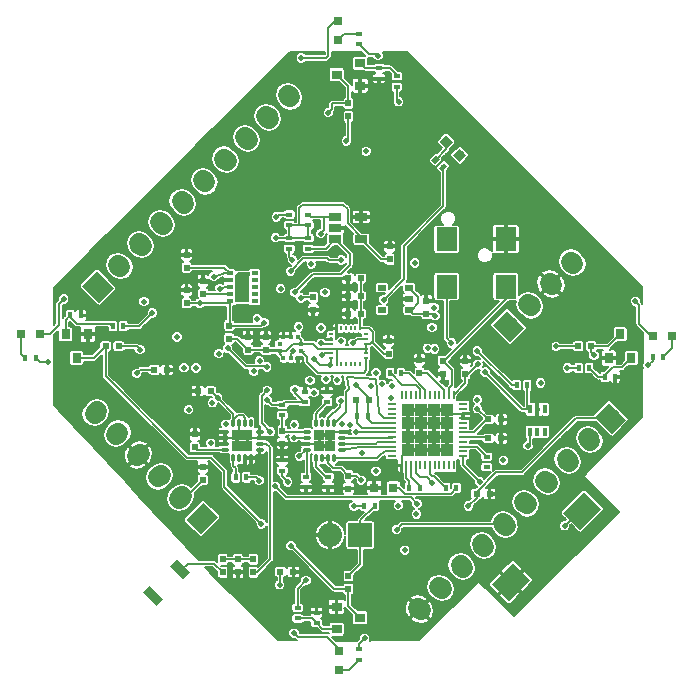
<source format=gbr>
G04 #@! TF.GenerationSoftware,KiCad,Pcbnew,5.0-dev-unknown-28f1209~61~ubuntu16.04.1*
G04 #@! TF.CreationDate,2018-02-18T12:37:57+01:00*
G04 #@! TF.ProjectId,roboy_crazyfly,726F626F795F6372617A79666C792E6B,rev?*
G04 #@! TF.SameCoordinates,Original*
G04 #@! TF.FileFunction,Copper,L1,Top,Signal*
G04 #@! TF.FilePolarity,Positive*
%FSLAX46Y46*%
G04 Gerber Fmt 4.6, Leading zero omitted, Abs format (unit mm)*
G04 Created by KiCad (PCBNEW 5.0-dev-unknown-28f1209~61~ubuntu16.04.1) date Sun Feb 18 12:37:57 2018*
%MOMM*%
%LPD*%
G01*
G04 APERTURE LIST*
%ADD10R,0.500000X0.600000*%
%ADD11R,0.600000X0.500000*%
%ADD12C,0.800000*%
%ADD13C,0.100000*%
%ADD14R,0.800000X0.800000*%
%ADD15R,2.032000X2.032000*%
%ADD16O,2.032000X2.032000*%
%ADD17C,1.727200*%
%ADD18C,1.727200*%
%ADD19R,0.900000X0.800000*%
%ADD20R,0.800000X0.900000*%
%ADD21C,0.400000*%
%ADD22R,0.600000X0.400000*%
%ADD23R,0.400000X0.600000*%
%ADD24R,1.060000X0.650000*%
%ADD25R,0.200000X0.400000*%
%ADD26R,0.400000X0.200000*%
%ADD27R,0.300000X0.450000*%
%ADD28R,0.450000X0.300000*%
%ADD29R,0.800000X0.200000*%
%ADD30R,0.200000X0.800000*%
%ADD31R,1.112500X1.112500*%
%ADD32O,0.300000X0.750000*%
%ADD33O,0.750000X0.300000*%
%ADD34R,0.900000X0.900000*%
%ADD35R,0.700000X0.510000*%
%ADD36C,0.300000*%
%ADD37R,1.000000X0.300000*%
%ADD38R,1.300000X2.200000*%
%ADD39R,0.400000X0.750000*%
%ADD40R,1.800000X2.000000*%
%ADD41C,2.000000*%
%ADD42C,0.500000*%
%ADD43C,0.150000*%
%ADD44C,0.152400*%
G04 APERTURE END LIST*
D10*
X137025000Y-80850000D03*
X137025000Y-81950000D03*
D11*
X150850000Y-97500000D03*
X151950000Y-97500000D03*
X134250000Y-104100000D03*
X135350000Y-104100000D03*
X123550000Y-87000000D03*
X124650000Y-87000000D03*
D10*
X143500000Y-77650000D03*
X143500000Y-76550000D03*
X127675000Y-96325000D03*
X127675000Y-95225000D03*
D11*
X141050000Y-79250000D03*
X139950000Y-79250000D03*
D10*
X133000000Y-85300000D03*
X133000000Y-84200000D03*
D11*
X141050000Y-80750000D03*
X139950000Y-80750000D03*
D10*
X131500000Y-85300000D03*
X131500000Y-84200000D03*
D11*
X141050000Y-82250000D03*
X139950000Y-82250000D03*
D10*
X134400000Y-92150000D03*
X134400000Y-93250000D03*
D11*
X140625000Y-89575000D03*
X141725000Y-89575000D03*
D10*
X140000000Y-95950000D03*
X140000000Y-97050000D03*
D11*
X151850000Y-92800000D03*
X152950000Y-92800000D03*
D10*
X146000000Y-87250000D03*
X146000000Y-86150000D03*
D11*
X151850000Y-91200000D03*
X152950000Y-91200000D03*
D10*
X126300000Y-78350000D03*
X126300000Y-77250000D03*
X149900000Y-87350000D03*
X149900000Y-86250000D03*
D11*
X128350000Y-88800000D03*
X127250000Y-88800000D03*
D10*
X127700000Y-80550000D03*
X127700000Y-79450000D03*
X148000000Y-86250000D03*
X148000000Y-87350000D03*
X126300000Y-81350000D03*
X126300000Y-80250000D03*
X143400000Y-85650000D03*
X143400000Y-84550000D03*
X131950000Y-103050000D03*
X131950000Y-104150000D03*
X146600000Y-82250000D03*
X146600000Y-81150000D03*
D12*
X148284315Y-67709315D03*
D13*
G36*
X147718630Y-67709315D02*
X148284315Y-67143630D01*
X148850000Y-67709315D01*
X148284315Y-68275000D01*
X147718630Y-67709315D01*
X147718630Y-67709315D01*
G37*
D12*
X149415685Y-68840685D03*
D13*
G36*
X148850000Y-68840685D02*
X149415685Y-68275000D01*
X149981370Y-68840685D01*
X149415685Y-69406370D01*
X148850000Y-68840685D01*
X148850000Y-68840685D01*
G37*
D14*
X139200000Y-110800000D03*
X139200000Y-112400000D03*
X113900000Y-84000000D03*
X112300000Y-84000000D03*
X139100000Y-57500000D03*
X139100000Y-59100000D03*
X165800000Y-84100000D03*
X167400000Y-84100000D03*
X143800000Y-97000000D03*
X142200000Y-97000000D03*
D15*
X141000000Y-101000000D03*
D16*
X138460000Y-101000000D03*
D17*
X127600000Y-99600000D03*
D13*
G36*
X128929078Y-99492237D02*
X127492237Y-100929078D01*
X126270922Y-99707763D01*
X127707763Y-98270922D01*
X128929078Y-99492237D01*
X128929078Y-99492237D01*
G37*
D17*
X125803949Y-97803949D03*
D18*
X125696186Y-97911712D02*
X125911712Y-97696186D01*
D17*
X124007898Y-96007898D03*
D18*
X123900135Y-96115661D02*
X124115661Y-95900135D01*
D17*
X122211846Y-94211846D03*
D18*
X122104083Y-94319609D02*
X122319609Y-94104083D01*
D17*
X120415795Y-92415795D03*
D18*
X120308032Y-92523558D02*
X120523558Y-92308032D01*
D17*
X118619744Y-90619744D03*
D18*
X118511981Y-90727507D02*
X118727507Y-90511981D01*
D17*
X153550000Y-83325000D03*
D13*
G36*
X153657763Y-84654078D02*
X152220922Y-83217237D01*
X153442237Y-81995922D01*
X154879078Y-83432763D01*
X153657763Y-84654078D01*
X153657763Y-84654078D01*
G37*
D17*
X155346051Y-81528949D03*
D18*
X155238288Y-81421186D02*
X155453814Y-81636712D01*
D17*
X157142102Y-79732898D03*
D18*
X157034339Y-79625135D02*
X157249865Y-79840661D01*
D17*
X158938154Y-77936846D03*
D18*
X158830391Y-77829083D02*
X159045917Y-78044609D01*
D17*
X162175000Y-91100000D03*
D13*
G36*
X162067237Y-89770922D02*
X163504078Y-91207763D01*
X162282763Y-92429078D01*
X160845922Y-90992237D01*
X162067237Y-89770922D01*
X162067237Y-89770922D01*
G37*
D17*
X160378949Y-92896051D03*
D18*
X160486712Y-93003814D02*
X160271186Y-92788288D01*
D17*
X158582898Y-94692102D03*
D18*
X158690661Y-94799865D02*
X158475135Y-94584339D01*
D17*
X156786846Y-96488154D03*
D18*
X156894609Y-96595917D02*
X156679083Y-96380391D01*
D17*
X154990795Y-98284205D03*
D18*
X155098558Y-98391968D02*
X154883032Y-98176442D01*
D17*
X153194744Y-100080256D03*
D18*
X153302507Y-100188019D02*
X153086981Y-99972493D01*
D17*
X151398693Y-101876307D03*
D18*
X151506456Y-101984070D02*
X151290930Y-101768544D01*
D17*
X149602641Y-103672359D03*
D18*
X149710404Y-103780122D02*
X149494878Y-103564596D01*
D17*
X147806590Y-105468410D03*
D18*
X147914353Y-105576173D02*
X147698827Y-105360647D01*
D17*
X146010539Y-107264461D03*
D18*
X146118302Y-107372224D02*
X145902776Y-107156698D01*
D17*
X118800000Y-80000000D03*
D13*
G36*
X118907763Y-81329078D02*
X117470922Y-79892237D01*
X118692237Y-78670922D01*
X120129078Y-80107763D01*
X118907763Y-81329078D01*
X118907763Y-81329078D01*
G37*
D17*
X120596051Y-78203949D03*
D18*
X120488288Y-78096186D02*
X120703814Y-78311712D01*
D17*
X122392102Y-76407898D03*
D18*
X122284339Y-76300135D02*
X122499865Y-76515661D01*
D17*
X124188154Y-74611846D03*
D18*
X124080391Y-74504083D02*
X124295917Y-74719609D01*
D17*
X125984205Y-72815795D03*
D18*
X125876442Y-72708032D02*
X126091968Y-72923558D01*
D17*
X127780256Y-71019744D03*
D18*
X127672493Y-70911981D02*
X127888019Y-71127507D01*
D17*
X129576307Y-69223693D03*
D18*
X129468544Y-69115930D02*
X129684070Y-69331456D01*
D17*
X131372359Y-67427641D03*
D18*
X131264596Y-67319878D02*
X131480122Y-67535404D01*
D17*
X133168410Y-65631590D03*
D18*
X133060647Y-65523827D02*
X133276173Y-65739353D01*
D17*
X134964461Y-63835539D03*
D18*
X134856698Y-63727776D02*
X135072224Y-63943302D01*
D19*
X139000000Y-107050000D03*
X139000000Y-108950000D03*
X141000000Y-108000000D03*
D20*
X117950000Y-84000000D03*
X116050000Y-84000000D03*
X117000000Y-86000000D03*
D19*
X141000000Y-62950000D03*
X141000000Y-61050000D03*
X139000000Y-62000000D03*
D20*
X162050000Y-86000000D03*
X163950000Y-86000000D03*
X163000000Y-84000000D03*
D21*
X148018198Y-69843198D03*
D13*
G36*
X148371751Y-69772487D02*
X147947487Y-70196751D01*
X147664645Y-69913909D01*
X148088909Y-69489645D01*
X148371751Y-69772487D01*
X148371751Y-69772487D01*
G37*
D21*
X147381802Y-69206802D03*
D13*
G36*
X147735355Y-69136091D02*
X147311091Y-69560355D01*
X147028249Y-69277513D01*
X147452513Y-68853249D01*
X147735355Y-69136091D01*
X147735355Y-69136091D01*
G37*
D22*
X140900000Y-110650000D03*
X140900000Y-111550000D03*
X135000000Y-75850000D03*
X135000000Y-76750000D03*
D23*
X112650000Y-86000000D03*
X113550000Y-86000000D03*
D22*
X135000000Y-74750000D03*
X135000000Y-73850000D03*
X140900000Y-58550000D03*
X140900000Y-59450000D03*
D23*
X166650000Y-85900000D03*
X165750000Y-85900000D03*
D22*
X136600000Y-74750000D03*
X136600000Y-73850000D03*
X136600000Y-75850000D03*
X136600000Y-76750000D03*
D23*
X141350000Y-98500000D03*
X142250000Y-98500000D03*
D22*
X134400000Y-90850000D03*
X134400000Y-89950000D03*
X136300000Y-89750000D03*
X136300000Y-88850000D03*
D23*
X149150000Y-97000000D03*
X148250000Y-97000000D03*
X146050000Y-97000000D03*
X145150000Y-97000000D03*
X140725000Y-90900000D03*
X141625000Y-90900000D03*
D22*
X138200000Y-89750000D03*
X138200000Y-88850000D03*
X134400000Y-95550000D03*
X134400000Y-94650000D03*
X136400000Y-96050000D03*
X136400000Y-96950000D03*
X138300000Y-96050000D03*
X138300000Y-96950000D03*
X151700000Y-95250000D03*
X151700000Y-94350000D03*
D23*
X144450000Y-87300000D03*
X143550000Y-87300000D03*
X154250000Y-88300000D03*
X155150000Y-88300000D03*
X130450000Y-96100000D03*
X131350000Y-96100000D03*
D24*
X138900000Y-74050000D03*
X138900000Y-75000000D03*
X138900000Y-75950000D03*
X141100000Y-75950000D03*
X141100000Y-74050000D03*
D25*
X139000000Y-86500000D03*
X139400000Y-86500000D03*
X139800000Y-86500000D03*
X140200000Y-86500000D03*
X140600000Y-86500000D03*
X141000000Y-86500000D03*
D26*
X141500000Y-86000000D03*
X141500000Y-85600000D03*
X141500000Y-85200000D03*
X141500000Y-84800000D03*
X141500000Y-84400000D03*
X141500000Y-84000000D03*
D25*
X141000000Y-83500000D03*
X140600000Y-83500000D03*
X140200000Y-83500000D03*
X139800000Y-83500000D03*
X139400000Y-83500000D03*
X139000000Y-83500000D03*
D26*
X138500000Y-84000000D03*
X138500000Y-84400000D03*
X138500000Y-84800000D03*
X138500000Y-85200000D03*
X138500000Y-85600000D03*
X138500000Y-86000000D03*
D27*
X135700000Y-84180000D03*
X135100000Y-84180000D03*
D28*
X136020000Y-84800000D03*
X136020000Y-85400000D03*
D27*
X135700000Y-86020000D03*
X135100000Y-86020000D03*
X134500000Y-86020000D03*
D28*
X134180000Y-85400000D03*
X134180000Y-84800000D03*
D27*
X134500000Y-84180000D03*
D29*
X143700000Y-89900000D03*
X143700000Y-90300000D03*
X143700000Y-90700000D03*
X143700000Y-91100000D03*
X143700000Y-91500000D03*
X143700000Y-91900000D03*
X143700000Y-92300000D03*
X143700000Y-92700000D03*
X143700000Y-93100000D03*
X143700000Y-93500000D03*
X143700000Y-93900000D03*
X143700000Y-94300000D03*
D30*
X144500000Y-95100000D03*
X144900000Y-95100000D03*
X145300000Y-95100000D03*
X145700000Y-95100000D03*
X146100000Y-95100000D03*
X146500000Y-95100000D03*
X146900000Y-95100000D03*
X147300000Y-95100000D03*
X147700000Y-95100000D03*
X148100000Y-95100000D03*
X148500000Y-95100000D03*
X148900000Y-95100000D03*
D29*
X149700000Y-94300000D03*
X149700000Y-93900000D03*
X149700000Y-93500000D03*
X149700000Y-93100000D03*
X149700000Y-92700000D03*
X149700000Y-92300000D03*
X149700000Y-91900000D03*
X149700000Y-91500000D03*
X149700000Y-91100000D03*
X149700000Y-90700000D03*
X149700000Y-90300000D03*
X149700000Y-89900000D03*
D30*
X148900000Y-89100000D03*
X148500000Y-89100000D03*
X148100000Y-89100000D03*
X147700000Y-89100000D03*
X147300000Y-89100000D03*
X146900000Y-89100000D03*
X146500000Y-89100000D03*
X146100000Y-89100000D03*
X145700000Y-89100000D03*
X145300000Y-89100000D03*
X144900000Y-89100000D03*
X144500000Y-89100000D03*
D31*
X148368750Y-93768750D03*
X148368750Y-92656250D03*
X148368750Y-91543750D03*
X148368750Y-90431250D03*
X147256250Y-93768750D03*
X147256250Y-92656250D03*
X147256250Y-91543750D03*
X147256250Y-90431250D03*
X146143750Y-93768750D03*
X146143750Y-92656250D03*
X146143750Y-91543750D03*
X146143750Y-90431250D03*
X145031250Y-93768750D03*
X145031250Y-92656250D03*
X145031250Y-91543750D03*
X145031250Y-90431250D03*
D32*
X137250000Y-94475000D03*
X137750000Y-94475000D03*
X138250000Y-94475000D03*
X138750000Y-94475000D03*
D33*
X139475000Y-93750000D03*
X139475000Y-93250000D03*
X139475000Y-92750000D03*
X139475000Y-92250000D03*
D32*
X138750000Y-91525000D03*
X138250000Y-91525000D03*
X137750000Y-91525000D03*
X137250000Y-91525000D03*
D33*
X136525000Y-92250000D03*
X136525000Y-92750000D03*
X136525000Y-93250000D03*
X136525000Y-93750000D03*
D34*
X138450000Y-92550000D03*
X137550000Y-92550000D03*
X138450000Y-93450000D03*
X137550000Y-93450000D03*
D10*
X127000000Y-93550000D03*
X127000000Y-92450000D03*
D35*
X145160000Y-81950000D03*
X145160000Y-81000000D03*
X145160000Y-80050000D03*
X142840000Y-80050000D03*
X142840000Y-81950000D03*
D36*
X131000000Y-78900000D03*
D13*
G36*
X130350000Y-79050000D02*
X130650000Y-78750000D01*
X131350000Y-78750000D01*
X131650000Y-79050000D01*
X130350000Y-79050000D01*
X130350000Y-79050000D01*
G37*
D37*
X131150000Y-78900000D03*
D38*
X131000000Y-80150000D03*
D22*
X132050000Y-81200000D03*
X132050000Y-80600000D03*
X132050000Y-78800000D03*
X132050000Y-79400000D03*
X129950000Y-81200000D03*
X129950000Y-78800000D03*
X129950000Y-79400000D03*
X129950000Y-80000000D03*
X129950000Y-80600000D03*
X132050000Y-80000000D03*
D39*
X156000000Y-92250000D03*
X156650000Y-90350000D03*
X155350000Y-90350000D03*
X156000000Y-90350000D03*
X155350000Y-92250000D03*
X156650000Y-92250000D03*
D33*
X129525000Y-92250000D03*
X129525000Y-92750000D03*
X129525000Y-93250000D03*
X129525000Y-93750000D03*
D32*
X130250000Y-94475000D03*
X130750000Y-94475000D03*
X131250000Y-94475000D03*
X131750000Y-94475000D03*
D33*
X132475000Y-93750000D03*
X132475000Y-93250000D03*
X132475000Y-92750000D03*
X132475000Y-92250000D03*
D32*
X131750000Y-91525000D03*
X131250000Y-91525000D03*
X130750000Y-91525000D03*
X130250000Y-91525000D03*
D34*
X131450000Y-93450000D03*
X131450000Y-92550000D03*
X130550000Y-93450000D03*
X130550000Y-92550000D03*
D40*
X148321000Y-75950000D03*
X153329000Y-75950000D03*
X148321000Y-79950000D03*
X153329000Y-79950000D03*
D10*
X140000000Y-104450000D03*
X140000000Y-105550000D03*
D11*
X120550000Y-85000000D03*
X119450000Y-85000000D03*
D10*
X140000000Y-65550000D03*
X140000000Y-64450000D03*
D11*
X159450000Y-85000000D03*
X160550000Y-85000000D03*
D10*
X129900000Y-83250000D03*
X129900000Y-84350000D03*
X130650000Y-103050000D03*
X130650000Y-104150000D03*
X129350000Y-104150000D03*
X129350000Y-103050000D03*
D41*
X153752119Y-104997881D03*
D13*
G36*
X153928896Y-103406891D02*
X155343109Y-104821104D01*
X153575342Y-106588871D01*
X152161129Y-105174658D01*
X153928896Y-103406891D01*
X153928896Y-103406891D01*
G37*
D41*
X159797881Y-98952119D03*
D13*
G36*
X159974658Y-97361129D02*
X161388871Y-98775342D01*
X159621104Y-100543109D01*
X158206891Y-99128896D01*
X159974658Y-97361129D01*
X159974658Y-97361129D01*
G37*
D12*
X123468629Y-106131371D03*
D13*
G36*
X123751472Y-106979899D02*
X122620101Y-105848528D01*
X123185786Y-105282843D01*
X124317157Y-106414214D01*
X123751472Y-106979899D01*
X123751472Y-106979899D01*
G37*
D12*
X125731371Y-103868629D03*
D13*
G36*
X126014214Y-104717157D02*
X124882843Y-103585786D01*
X125448528Y-103020101D01*
X126579899Y-104151472D01*
X126014214Y-104717157D01*
X126014214Y-104717157D01*
G37*
D22*
X137300000Y-108450000D03*
X137300000Y-107550000D03*
D23*
X116450000Y-82400000D03*
X117350000Y-82400000D03*
D22*
X142600000Y-61450000D03*
X142600000Y-62350000D03*
D23*
X161700000Y-87600000D03*
X162600000Y-87600000D03*
D22*
X135700000Y-108050000D03*
X135700000Y-107150000D03*
D23*
X120050000Y-83300000D03*
X120950000Y-83300000D03*
D22*
X144100000Y-62150000D03*
X144100000Y-63050000D03*
D23*
X160400000Y-86850000D03*
X159500000Y-86850000D03*
D42*
X135699500Y-82486500D03*
X151100000Y-88400000D03*
X136620000Y-91620000D03*
X143130000Y-75400000D03*
X142270000Y-80830000D03*
X150190000Y-76510000D03*
X129950000Y-88500000D03*
X130040000Y-89820000D03*
X138300000Y-81770000D03*
X153130000Y-94040000D03*
X136400000Y-104830000D03*
X132280000Y-82690000D03*
X128480000Y-89790000D03*
X129620000Y-91610000D03*
X123400000Y-82190000D03*
X139400000Y-77710000D03*
X135100000Y-78660000D03*
X144250000Y-64300000D03*
X142825000Y-88225000D03*
X137100000Y-88925000D03*
X158550000Y-86850000D03*
X164300000Y-81200000D03*
X136000000Y-60600000D03*
X115900000Y-81000000D03*
X135400000Y-109300000D03*
X145620000Y-77950000D03*
X135970000Y-80920000D03*
X136860000Y-78070000D03*
X133830000Y-75810000D03*
X132850000Y-83000000D03*
X135430000Y-91670000D03*
X150930000Y-89550000D03*
X127400000Y-81350000D03*
X122070000Y-87310000D03*
X150160000Y-98530000D03*
X134170000Y-105200000D03*
X132480000Y-86260000D03*
X128940000Y-89370000D03*
X133130000Y-88750000D03*
X145810000Y-98330000D03*
X133810000Y-96850000D03*
X133400000Y-92240000D03*
X153125000Y-94675000D03*
X140470000Y-98560000D03*
X140670000Y-88310000D03*
X141080000Y-96350000D03*
X150925000Y-90300000D03*
X132450000Y-96375000D03*
X151560000Y-87190000D03*
X142340000Y-87250000D03*
X128590000Y-79100000D03*
X139375000Y-89600000D03*
X148725000Y-84725000D03*
X150975000Y-86525000D03*
X150910000Y-85400000D03*
X147320000Y-82420000D03*
X122360000Y-85290000D03*
X157590000Y-85020000D03*
X139825000Y-67625000D03*
X126475000Y-90375000D03*
X143725000Y-88350000D03*
X143575000Y-89375000D03*
X147270000Y-81730000D03*
X147075000Y-83425000D03*
X156270000Y-88110000D03*
X141880000Y-88380000D03*
X135470000Y-80450000D03*
X138100000Y-87770000D03*
X145760000Y-99200000D03*
X144230000Y-98490000D03*
X137650000Y-75475000D03*
X138025000Y-80450000D03*
X139075000Y-87875000D03*
X139475000Y-91625000D03*
X144080000Y-100520000D03*
X140100000Y-91650000D03*
X144775000Y-102275000D03*
X135140000Y-101900000D03*
X141510000Y-68500000D03*
X126070000Y-86830000D03*
X132630000Y-100060000D03*
X138300000Y-65225000D03*
X122700000Y-81225000D03*
X160800000Y-85780000D03*
X136750000Y-87900000D03*
X131990000Y-87140000D03*
X143000000Y-81050000D03*
X127090000Y-86840000D03*
X129020000Y-85630000D03*
X141370000Y-109740000D03*
X128350000Y-93210000D03*
X137075000Y-86125000D03*
X135250000Y-77675000D03*
X147300000Y-85225000D03*
X138400000Y-86625000D03*
X125490000Y-84220000D03*
X114590000Y-86300000D03*
X139400000Y-84600000D03*
X133900000Y-74050000D03*
X146700000Y-85175000D03*
X137775000Y-85775000D03*
X142525000Y-60400000D03*
X135775000Y-83350000D03*
X165360000Y-86620000D03*
X137690000Y-83460000D03*
X129140000Y-80120000D03*
X134260000Y-80130000D03*
X135460000Y-88670000D03*
X133110000Y-89550000D03*
X141110000Y-94010000D03*
X142340000Y-95590000D03*
X155200000Y-93425000D03*
X147100000Y-96575000D03*
X135400000Y-92750000D03*
X134860000Y-96490000D03*
X135850000Y-94325000D03*
X140650000Y-92275000D03*
X158310000Y-100200000D03*
X151100000Y-96460000D03*
X140400000Y-84750000D03*
X129770000Y-85150000D03*
X133090000Y-86750000D03*
X137675000Y-84750000D03*
X135350000Y-85375000D03*
D43*
X129950000Y-79400000D02*
X129330000Y-79400000D01*
X129050000Y-79680000D02*
X127930000Y-79680000D01*
X129330000Y-79400000D02*
X129050000Y-79680000D01*
X127930000Y-79680000D02*
X127700000Y-79450000D01*
X134400000Y-93250000D02*
X136525000Y-93250000D01*
X132475000Y-92750000D02*
X131650000Y-92750000D01*
X131650000Y-92750000D02*
X131450000Y-92550000D01*
X129525000Y-92750000D02*
X130350000Y-92750000D01*
X130350000Y-92750000D02*
X130750000Y-92350000D01*
X130750000Y-92350000D02*
X130750000Y-91525000D01*
X144500000Y-95100000D02*
X144500000Y-94300000D01*
X144500000Y-94300000D02*
X145031250Y-93768750D01*
X149700000Y-90700000D02*
X149700000Y-91100000D01*
X149700000Y-90700000D02*
X148637500Y-90700000D01*
X148637500Y-90700000D02*
X148368750Y-90431250D01*
X136525000Y-93250000D02*
X137350000Y-93250000D01*
X137350000Y-93250000D02*
X137550000Y-93450000D01*
X139475000Y-92250000D02*
X138750000Y-92250000D01*
X138750000Y-92250000D02*
X138450000Y-92550000D01*
X135700000Y-105530000D02*
X136400000Y-104830000D01*
X135700000Y-107150000D02*
X135700000Y-105530000D01*
X120950000Y-83300000D02*
X122290000Y-83300000D01*
X122290000Y-83300000D02*
X123400000Y-82190000D01*
X139400000Y-77710000D02*
X138360000Y-77710000D01*
X136190000Y-77570000D02*
X135100000Y-78660000D01*
X138220000Y-77570000D02*
X136190000Y-77570000D01*
X138360000Y-77710000D02*
X138220000Y-77570000D01*
X144100000Y-64150000D02*
X144100000Y-63050000D01*
X144250000Y-64300000D02*
X144100000Y-64150000D01*
X159500000Y-86850000D02*
X158550000Y-86850000D01*
X165800000Y-84100000D02*
X165600000Y-84100000D01*
X165600000Y-84100000D02*
X164600000Y-83100000D01*
X164600000Y-83100000D02*
X164600000Y-81500000D01*
X164600000Y-81500000D02*
X164300000Y-81200000D01*
X139100000Y-57500000D02*
X138900000Y-57500000D01*
X138900000Y-57500000D02*
X138300000Y-58100000D01*
X138300000Y-58100000D02*
X138300000Y-60400000D01*
X138300000Y-60400000D02*
X138100000Y-60600000D01*
X138100000Y-60600000D02*
X136000000Y-60600000D01*
X113900000Y-84000000D02*
X114700000Y-84000000D01*
X115500000Y-81400000D02*
X115900000Y-81000000D01*
X115500000Y-83200000D02*
X115500000Y-81400000D01*
X114700000Y-84000000D02*
X115500000Y-83200000D01*
X139200000Y-110800000D02*
X139200000Y-110600000D01*
X139200000Y-110600000D02*
X138200000Y-109600000D01*
X135700000Y-109600000D02*
X135400000Y-109300000D01*
X138200000Y-109600000D02*
X135700000Y-109600000D01*
X137025000Y-80850000D02*
X136040000Y-80850000D01*
X136040000Y-80850000D02*
X135970000Y-80920000D01*
X135000000Y-75850000D02*
X133870000Y-75850000D01*
X133870000Y-75850000D02*
X133830000Y-75810000D01*
X129950000Y-81200000D02*
X129950000Y-83200000D01*
X129950000Y-83200000D02*
X129900000Y-83250000D01*
X132600000Y-83250000D02*
X129900000Y-83250000D01*
X132850000Y-83000000D02*
X132600000Y-83250000D01*
X122380000Y-87000000D02*
X122070000Y-87310000D01*
X123550000Y-87000000D02*
X122380000Y-87000000D01*
X150850000Y-97500000D02*
X150850000Y-97840000D01*
X150850000Y-97840000D02*
X150160000Y-98530000D01*
X134250000Y-104100000D02*
X134250000Y-105120000D01*
X134250000Y-105120000D02*
X134170000Y-105200000D01*
X150850000Y-97500000D02*
X150850000Y-97330000D01*
X150850000Y-97330000D02*
X152520000Y-95660000D01*
X152520000Y-95660000D02*
X154730000Y-95660000D01*
X154730000Y-95660000D02*
X159290000Y-91100000D01*
X159290000Y-91100000D02*
X162175000Y-91100000D01*
X141100000Y-75950000D02*
X141100000Y-75750000D01*
X141100000Y-75750000D02*
X139925000Y-74575000D01*
X135850000Y-73300000D02*
X135850000Y-74750000D01*
X136100000Y-73050000D02*
X135850000Y-73300000D01*
X139575000Y-73050000D02*
X136100000Y-73050000D01*
X139925000Y-73400000D02*
X139575000Y-73050000D01*
X139925000Y-74575000D02*
X139925000Y-73400000D01*
X143500000Y-77650000D02*
X142800000Y-77650000D01*
X142800000Y-77650000D02*
X141100000Y-75950000D01*
X139200000Y-110800000D02*
X139200000Y-110625000D01*
X135000000Y-74750000D02*
X135000000Y-75850000D01*
X135000000Y-75850000D02*
X136600000Y-75850000D01*
X136600000Y-75850000D02*
X136600000Y-74750000D01*
X136600000Y-74750000D02*
X135850000Y-74750000D01*
X135850000Y-74750000D02*
X135000000Y-74750000D01*
X126300000Y-81350000D02*
X127400000Y-81350000D01*
X127400000Y-81350000D02*
X129800000Y-81350000D01*
X129800000Y-81350000D02*
X129950000Y-81200000D01*
X125378949Y-98328949D02*
X125671051Y-98328949D01*
X125671051Y-98328949D02*
X127675000Y-96325000D01*
X143400000Y-85650000D02*
X143000000Y-85650000D01*
X142050000Y-84700000D02*
X142050000Y-84575000D01*
X143000000Y-85650000D02*
X142050000Y-84700000D01*
X134180000Y-85400000D02*
X133100000Y-85400000D01*
X133100000Y-85400000D02*
X133000000Y-85300000D01*
X141500000Y-84800000D02*
X141825000Y-84800000D01*
X141725000Y-83500000D02*
X141000000Y-83500000D01*
X142050000Y-83825000D02*
X141725000Y-83500000D01*
X142050000Y-84575000D02*
X142050000Y-83825000D01*
X141825000Y-84800000D02*
X142050000Y-84575000D01*
X141500000Y-85200000D02*
X141500000Y-84800000D01*
X141500000Y-85600000D02*
X141500000Y-85200000D01*
X138500000Y-85200000D02*
X141500000Y-85200000D01*
X141000000Y-83500000D02*
X141000000Y-82300000D01*
X141000000Y-82300000D02*
X141050000Y-82250000D01*
X136020000Y-84800000D02*
X137025000Y-84800000D01*
X137425000Y-85200000D02*
X138500000Y-85200000D01*
X137025000Y-84800000D02*
X137425000Y-85200000D01*
X139000000Y-86500000D02*
X139000000Y-85350000D01*
X138850000Y-85200000D02*
X138700000Y-85200000D01*
X139000000Y-85350000D02*
X138850000Y-85200000D01*
X138700000Y-85200000D02*
X138500000Y-85200000D01*
X136020000Y-84800000D02*
X136020000Y-84500000D01*
X136020000Y-84500000D02*
X135700000Y-84180000D01*
X136020000Y-84800000D02*
X135275000Y-84800000D01*
X134675000Y-85400000D02*
X134180000Y-85400000D01*
X135275000Y-84800000D02*
X134675000Y-85400000D01*
X134180000Y-85400000D02*
X134180000Y-85700000D01*
X134180000Y-85700000D02*
X134500000Y-86020000D01*
X129900000Y-84350000D02*
X130550000Y-84350000D01*
X130550000Y-84350000D02*
X131500000Y-85300000D01*
X131500000Y-85300000D02*
X134080000Y-85300000D01*
X134080000Y-85300000D02*
X134180000Y-85400000D01*
D13*
X133000000Y-85300000D02*
X133100000Y-85400000D01*
D43*
X133100000Y-85400000D02*
X133000000Y-85300000D01*
X141050000Y-82250000D02*
X141050000Y-80750000D01*
X141050000Y-80750000D02*
X141050000Y-79250000D01*
X134400000Y-92150000D02*
X134400000Y-90850000D01*
X136525000Y-92250000D02*
X134500000Y-92250000D01*
X134500000Y-92250000D02*
X134400000Y-92150000D01*
X128920000Y-89390000D02*
X128920000Y-89370000D01*
X128930000Y-89380000D02*
X128920000Y-89390000D01*
X128940000Y-89370000D02*
X128930000Y-89380000D01*
X130250000Y-91525000D02*
X130250000Y-90700000D01*
X130250000Y-90700000D02*
X128920000Y-89370000D01*
X128920000Y-89370000D02*
X128350000Y-88800000D01*
X130250000Y-91525000D02*
X130250000Y-91260000D01*
X130250000Y-91260000D02*
X130660000Y-90850000D01*
X130660000Y-90850000D02*
X131040000Y-90850000D01*
X131040000Y-90850000D02*
X131250000Y-91060000D01*
X131250000Y-91060000D02*
X131250000Y-91525000D01*
X145810000Y-98330000D02*
X145280000Y-97800000D01*
X145280000Y-97800000D02*
X134750000Y-97800000D01*
X134750000Y-97800000D02*
X133800000Y-96850000D01*
X133805000Y-96855000D02*
X133800000Y-96850000D01*
X133810000Y-96850000D02*
X133805000Y-96855000D01*
X132650000Y-91490000D02*
X133400000Y-92240000D01*
X132650000Y-89230000D02*
X132650000Y-91490000D01*
X132650000Y-89230000D02*
X133130000Y-88750000D01*
X140725000Y-90900000D02*
X140725000Y-89675000D01*
X140725000Y-89675000D02*
X140625000Y-89575000D01*
X143700000Y-91900000D02*
X141150000Y-91900000D01*
X140725000Y-91475000D02*
X140725000Y-90900000D01*
X141150000Y-91900000D02*
X140725000Y-91475000D01*
X141350000Y-98500000D02*
X140530000Y-98500000D01*
X140530000Y-98500000D02*
X140470000Y-98560000D01*
X141725000Y-89575000D02*
X141725000Y-89365000D01*
X141725000Y-89365000D02*
X140670000Y-88310000D01*
X141625000Y-90900000D02*
X141625000Y-89675000D01*
X141625000Y-89675000D02*
X141725000Y-89575000D01*
X143700000Y-91500000D02*
X141975000Y-91500000D01*
X141975000Y-91500000D02*
X141625000Y-91150000D01*
X141625000Y-91150000D02*
X141625000Y-90900000D01*
X140000000Y-95950000D02*
X140680000Y-95950000D01*
X140680000Y-95950000D02*
X141080000Y-96350000D01*
X138250000Y-94475000D02*
X138250000Y-94850000D01*
X138250000Y-94850000D02*
X138725000Y-95325000D01*
X139375000Y-95325000D02*
X140000000Y-95950000D01*
X138725000Y-95325000D02*
X139375000Y-95325000D01*
X137750000Y-94475000D02*
X138250000Y-94475000D01*
X149700000Y-92700000D02*
X151750000Y-92700000D01*
X151750000Y-92700000D02*
X151850000Y-92800000D01*
X146000000Y-87250000D02*
X146680000Y-87250000D01*
X148100000Y-88670000D02*
X148100000Y-89100000D01*
X146680000Y-87250000D02*
X148100000Y-88670000D01*
X131350000Y-96100000D02*
X132175000Y-96100000D01*
X150925000Y-90300000D02*
X151825000Y-91200000D01*
X132175000Y-96100000D02*
X132450000Y-96375000D01*
X151825000Y-91200000D02*
X151850000Y-91200000D01*
X149700000Y-92300000D02*
X150600000Y-92300000D01*
X150600000Y-92300000D02*
X151700000Y-91200000D01*
X151700000Y-91200000D02*
X151850000Y-91200000D01*
X154720000Y-90350000D02*
X155350000Y-90350000D01*
X151560000Y-87190000D02*
X154720000Y-90350000D01*
X155150000Y-88300000D02*
X155150000Y-90150000D01*
X155150000Y-90150000D02*
X155350000Y-90350000D01*
X138250000Y-91525000D02*
X138250000Y-91050000D01*
X129575000Y-78800000D02*
X129950000Y-78800000D01*
X128590000Y-79100000D02*
X129575000Y-78800000D01*
X139350000Y-89625000D02*
X139375000Y-89600000D01*
X139300000Y-90150000D02*
X139350000Y-89625000D01*
X138900000Y-90550000D02*
X139300000Y-90150000D01*
X138750000Y-90550000D02*
X138900000Y-90550000D01*
X138250000Y-91050000D02*
X138750000Y-90550000D01*
X126300000Y-78350000D02*
X129500000Y-78350000D01*
X129500000Y-78350000D02*
X129950000Y-78800000D01*
X149900000Y-87350000D02*
X150150000Y-87350000D01*
X150150000Y-87350000D02*
X150975000Y-86525000D01*
X148321000Y-84321000D02*
X148321000Y-79950000D01*
X148725000Y-84725000D02*
X148321000Y-84321000D01*
X149900000Y-87350000D02*
X149750000Y-87350000D01*
X148925000Y-80554000D02*
X148321000Y-79950000D01*
X149900000Y-87350000D02*
X149900000Y-88100000D01*
X149900000Y-88100000D02*
X148900000Y-89100000D01*
X127700000Y-80550000D02*
X129900000Y-80550000D01*
X129900000Y-80550000D02*
X129950000Y-80600000D01*
X148000000Y-86250000D02*
X148100000Y-86250000D01*
X148100000Y-86250000D02*
X153329000Y-81021000D01*
X153329000Y-81021000D02*
X153329000Y-79950000D01*
X148500000Y-89100000D02*
X148500000Y-88575000D01*
X148750000Y-87000000D02*
X148000000Y-86250000D01*
X148750000Y-88325000D02*
X148750000Y-87000000D01*
X148500000Y-88575000D02*
X148750000Y-88325000D01*
X130650000Y-103050000D02*
X131950000Y-103050000D01*
X129350000Y-103050000D02*
X130650000Y-103050000D01*
X131950000Y-104150000D02*
X132250000Y-104150000D01*
X133375000Y-102050000D02*
X133375000Y-93575000D01*
X133375000Y-93575000D02*
X133050000Y-93250000D01*
X133050000Y-93250000D02*
X132475000Y-93250000D01*
X133375000Y-103025000D02*
X133375000Y-102050000D01*
X132250000Y-104150000D02*
X133375000Y-103025000D01*
X146600000Y-82250000D02*
X147150000Y-82250000D01*
X153810000Y-88300000D02*
X154250000Y-88300000D01*
X150910000Y-85400000D02*
X153810000Y-88300000D01*
X147150000Y-82250000D02*
X147320000Y-82420000D01*
X145160000Y-81950000D02*
X145350000Y-81950000D01*
X145350000Y-81950000D02*
X145925000Y-81375000D01*
X145925000Y-80815000D02*
X145160000Y-80050000D01*
X145925000Y-81375000D02*
X145925000Y-80815000D01*
X146600000Y-82250000D02*
X145460000Y-82250000D01*
X145460000Y-82250000D02*
X145160000Y-81950000D01*
X120550000Y-85000000D02*
X122070000Y-85000000D01*
X122070000Y-85000000D02*
X122360000Y-85290000D01*
X159450000Y-85000000D02*
X157610000Y-85000000D01*
X157610000Y-85000000D02*
X157590000Y-85020000D01*
X140000000Y-67450000D02*
X140000000Y-65550000D01*
X139825000Y-67625000D02*
X140000000Y-67450000D01*
X141000000Y-101000000D02*
X141000000Y-103450000D01*
X141000000Y-103450000D02*
X140000000Y-104450000D01*
X141000000Y-101000000D02*
X141000000Y-99750000D01*
X141000000Y-99750000D02*
X142250000Y-98500000D01*
X148284315Y-67709315D02*
X148284315Y-68304289D01*
X148284315Y-68304289D02*
X147381802Y-69206802D01*
X139200000Y-112400000D02*
X140050000Y-112400000D01*
X140050000Y-112400000D02*
X140900000Y-111550000D01*
X112300000Y-84000000D02*
X112300000Y-85650000D01*
X112300000Y-85650000D02*
X112650000Y-86000000D01*
X140900000Y-58550000D02*
X139650000Y-58550000D01*
X139650000Y-58550000D02*
X139100000Y-59100000D01*
X167400000Y-84100000D02*
X167400000Y-85150000D01*
X167400000Y-85150000D02*
X166650000Y-85900000D01*
X143800000Y-97000000D02*
X144300000Y-97000000D01*
X148670000Y-97480000D02*
X149150000Y-97000000D01*
X144780000Y-97480000D02*
X148670000Y-97480000D01*
X144300000Y-97000000D02*
X144780000Y-97480000D01*
X125731371Y-103868629D02*
X125931371Y-103868629D01*
X125931371Y-103868629D02*
X126400000Y-103400000D01*
X126400000Y-103400000D02*
X128600000Y-103400000D01*
X128600000Y-103400000D02*
X129350000Y-104150000D01*
X140130000Y-77180000D02*
X138900000Y-75950000D01*
X140130000Y-78130000D02*
X140130000Y-77180000D01*
X139350000Y-78910000D02*
X140130000Y-78130000D01*
X137010000Y-78910000D02*
X139350000Y-78910000D01*
X135470000Y-80450000D02*
X137010000Y-78910000D01*
X136600000Y-76750000D02*
X138100000Y-76750000D01*
X138100000Y-76750000D02*
X138900000Y-75950000D01*
X137925000Y-75200000D02*
X137925000Y-74050000D01*
X137650000Y-75475000D02*
X137925000Y-75200000D01*
X138900000Y-74050000D02*
X137925000Y-74050000D01*
X137925000Y-74050000D02*
X136800000Y-74050000D01*
X136800000Y-74050000D02*
X136600000Y-73850000D01*
X144519744Y-100080256D02*
X153194744Y-100080256D01*
X144080000Y-100520000D02*
X144519744Y-100080256D01*
X138790000Y-105550000D02*
X135140000Y-101900000D01*
X140000000Y-105550000D02*
X138790000Y-105550000D01*
X140000000Y-105550000D02*
X140000000Y-107000000D01*
X140000000Y-107000000D02*
X141000000Y-108000000D01*
X119450000Y-85000000D02*
X119450000Y-87530000D01*
X129480000Y-96910000D02*
X132630000Y-100060000D01*
X129480000Y-95570000D02*
X129480000Y-96910000D01*
X128360000Y-94450000D02*
X129480000Y-95570000D01*
X126370000Y-94450000D02*
X128360000Y-94450000D01*
X119450000Y-87530000D02*
X126370000Y-94450000D01*
X117000000Y-86000000D02*
X118450000Y-86000000D01*
X118450000Y-86000000D02*
X119450000Y-85000000D01*
X138650000Y-64450000D02*
X140000000Y-64450000D01*
X138600000Y-64500000D02*
X138650000Y-64450000D01*
X138600000Y-64925000D02*
X138600000Y-64500000D01*
X138300000Y-65225000D02*
X138600000Y-64925000D01*
X140000000Y-64450000D02*
X140000000Y-63000000D01*
X140000000Y-63000000D02*
X139000000Y-62000000D01*
X160550000Y-85530000D02*
X160550000Y-85000000D01*
X160800000Y-85780000D02*
X160550000Y-85530000D01*
X160550000Y-85000000D02*
X162000000Y-85000000D01*
X162000000Y-85000000D02*
X163000000Y-84000000D01*
X148018198Y-69843198D02*
X148018198Y-73156802D01*
X144700000Y-79350000D02*
X143000000Y-81050000D01*
X144700000Y-76475000D02*
X144700000Y-79350000D01*
X148018198Y-73156802D02*
X144700000Y-76475000D01*
X148018198Y-69843198D02*
X148018198Y-69856802D01*
X140900000Y-110210000D02*
X141370000Y-109740000D01*
X140900000Y-110210000D02*
X140900000Y-110650000D01*
X135000000Y-76750000D02*
X135000000Y-77425000D01*
X137575000Y-86625000D02*
X138400000Y-86625000D01*
X137075000Y-86125000D02*
X137575000Y-86625000D01*
X135000000Y-77425000D02*
X135250000Y-77675000D01*
X138500000Y-86000000D02*
X138500000Y-86525000D01*
X138500000Y-86525000D02*
X138400000Y-86625000D01*
X114590000Y-86300000D02*
X113850000Y-86300000D01*
X113850000Y-86300000D02*
X113550000Y-86000000D01*
X135000000Y-73850000D02*
X134100000Y-73850000D01*
X134100000Y-73850000D02*
X133900000Y-74050000D01*
X138500000Y-85600000D02*
X137950000Y-85600000D01*
X137950000Y-85600000D02*
X137775000Y-85775000D01*
X141750000Y-60300000D02*
X140900000Y-59450000D01*
X142425000Y-60300000D02*
X141750000Y-60300000D01*
X142525000Y-60400000D02*
X142425000Y-60300000D01*
X165750000Y-86230000D02*
X165750000Y-85900000D01*
X165360000Y-86620000D02*
X165750000Y-86230000D01*
X129520000Y-80000000D02*
X129950000Y-80000000D01*
X129140000Y-80120000D02*
X129520000Y-80000000D01*
X136300000Y-89750000D02*
X136260000Y-89750000D01*
X136260000Y-89750000D02*
X135460000Y-88950000D01*
X135460000Y-88950000D02*
X135460000Y-88670000D01*
X133510000Y-89950000D02*
X134400000Y-89950000D01*
X133110000Y-89550000D02*
X133510000Y-89950000D01*
X145700000Y-95100000D02*
X145700000Y-95700000D01*
X155350000Y-93275000D02*
X155350000Y-92250000D01*
X155200000Y-93425000D02*
X155350000Y-93275000D01*
X146625000Y-96100000D02*
X147100000Y-96575000D01*
X146100000Y-96100000D02*
X146625000Y-96100000D01*
X145700000Y-95700000D02*
X146100000Y-96100000D01*
X136300000Y-89750000D02*
X134600000Y-89750000D01*
X134600000Y-89750000D02*
X134400000Y-89950000D01*
X148250000Y-97000000D02*
X148225000Y-97000000D01*
X148225000Y-97000000D02*
X147225000Y-96000000D01*
X147225000Y-96000000D02*
X147100000Y-96000000D01*
X147100000Y-96000000D02*
X146900000Y-95800000D01*
X146900000Y-95800000D02*
X146900000Y-95100000D01*
X146050000Y-97000000D02*
X146050000Y-96800000D01*
X146050000Y-96800000D02*
X145300000Y-96050000D01*
X145300000Y-96050000D02*
X145300000Y-95100000D01*
X145150000Y-97000000D02*
X145150000Y-96450000D01*
X144900000Y-96200000D02*
X144900000Y-95100000D01*
X145150000Y-96450000D02*
X144900000Y-96200000D01*
X138200000Y-89750000D02*
X137350000Y-90600000D01*
X137250000Y-90750000D02*
X137250000Y-91525000D01*
X137350000Y-90650000D02*
X137250000Y-90750000D01*
X137350000Y-90600000D02*
X137350000Y-90650000D01*
X134400000Y-95550000D02*
X134400000Y-96030000D01*
X135400000Y-92750000D02*
X136525000Y-92750000D01*
X134400000Y-96030000D02*
X134860000Y-96490000D01*
X143700000Y-92300000D02*
X140675000Y-92300000D01*
X135850000Y-94325000D02*
X136425000Y-93750000D01*
X140675000Y-92300000D02*
X140650000Y-92275000D01*
X136425000Y-93750000D02*
X136525000Y-93750000D01*
X136525000Y-93750000D02*
X136525000Y-95925000D01*
X136525000Y-95925000D02*
X136400000Y-96050000D01*
X138300000Y-96050000D02*
X138075000Y-96050000D01*
X138075000Y-96050000D02*
X137250000Y-95225000D01*
X137250000Y-95225000D02*
X137250000Y-94475000D01*
X149700000Y-93500000D02*
X150850000Y-93500000D01*
X150850000Y-93500000D02*
X151700000Y-94350000D01*
X144450000Y-87300000D02*
X145130000Y-87300000D01*
X146500000Y-88670000D02*
X146500000Y-89100000D01*
X145130000Y-87300000D02*
X146500000Y-88670000D01*
X143590000Y-87300000D02*
X144580000Y-88290000D01*
X146100000Y-88640000D02*
X146100000Y-89100000D01*
X145750000Y-88290000D02*
X146100000Y-88640000D01*
X144580000Y-88290000D02*
X145750000Y-88290000D01*
X143550000Y-87300000D02*
X143590000Y-87300000D01*
X130450000Y-96100000D02*
X130450000Y-95325000D01*
X130250000Y-95125000D02*
X130250000Y-94475000D01*
X130450000Y-95325000D02*
X130250000Y-95125000D01*
X149700000Y-94300000D02*
X149700000Y-95060000D01*
X158310000Y-100200000D02*
X159557881Y-98952119D01*
X149700000Y-95060000D02*
X151100000Y-96460000D01*
X159557881Y-98952119D02*
X159797881Y-98952119D01*
X141500000Y-84400000D02*
X140750000Y-84400000D01*
X140750000Y-84400000D02*
X140400000Y-84750000D01*
X131320000Y-86700000D02*
X129770000Y-85150000D01*
X133040000Y-86700000D02*
X131320000Y-86700000D01*
X133090000Y-86750000D02*
X133040000Y-86700000D01*
X136020000Y-85400000D02*
X136020000Y-85420000D01*
X136020000Y-85420000D02*
X136500000Y-85900000D01*
X141500000Y-87050000D02*
X141500000Y-86000000D01*
X141310000Y-87240000D02*
X141500000Y-87050000D01*
X137410000Y-87240000D02*
X141310000Y-87240000D01*
X136500000Y-86330000D02*
X137410000Y-87240000D01*
X136500000Y-85900000D02*
X136500000Y-86330000D01*
D13*
X136020000Y-85400000D02*
X136200000Y-85400000D01*
D43*
X136020000Y-85400000D02*
X136150000Y-85400000D01*
X135100000Y-86020000D02*
X135100000Y-85625000D01*
X137725000Y-84800000D02*
X138500000Y-84800000D01*
X137675000Y-84750000D02*
X137725000Y-84800000D01*
X135100000Y-85625000D02*
X135350000Y-85375000D01*
X138750000Y-91525000D02*
X138875000Y-91525000D01*
X138875000Y-91525000D02*
X139825000Y-90575000D01*
X139825000Y-90575000D02*
X139825000Y-88875000D01*
X139825000Y-88875000D02*
X140050000Y-88650000D01*
X140050000Y-88650000D02*
X139870000Y-87630000D01*
X139870000Y-87630000D02*
X142350000Y-87750000D01*
X142350000Y-87750000D02*
X142550000Y-90650000D01*
X142550000Y-90650000D02*
X143000000Y-91100000D01*
X143000000Y-91100000D02*
X143700000Y-91100000D01*
X139475000Y-92750000D02*
X143650000Y-92750000D01*
X143650000Y-92750000D02*
X143700000Y-92700000D01*
X139475000Y-93250000D02*
X142300000Y-93250000D01*
X142450000Y-93100000D02*
X143700000Y-93100000D01*
X142300000Y-93250000D02*
X142450000Y-93100000D01*
X139475000Y-93750000D02*
X140990000Y-93560000D01*
X142775000Y-93500000D02*
X143700000Y-93500000D01*
X140990000Y-93560000D02*
X142775000Y-93500000D01*
X138750000Y-94475000D02*
X142150000Y-94475000D01*
X143075000Y-93900000D02*
X143700000Y-93900000D01*
X142925000Y-94050000D02*
X143075000Y-93900000D01*
X142825000Y-94050000D02*
X142925000Y-94050000D01*
X142400000Y-94475000D02*
X142825000Y-94050000D01*
X142150000Y-94475000D02*
X142400000Y-94475000D01*
X129525000Y-93750000D02*
X127200000Y-93750000D01*
X127200000Y-93750000D02*
X127000000Y-93550000D01*
X139000000Y-108950000D02*
X137800000Y-108950000D01*
X137800000Y-108950000D02*
X137300000Y-108450000D01*
X135700000Y-108050000D02*
X136900000Y-108050000D01*
X136900000Y-108050000D02*
X137300000Y-108450000D01*
X116450000Y-82400000D02*
X116450000Y-82550000D01*
X116450000Y-82550000D02*
X117000000Y-83100000D01*
X117000000Y-83100000D02*
X119850000Y-83100000D01*
X119850000Y-83100000D02*
X120050000Y-83300000D01*
X116050000Y-84000000D02*
X116050000Y-82800000D01*
X116050000Y-82800000D02*
X116450000Y-82400000D01*
X142600000Y-61450000D02*
X141400000Y-61450000D01*
X141400000Y-61450000D02*
X141000000Y-61050000D01*
X144100000Y-62150000D02*
X144100000Y-62025000D01*
X144100000Y-62025000D02*
X143525000Y-61450000D01*
X143525000Y-61450000D02*
X142600000Y-61450000D01*
X161700000Y-87600000D02*
X161150000Y-87600000D01*
X161150000Y-87600000D02*
X160400000Y-86850000D01*
X161700000Y-87600000D02*
X161700000Y-87450000D01*
X161700000Y-87450000D02*
X162375000Y-86775000D01*
X162375000Y-86775000D02*
X163175000Y-86775000D01*
X163175000Y-86775000D02*
X163950000Y-86000000D01*
D44*
G36*
X141437566Y-60416922D02*
X140550000Y-60416922D01*
X140460805Y-60434664D01*
X140385189Y-60485189D01*
X140334664Y-60560805D01*
X140316922Y-60650000D01*
X140316922Y-61450000D01*
X140334664Y-61539195D01*
X140385189Y-61614811D01*
X140460805Y-61665336D01*
X140550000Y-61683078D01*
X141202361Y-61683078D01*
X141250814Y-61715453D01*
X141281541Y-61735984D01*
X141399999Y-61759547D01*
X141429896Y-61753600D01*
X142094289Y-61753600D01*
X142135189Y-61814811D01*
X142210805Y-61865336D01*
X142242103Y-61871562D01*
X142141733Y-61913136D01*
X142063136Y-61991733D01*
X142020600Y-62094424D01*
X142020600Y-62203950D01*
X142090450Y-62273800D01*
X142523800Y-62273800D01*
X142523800Y-62253800D01*
X142676200Y-62253800D01*
X142676200Y-62273800D01*
X143109550Y-62273800D01*
X143179400Y-62203950D01*
X143179400Y-62094424D01*
X143136864Y-61991733D01*
X143058267Y-61913136D01*
X142957897Y-61871562D01*
X142989195Y-61865336D01*
X143064811Y-61814811D01*
X143105711Y-61753600D01*
X143399246Y-61753600D01*
X143571688Y-61926042D01*
X143566922Y-61950000D01*
X143566922Y-62350000D01*
X143584664Y-62439195D01*
X143635189Y-62514811D01*
X143710805Y-62565336D01*
X143800000Y-62583078D01*
X144400000Y-62583078D01*
X144489195Y-62565336D01*
X144564811Y-62514811D01*
X144615336Y-62439195D01*
X144633078Y-62350000D01*
X144633078Y-61950000D01*
X144615336Y-61860805D01*
X144564811Y-61785189D01*
X144489195Y-61734664D01*
X144400000Y-61716922D01*
X144221277Y-61716922D01*
X143760822Y-61256468D01*
X143743883Y-61231117D01*
X143643459Y-61164016D01*
X143554898Y-61146400D01*
X143554897Y-61146400D01*
X143525000Y-61140453D01*
X143495103Y-61146400D01*
X143105711Y-61146400D01*
X143064811Y-61085189D01*
X142989195Y-61034664D01*
X142900000Y-61016922D01*
X142300000Y-61016922D01*
X142210805Y-61034664D01*
X142135189Y-61085189D01*
X142094289Y-61146400D01*
X141683078Y-61146400D01*
X141683078Y-60650000D01*
X141671943Y-60594021D01*
X141720102Y-60603600D01*
X141720103Y-60603600D01*
X141750000Y-60609547D01*
X141779897Y-60603600D01*
X142091301Y-60603600D01*
X142119263Y-60671105D01*
X142253895Y-60805737D01*
X142429801Y-60878600D01*
X142620199Y-60878600D01*
X142796105Y-60805737D01*
X142930737Y-60671105D01*
X143003600Y-60495199D01*
X143003600Y-60304801D01*
X142930737Y-60128895D01*
X142905442Y-60103600D01*
X144974246Y-60103600D01*
X164896401Y-80025756D01*
X164896401Y-81433908D01*
X164885984Y-81381541D01*
X164857689Y-81339195D01*
X164818883Y-81281117D01*
X164793535Y-81264180D01*
X164778600Y-81249245D01*
X164778600Y-81104801D01*
X164705737Y-80928895D01*
X164571105Y-80794263D01*
X164395199Y-80721400D01*
X164204801Y-80721400D01*
X164028895Y-80794263D01*
X163894263Y-80928895D01*
X163821400Y-81104801D01*
X163821400Y-81295199D01*
X163894263Y-81471105D01*
X164028895Y-81605737D01*
X164204801Y-81678600D01*
X164296401Y-81678600D01*
X164296400Y-83070103D01*
X164290453Y-83100000D01*
X164308445Y-83190453D01*
X164314016Y-83218458D01*
X164381117Y-83318883D01*
X164406468Y-83335822D01*
X164923800Y-83853155D01*
X164923800Y-86422439D01*
X164881400Y-86524801D01*
X164881400Y-86715199D01*
X164923800Y-86817561D01*
X164923800Y-86866899D01*
X164914016Y-86881541D01*
X164890453Y-87000000D01*
X164896400Y-87029898D01*
X164896401Y-90974244D01*
X160106464Y-95764182D01*
X160081118Y-95781118D01*
X160064183Y-95806463D01*
X160064182Y-95806464D01*
X160020706Y-95871530D01*
X159946118Y-95946118D01*
X159929600Y-95970840D01*
X159923800Y-96000000D01*
X159929600Y-96029160D01*
X159946118Y-96053882D01*
X160020706Y-96128470D01*
X160081118Y-96218882D01*
X160106464Y-96235818D01*
X162870645Y-99000000D01*
X154000000Y-107870646D01*
X152213174Y-106083820D01*
X152773943Y-106083820D01*
X152773943Y-106182603D01*
X153417075Y-106825735D01*
X153519766Y-106868271D01*
X153630919Y-106868271D01*
X153733610Y-106825735D01*
X154553518Y-106005826D01*
X154553518Y-105907044D01*
X153752119Y-105105644D01*
X152773943Y-106083820D01*
X152213174Y-106083820D01*
X151248435Y-105119081D01*
X151881729Y-105119081D01*
X151881729Y-105230234D01*
X151924265Y-105332925D01*
X152567397Y-105976057D01*
X152666180Y-105976057D01*
X153644356Y-104997881D01*
X153859882Y-104997881D01*
X154661282Y-105799280D01*
X154760064Y-105799280D01*
X155579973Y-104979372D01*
X155622509Y-104876681D01*
X155622509Y-104765528D01*
X155579973Y-104662837D01*
X154936841Y-104019705D01*
X154838058Y-104019705D01*
X153859882Y-104997881D01*
X153644356Y-104997881D01*
X152842956Y-104196482D01*
X152744174Y-104196482D01*
X151924265Y-105016390D01*
X151881729Y-105119081D01*
X151248435Y-105119081D01*
X151235817Y-105106463D01*
X151218882Y-105081118D01*
X151193536Y-105064182D01*
X151128470Y-105020706D01*
X151053882Y-104946118D01*
X151029160Y-104929600D01*
X151000000Y-104923800D01*
X150970840Y-104929600D01*
X150946118Y-104946118D01*
X150871532Y-105020704D01*
X150806463Y-105064182D01*
X150806461Y-105064184D01*
X150781118Y-105081118D01*
X150764184Y-105106461D01*
X145974246Y-109896400D01*
X142029898Y-109896400D01*
X142000000Y-109890453D01*
X141970103Y-109896400D01*
X141970102Y-109896400D01*
X141881541Y-109914016D01*
X141866898Y-109923800D01*
X141811900Y-109923800D01*
X141848600Y-109835199D01*
X141848600Y-109644801D01*
X141775737Y-109468895D01*
X141641105Y-109334263D01*
X141465199Y-109261400D01*
X141274801Y-109261400D01*
X141098895Y-109334263D01*
X140964263Y-109468895D01*
X140891400Y-109644801D01*
X140891400Y-109789246D01*
X140756846Y-109923800D01*
X138953155Y-109923800D01*
X138612432Y-109583078D01*
X139450000Y-109583078D01*
X139539195Y-109565336D01*
X139614811Y-109514811D01*
X139665336Y-109439195D01*
X139683078Y-109350000D01*
X139683078Y-108550000D01*
X139665336Y-108460805D01*
X139614811Y-108385189D01*
X139539195Y-108334664D01*
X139450000Y-108316922D01*
X138550000Y-108316922D01*
X138460805Y-108334664D01*
X138385189Y-108385189D01*
X138334664Y-108460805D01*
X138316922Y-108550000D01*
X138316922Y-108646400D01*
X137925755Y-108646400D01*
X137833078Y-108553723D01*
X137833078Y-108250000D01*
X137815336Y-108160805D01*
X137764811Y-108085189D01*
X137689195Y-108034664D01*
X137657897Y-108028438D01*
X137758267Y-107986864D01*
X137836864Y-107908267D01*
X137879400Y-107805576D01*
X137879400Y-107696050D01*
X137809550Y-107626200D01*
X137376200Y-107626200D01*
X137376200Y-107646200D01*
X137223800Y-107646200D01*
X137223800Y-107626200D01*
X136790450Y-107626200D01*
X136720600Y-107696050D01*
X136720600Y-107746400D01*
X136205711Y-107746400D01*
X136164811Y-107685189D01*
X136089195Y-107634664D01*
X136000000Y-107616922D01*
X135400000Y-107616922D01*
X135310805Y-107634664D01*
X135235189Y-107685189D01*
X135184664Y-107760805D01*
X135166922Y-107850000D01*
X135166922Y-108250000D01*
X135184664Y-108339195D01*
X135235189Y-108414811D01*
X135310805Y-108465336D01*
X135400000Y-108483078D01*
X136000000Y-108483078D01*
X136089195Y-108465336D01*
X136164811Y-108414811D01*
X136205711Y-108353600D01*
X136766922Y-108353600D01*
X136766922Y-108650000D01*
X136784664Y-108739195D01*
X136835189Y-108814811D01*
X136910805Y-108865336D01*
X137000000Y-108883078D01*
X137303724Y-108883078D01*
X137564180Y-109143535D01*
X137581117Y-109168883D01*
X137681541Y-109235984D01*
X137770102Y-109253600D01*
X137770103Y-109253600D01*
X137800000Y-109259547D01*
X137829897Y-109253600D01*
X138316922Y-109253600D01*
X138316922Y-109313710D01*
X138229898Y-109296400D01*
X138229897Y-109296400D01*
X138200000Y-109290453D01*
X138170103Y-109296400D01*
X135878600Y-109296400D01*
X135878600Y-109204801D01*
X135805737Y-109028895D01*
X135671105Y-108894263D01*
X135495199Y-108821400D01*
X135304801Y-108821400D01*
X135128895Y-108894263D01*
X134994263Y-109028895D01*
X134921400Y-109204801D01*
X134921400Y-109395199D01*
X134994263Y-109571105D01*
X135128895Y-109705737D01*
X135304801Y-109778600D01*
X135449245Y-109778600D01*
X135464180Y-109793535D01*
X135481117Y-109818883D01*
X135540347Y-109858459D01*
X135581541Y-109885984D01*
X135633905Y-109896400D01*
X134025755Y-109896400D01*
X131079355Y-106950000D01*
X135166922Y-106950000D01*
X135166922Y-107350000D01*
X135184664Y-107439195D01*
X135235189Y-107514811D01*
X135310805Y-107565336D01*
X135400000Y-107583078D01*
X136000000Y-107583078D01*
X136089195Y-107565336D01*
X136164811Y-107514811D01*
X136215336Y-107439195D01*
X136233078Y-107350000D01*
X136233078Y-107294424D01*
X136720600Y-107294424D01*
X136720600Y-107403950D01*
X136790450Y-107473800D01*
X137223800Y-107473800D01*
X137223800Y-107140450D01*
X137376200Y-107140450D01*
X137376200Y-107473800D01*
X137809550Y-107473800D01*
X137879400Y-107403950D01*
X137879400Y-107294424D01*
X137838653Y-107196050D01*
X138270600Y-107196050D01*
X138270600Y-107505576D01*
X138313136Y-107608267D01*
X138391733Y-107686864D01*
X138494424Y-107729400D01*
X138853950Y-107729400D01*
X138923800Y-107659550D01*
X138923800Y-107126200D01*
X138340450Y-107126200D01*
X138270600Y-107196050D01*
X137838653Y-107196050D01*
X137836864Y-107191733D01*
X137758267Y-107113136D01*
X137655576Y-107070600D01*
X137446050Y-107070600D01*
X137376200Y-107140450D01*
X137223800Y-107140450D01*
X137153950Y-107070600D01*
X136944424Y-107070600D01*
X136841733Y-107113136D01*
X136763136Y-107191733D01*
X136720600Y-107294424D01*
X136233078Y-107294424D01*
X136233078Y-106950000D01*
X136215336Y-106860805D01*
X136164811Y-106785189D01*
X136089195Y-106734664D01*
X136003600Y-106717638D01*
X136003600Y-106594424D01*
X138270600Y-106594424D01*
X138270600Y-106903950D01*
X138340450Y-106973800D01*
X138923800Y-106973800D01*
X138923800Y-106440450D01*
X138853950Y-106370600D01*
X138494424Y-106370600D01*
X138391733Y-106413136D01*
X138313136Y-106491733D01*
X138270600Y-106594424D01*
X136003600Y-106594424D01*
X136003600Y-105655754D01*
X136350755Y-105308600D01*
X136495199Y-105308600D01*
X136671105Y-105235737D01*
X136805737Y-105101105D01*
X136878600Y-104925199D01*
X136878600Y-104734801D01*
X136805737Y-104558895D01*
X136671105Y-104424263D01*
X136495199Y-104351400D01*
X136304801Y-104351400D01*
X136128895Y-104424263D01*
X135994263Y-104558895D01*
X135921400Y-104734801D01*
X135921400Y-104879245D01*
X135506466Y-105294180D01*
X135481118Y-105311117D01*
X135450819Y-105356463D01*
X135414016Y-105411542D01*
X135390453Y-105530000D01*
X135396401Y-105559902D01*
X135396400Y-106717638D01*
X135310805Y-106734664D01*
X135235189Y-106785189D01*
X135184664Y-106860805D01*
X135166922Y-106950000D01*
X131079355Y-106950000D01*
X129234156Y-105104801D01*
X133691400Y-105104801D01*
X133691400Y-105295199D01*
X133764263Y-105471105D01*
X133898895Y-105605737D01*
X134074801Y-105678600D01*
X134265199Y-105678600D01*
X134441105Y-105605737D01*
X134575737Y-105471105D01*
X134648600Y-105295199D01*
X134648600Y-105104801D01*
X134575737Y-104928895D01*
X134553600Y-104906758D01*
X134553600Y-104582362D01*
X134639195Y-104565336D01*
X134714811Y-104514811D01*
X134765336Y-104439195D01*
X134771562Y-104407897D01*
X134813136Y-104508267D01*
X134891733Y-104586864D01*
X134994424Y-104629400D01*
X135203950Y-104629400D01*
X135273800Y-104559550D01*
X135273800Y-104176200D01*
X135426200Y-104176200D01*
X135426200Y-104559550D01*
X135496050Y-104629400D01*
X135705576Y-104629400D01*
X135808267Y-104586864D01*
X135886864Y-104508267D01*
X135929400Y-104405576D01*
X135929400Y-104246050D01*
X135859550Y-104176200D01*
X135426200Y-104176200D01*
X135273800Y-104176200D01*
X135253800Y-104176200D01*
X135253800Y-104023800D01*
X135273800Y-104023800D01*
X135273800Y-103640450D01*
X135426200Y-103640450D01*
X135426200Y-104023800D01*
X135859550Y-104023800D01*
X135929400Y-103953950D01*
X135929400Y-103794424D01*
X135886864Y-103691733D01*
X135808267Y-103613136D01*
X135705576Y-103570600D01*
X135496050Y-103570600D01*
X135426200Y-103640450D01*
X135273800Y-103640450D01*
X135203950Y-103570600D01*
X134994424Y-103570600D01*
X134891733Y-103613136D01*
X134813136Y-103691733D01*
X134771562Y-103792103D01*
X134765336Y-103760805D01*
X134714811Y-103685189D01*
X134639195Y-103634664D01*
X134550000Y-103616922D01*
X133950000Y-103616922D01*
X133860805Y-103634664D01*
X133785189Y-103685189D01*
X133734664Y-103760805D01*
X133716922Y-103850000D01*
X133716922Y-104350000D01*
X133734664Y-104439195D01*
X133785189Y-104514811D01*
X133860805Y-104565336D01*
X133946400Y-104582362D01*
X133946401Y-104774585D01*
X133898895Y-104794263D01*
X133764263Y-104928895D01*
X133691400Y-105104801D01*
X129234156Y-105104801D01*
X128556862Y-104427508D01*
X127881867Y-103703600D01*
X128474246Y-103703600D01*
X128866922Y-104096277D01*
X128866922Y-104450000D01*
X128884664Y-104539195D01*
X128935189Y-104614811D01*
X129010805Y-104665336D01*
X129100000Y-104683078D01*
X129600000Y-104683078D01*
X129689195Y-104665336D01*
X129764811Y-104614811D01*
X129815336Y-104539195D01*
X129833078Y-104450000D01*
X129833078Y-104296050D01*
X130120600Y-104296050D01*
X130120600Y-104505576D01*
X130163136Y-104608267D01*
X130241733Y-104686864D01*
X130344424Y-104729400D01*
X130503950Y-104729400D01*
X130573800Y-104659550D01*
X130573800Y-104226200D01*
X130726200Y-104226200D01*
X130726200Y-104659550D01*
X130796050Y-104729400D01*
X130955576Y-104729400D01*
X131058267Y-104686864D01*
X131136864Y-104608267D01*
X131179400Y-104505576D01*
X131179400Y-104296050D01*
X131109550Y-104226200D01*
X130726200Y-104226200D01*
X130573800Y-104226200D01*
X130190450Y-104226200D01*
X130120600Y-104296050D01*
X129833078Y-104296050D01*
X129833078Y-103850000D01*
X129815336Y-103760805D01*
X129764811Y-103685189D01*
X129689195Y-103634664D01*
X129600000Y-103616922D01*
X129246277Y-103616922D01*
X129212433Y-103583078D01*
X129600000Y-103583078D01*
X129689195Y-103565336D01*
X129764811Y-103514811D01*
X129815336Y-103439195D01*
X129832362Y-103353600D01*
X130167638Y-103353600D01*
X130184664Y-103439195D01*
X130235189Y-103514811D01*
X130310805Y-103565336D01*
X130342103Y-103571562D01*
X130241733Y-103613136D01*
X130163136Y-103691733D01*
X130120600Y-103794424D01*
X130120600Y-104003950D01*
X130190450Y-104073800D01*
X130573800Y-104073800D01*
X130573800Y-104053800D01*
X130726200Y-104053800D01*
X130726200Y-104073800D01*
X131109550Y-104073800D01*
X131179400Y-104003950D01*
X131179400Y-103794424D01*
X131136864Y-103691733D01*
X131058267Y-103613136D01*
X130957897Y-103571562D01*
X130989195Y-103565336D01*
X131064811Y-103514811D01*
X131115336Y-103439195D01*
X131132362Y-103353600D01*
X131467638Y-103353600D01*
X131484664Y-103439195D01*
X131535189Y-103514811D01*
X131610805Y-103565336D01*
X131700000Y-103583078D01*
X132200000Y-103583078D01*
X132289195Y-103565336D01*
X132364811Y-103514811D01*
X132415336Y-103439195D01*
X132433078Y-103350000D01*
X132433078Y-102750000D01*
X132415336Y-102660805D01*
X132364811Y-102585189D01*
X132289195Y-102534664D01*
X132200000Y-102516922D01*
X131700000Y-102516922D01*
X131610805Y-102534664D01*
X131535189Y-102585189D01*
X131484664Y-102660805D01*
X131467638Y-102746400D01*
X131132362Y-102746400D01*
X131115336Y-102660805D01*
X131064811Y-102585189D01*
X130989195Y-102534664D01*
X130900000Y-102516922D01*
X130400000Y-102516922D01*
X130310805Y-102534664D01*
X130235189Y-102585189D01*
X130184664Y-102660805D01*
X130167638Y-102746400D01*
X129832362Y-102746400D01*
X129815336Y-102660805D01*
X129764811Y-102585189D01*
X129689195Y-102534664D01*
X129600000Y-102516922D01*
X129100000Y-102516922D01*
X129010805Y-102534664D01*
X128935189Y-102585189D01*
X128884664Y-102660805D01*
X128866922Y-102750000D01*
X128866922Y-103237568D01*
X128835822Y-103206468D01*
X128818883Y-103181117D01*
X128718459Y-103114016D01*
X128629898Y-103096400D01*
X128629897Y-103096400D01*
X128600000Y-103090453D01*
X128570103Y-103096400D01*
X127315694Y-103096400D01*
X126288647Y-101994929D01*
X126285984Y-101981542D01*
X126235818Y-101906463D01*
X126235815Y-101906460D01*
X126218882Y-101881118D01*
X126193540Y-101864185D01*
X125796852Y-101467497D01*
X124156020Y-99707763D01*
X126037844Y-99707763D01*
X126055586Y-99796958D01*
X126106111Y-99872574D01*
X127327426Y-101093889D01*
X127403042Y-101144414D01*
X127492237Y-101162156D01*
X127581432Y-101144414D01*
X127657048Y-101093889D01*
X129093889Y-99657048D01*
X129144414Y-99581432D01*
X129162156Y-99492237D01*
X129144414Y-99403042D01*
X129093889Y-99327426D01*
X127872574Y-98106111D01*
X127796958Y-98055586D01*
X127707763Y-98037844D01*
X127618568Y-98055586D01*
X127542952Y-98106111D01*
X126106111Y-99542952D01*
X126055586Y-99618568D01*
X126037844Y-99707763D01*
X124156020Y-99707763D01*
X122481324Y-97911712D01*
X124582589Y-97911712D01*
X124667357Y-98337866D01*
X124908755Y-98699143D01*
X125270032Y-98940541D01*
X125696186Y-99025309D01*
X126122340Y-98940541D01*
X126392425Y-98760076D01*
X126760076Y-98392425D01*
X126940541Y-98122340D01*
X127025309Y-97696186D01*
X126976840Y-97452515D01*
X127571277Y-96858078D01*
X127925000Y-96858078D01*
X128014195Y-96840336D01*
X128089811Y-96789811D01*
X128140336Y-96714195D01*
X128158078Y-96625000D01*
X128158078Y-96025000D01*
X128140336Y-95935805D01*
X128089811Y-95860189D01*
X128014195Y-95809664D01*
X127982897Y-95803438D01*
X128083267Y-95761864D01*
X128161864Y-95683267D01*
X128204400Y-95580576D01*
X128204400Y-95371050D01*
X128134550Y-95301200D01*
X127751200Y-95301200D01*
X127751200Y-95321200D01*
X127598800Y-95321200D01*
X127598800Y-95301200D01*
X127215450Y-95301200D01*
X127145600Y-95371050D01*
X127145600Y-95580576D01*
X127188136Y-95683267D01*
X127266733Y-95761864D01*
X127367103Y-95803438D01*
X127335805Y-95809664D01*
X127260189Y-95860189D01*
X127209664Y-95935805D01*
X127191922Y-96025000D01*
X127191922Y-96378723D01*
X126676813Y-96893833D01*
X126337867Y-96667357D01*
X125911712Y-96582589D01*
X125485558Y-96667357D01*
X125215473Y-96847822D01*
X124847822Y-97215473D01*
X124667357Y-97485558D01*
X124582589Y-97911712D01*
X122481324Y-97911712D01*
X120806628Y-96115661D01*
X122786538Y-96115661D01*
X122871306Y-96541815D01*
X123112704Y-96903092D01*
X123473981Y-97144490D01*
X123900135Y-97229258D01*
X124326289Y-97144490D01*
X124596374Y-96964025D01*
X124964025Y-96596374D01*
X125144490Y-96326289D01*
X125229258Y-95900135D01*
X125144490Y-95473980D01*
X124903093Y-95112703D01*
X124541816Y-94871306D01*
X124115661Y-94786538D01*
X123689507Y-94871306D01*
X123419422Y-95051771D01*
X123051771Y-95419422D01*
X122871306Y-95689507D01*
X122786538Y-96115661D01*
X120806628Y-96115661D01*
X119887945Y-95130407D01*
X121401048Y-95130407D01*
X121495386Y-95287048D01*
X121596276Y-95346443D01*
X122027883Y-95462610D01*
X122471090Y-95404764D01*
X122858424Y-95181714D01*
X122966188Y-95073951D01*
X122211846Y-94319609D01*
X121401048Y-95130407D01*
X119887945Y-95130407D01*
X119202982Y-94395809D01*
X120961082Y-94395809D01*
X121077249Y-94827416D01*
X121136644Y-94928306D01*
X121293285Y-95022644D01*
X122104083Y-94211846D01*
X122319609Y-94211846D01*
X123073951Y-94966188D01*
X123181714Y-94858424D01*
X123404764Y-94471090D01*
X123462610Y-94027883D01*
X123346443Y-93596276D01*
X123287048Y-93495386D01*
X123130407Y-93401048D01*
X122319609Y-94211846D01*
X122104083Y-94211846D01*
X121349741Y-93457504D01*
X121241978Y-93565268D01*
X121018928Y-93952602D01*
X120961082Y-94395809D01*
X119202982Y-94395809D01*
X117457234Y-92523558D01*
X119194435Y-92523558D01*
X119279203Y-92949712D01*
X119520601Y-93310989D01*
X119881878Y-93552387D01*
X120308032Y-93637155D01*
X120734186Y-93552387D01*
X121004271Y-93371922D01*
X121026452Y-93349741D01*
X121457504Y-93349741D01*
X122211846Y-94104083D01*
X123022644Y-93293285D01*
X122928306Y-93136644D01*
X122827416Y-93077249D01*
X122395809Y-92961082D01*
X121952602Y-93018928D01*
X121565268Y-93241978D01*
X121457504Y-93349741D01*
X121026452Y-93349741D01*
X121371922Y-93004271D01*
X121552387Y-92734186D01*
X121637155Y-92308032D01*
X121552387Y-91881877D01*
X121310990Y-91520600D01*
X120949713Y-91279203D01*
X120523558Y-91194435D01*
X120097404Y-91279203D01*
X119827319Y-91459668D01*
X119459668Y-91827319D01*
X119279203Y-92097404D01*
X119194435Y-92523558D01*
X117457234Y-92523558D01*
X115782537Y-90727507D01*
X117398384Y-90727507D01*
X117483152Y-91153661D01*
X117724550Y-91514938D01*
X118085827Y-91756336D01*
X118511981Y-91841104D01*
X118938135Y-91756336D01*
X119208220Y-91575871D01*
X119575871Y-91208220D01*
X119756336Y-90938135D01*
X119841104Y-90511981D01*
X119756336Y-90085826D01*
X119514939Y-89724549D01*
X119153662Y-89483152D01*
X118727507Y-89398384D01*
X118301353Y-89483152D01*
X118031268Y-89663617D01*
X117663617Y-90031268D01*
X117483152Y-90301353D01*
X117398384Y-90727507D01*
X115782537Y-90727507D01*
X115103600Y-89999372D01*
X115103600Y-87029898D01*
X115109547Y-87000000D01*
X115103358Y-86968883D01*
X115085984Y-86881541D01*
X115076200Y-86866898D01*
X115076200Y-85550000D01*
X116366922Y-85550000D01*
X116366922Y-86450000D01*
X116384664Y-86539195D01*
X116435189Y-86614811D01*
X116510805Y-86665336D01*
X116600000Y-86683078D01*
X117400000Y-86683078D01*
X117489195Y-86665336D01*
X117564811Y-86614811D01*
X117615336Y-86539195D01*
X117633078Y-86450000D01*
X117633078Y-86303600D01*
X118420103Y-86303600D01*
X118450000Y-86309547D01*
X118479897Y-86303600D01*
X118479898Y-86303600D01*
X118568459Y-86285984D01*
X118668883Y-86218883D01*
X118685822Y-86193532D01*
X119146400Y-85732955D01*
X119146401Y-87500098D01*
X119140453Y-87530000D01*
X119164016Y-87648458D01*
X119167452Y-87653600D01*
X119231118Y-87748883D01*
X119256466Y-87765820D01*
X126134180Y-94643535D01*
X126151117Y-94668883D01*
X126251541Y-94735984D01*
X126340102Y-94753600D01*
X126340103Y-94753600D01*
X126370000Y-94759547D01*
X126399897Y-94753600D01*
X127201269Y-94753600D01*
X127188136Y-94766733D01*
X127145600Y-94869424D01*
X127145600Y-95078950D01*
X127215450Y-95148800D01*
X127598800Y-95148800D01*
X127598800Y-95128800D01*
X127751200Y-95128800D01*
X127751200Y-95148800D01*
X128134550Y-95148800D01*
X128204400Y-95078950D01*
X128204400Y-94869424D01*
X128161864Y-94766733D01*
X128148731Y-94753600D01*
X128234246Y-94753600D01*
X129176400Y-95695755D01*
X129176401Y-96880098D01*
X129170453Y-96910000D01*
X129194016Y-97028458D01*
X129198163Y-97034664D01*
X129261118Y-97128883D01*
X129286466Y-97145820D01*
X132151400Y-100010755D01*
X132151400Y-100155199D01*
X132224263Y-100331105D01*
X132358895Y-100465737D01*
X132534801Y-100538600D01*
X132725199Y-100538600D01*
X132901105Y-100465737D01*
X133035737Y-100331105D01*
X133071400Y-100245007D01*
X133071400Y-102079897D01*
X133071401Y-102079902D01*
X133071400Y-102899245D01*
X132317242Y-103653404D01*
X132289195Y-103634664D01*
X132200000Y-103616922D01*
X131700000Y-103616922D01*
X131610805Y-103634664D01*
X131535189Y-103685189D01*
X131484664Y-103760805D01*
X131466922Y-103850000D01*
X131466922Y-104450000D01*
X131484664Y-104539195D01*
X131535189Y-104614811D01*
X131610805Y-104665336D01*
X131700000Y-104683078D01*
X132200000Y-104683078D01*
X132289195Y-104665336D01*
X132364811Y-104614811D01*
X132415336Y-104539195D01*
X132433078Y-104450000D01*
X132433078Y-104392807D01*
X132468883Y-104368883D01*
X132485822Y-104343532D01*
X133568536Y-103260819D01*
X133593883Y-103243883D01*
X133660984Y-103143459D01*
X133671528Y-103090453D01*
X133684547Y-103025001D01*
X133678600Y-102995104D01*
X133678600Y-101804801D01*
X134661400Y-101804801D01*
X134661400Y-101995199D01*
X134734263Y-102171105D01*
X134868895Y-102305737D01*
X135044801Y-102378600D01*
X135189246Y-102378600D01*
X138554182Y-105743538D01*
X138571117Y-105768883D01*
X138596462Y-105785818D01*
X138596463Y-105785819D01*
X138597933Y-105786801D01*
X138671541Y-105835984D01*
X138760102Y-105853600D01*
X138760103Y-105853600D01*
X138790000Y-105859547D01*
X138819897Y-105853600D01*
X139517638Y-105853600D01*
X139534664Y-105939195D01*
X139585189Y-106014811D01*
X139660805Y-106065336D01*
X139696400Y-106072416D01*
X139696401Y-106514757D01*
X139686864Y-106491733D01*
X139608267Y-106413136D01*
X139505576Y-106370600D01*
X139146050Y-106370600D01*
X139076200Y-106440450D01*
X139076200Y-106973800D01*
X139096200Y-106973800D01*
X139096200Y-107126200D01*
X139076200Y-107126200D01*
X139076200Y-107659550D01*
X139146050Y-107729400D01*
X139505576Y-107729400D01*
X139608267Y-107686864D01*
X139686864Y-107608267D01*
X139729400Y-107505576D01*
X139729400Y-107196050D01*
X139659552Y-107126202D01*
X139719191Y-107126202D01*
X139781118Y-107218883D01*
X139806466Y-107235820D01*
X140316922Y-107746277D01*
X140316922Y-108400000D01*
X140334664Y-108489195D01*
X140385189Y-108564811D01*
X140460805Y-108615336D01*
X140550000Y-108633078D01*
X141450000Y-108633078D01*
X141539195Y-108615336D01*
X141614811Y-108564811D01*
X141665336Y-108489195D01*
X141683078Y-108400000D01*
X141683078Y-108126566D01*
X145256197Y-108126566D01*
X145363961Y-108234329D01*
X145751295Y-108457379D01*
X146194502Y-108515225D01*
X146626109Y-108399058D01*
X146726999Y-108339663D01*
X146821337Y-108183022D01*
X146010539Y-107372224D01*
X145256197Y-108126566D01*
X141683078Y-108126566D01*
X141683078Y-107600000D01*
X141665336Y-107510805D01*
X141614811Y-107435189D01*
X141539195Y-107384664D01*
X141450000Y-107366922D01*
X140796277Y-107366922D01*
X140509853Y-107080498D01*
X144759775Y-107080498D01*
X144817621Y-107523705D01*
X145040671Y-107911039D01*
X145148434Y-108018803D01*
X145902776Y-107264461D01*
X146118302Y-107264461D01*
X146929100Y-108075259D01*
X147085741Y-107980921D01*
X147145136Y-107880031D01*
X147261303Y-107448424D01*
X147203457Y-107005217D01*
X146980407Y-106617883D01*
X146872644Y-106510119D01*
X146118302Y-107264461D01*
X145902776Y-107264461D01*
X145091978Y-106453663D01*
X144935337Y-106548001D01*
X144875942Y-106648891D01*
X144759775Y-107080498D01*
X140509853Y-107080498D01*
X140303600Y-106874246D01*
X140303600Y-106345900D01*
X145199741Y-106345900D01*
X146010539Y-107156698D01*
X146764881Y-106402356D01*
X146657117Y-106294593D01*
X146269783Y-106071543D01*
X145826576Y-106013697D01*
X145394969Y-106129864D01*
X145294079Y-106189259D01*
X145199741Y-106345900D01*
X140303600Y-106345900D01*
X140303600Y-106072416D01*
X140339195Y-106065336D01*
X140414811Y-106014811D01*
X140465336Y-105939195D01*
X140483078Y-105850000D01*
X140483078Y-105360647D01*
X146585230Y-105360647D01*
X146669998Y-105786801D01*
X146850463Y-106056886D01*
X147218114Y-106424537D01*
X147488199Y-106605002D01*
X147914353Y-106689770D01*
X148340508Y-106605002D01*
X148701785Y-106363605D01*
X148943182Y-106002328D01*
X149027950Y-105576173D01*
X148943182Y-105150019D01*
X148762717Y-104879934D01*
X148395066Y-104512283D01*
X148124981Y-104331818D01*
X147698827Y-104247050D01*
X147272673Y-104331818D01*
X146911396Y-104573216D01*
X146669998Y-104934493D01*
X146585230Y-105360647D01*
X140483078Y-105360647D01*
X140483078Y-105250000D01*
X140465336Y-105160805D01*
X140414811Y-105085189D01*
X140339195Y-105034664D01*
X140250000Y-105016922D01*
X139750000Y-105016922D01*
X139660805Y-105034664D01*
X139585189Y-105085189D01*
X139534664Y-105160805D01*
X139517638Y-105246400D01*
X138915756Y-105246400D01*
X135618600Y-101949246D01*
X135618600Y-101804801D01*
X135545737Y-101628895D01*
X135411105Y-101494263D01*
X135235199Y-101421400D01*
X135044801Y-101421400D01*
X134868895Y-101494263D01*
X134734263Y-101628895D01*
X134661400Y-101804801D01*
X133678600Y-101804801D01*
X133678600Y-101277556D01*
X137194684Y-101277556D01*
X137369019Y-101698457D01*
X137719353Y-102062790D01*
X138182443Y-102265323D01*
X138383800Y-102223314D01*
X138383800Y-101076200D01*
X137236821Y-101076200D01*
X137194684Y-101277556D01*
X133678600Y-101277556D01*
X133678600Y-100722444D01*
X137194684Y-100722444D01*
X137236821Y-100923800D01*
X138383800Y-100923800D01*
X138383800Y-99776686D01*
X138182443Y-99734677D01*
X137719353Y-99937210D01*
X137369019Y-100301543D01*
X137194684Y-100722444D01*
X133678600Y-100722444D01*
X133678600Y-97313605D01*
X133714801Y-97328600D01*
X133849246Y-97328600D01*
X134514180Y-97993535D01*
X134531117Y-98018883D01*
X134631541Y-98085984D01*
X134720102Y-98103600D01*
X134720103Y-98103600D01*
X134750000Y-98109547D01*
X134779897Y-98103600D01*
X140321206Y-98103600D01*
X140198895Y-98154263D01*
X140064263Y-98288895D01*
X139991400Y-98464801D01*
X139991400Y-98655199D01*
X140064263Y-98831105D01*
X140198895Y-98965737D01*
X140374801Y-99038600D01*
X140565199Y-99038600D01*
X140741105Y-98965737D01*
X140875737Y-98831105D01*
X140887130Y-98803600D01*
X140917638Y-98803600D01*
X140934664Y-98889195D01*
X140985189Y-98964811D01*
X141060805Y-99015336D01*
X141150000Y-99033078D01*
X141287568Y-99033078D01*
X140806466Y-99514180D01*
X140781118Y-99531117D01*
X140764182Y-99556464D01*
X140714016Y-99631542D01*
X140690453Y-99750000D01*
X140690636Y-99750922D01*
X139984000Y-99750922D01*
X139894805Y-99768664D01*
X139819189Y-99819189D01*
X139768664Y-99894805D01*
X139750922Y-99984000D01*
X139750922Y-100923798D01*
X139683179Y-100923798D01*
X139725316Y-100722444D01*
X139550981Y-100301543D01*
X139200647Y-99937210D01*
X138737557Y-99734677D01*
X138536200Y-99776686D01*
X138536200Y-100923800D01*
X138556200Y-100923800D01*
X138556200Y-101076200D01*
X138536200Y-101076200D01*
X138536200Y-102223314D01*
X138737557Y-102265323D01*
X139200647Y-102062790D01*
X139550981Y-101698457D01*
X139725316Y-101277556D01*
X139683179Y-101076202D01*
X139750922Y-101076202D01*
X139750922Y-102016000D01*
X139768664Y-102105195D01*
X139819189Y-102180811D01*
X139894805Y-102231336D01*
X139984000Y-102249078D01*
X140696401Y-102249078D01*
X140696401Y-103324243D01*
X140103723Y-103916922D01*
X139750000Y-103916922D01*
X139660805Y-103934664D01*
X139585189Y-103985189D01*
X139534664Y-104060805D01*
X139516922Y-104150000D01*
X139516922Y-104750000D01*
X139534664Y-104839195D01*
X139585189Y-104914811D01*
X139660805Y-104965336D01*
X139750000Y-104983078D01*
X140250000Y-104983078D01*
X140339195Y-104965336D01*
X140414811Y-104914811D01*
X140465336Y-104839195D01*
X140483078Y-104750000D01*
X140483078Y-104396277D01*
X141193538Y-103685818D01*
X141218883Y-103668883D01*
X141237882Y-103640450D01*
X141274406Y-103585786D01*
X141285984Y-103568459D01*
X141286752Y-103564596D01*
X148381281Y-103564596D01*
X148466049Y-103990750D01*
X148646514Y-104260835D01*
X149014165Y-104628486D01*
X149284250Y-104808951D01*
X149710404Y-104893719D01*
X150136559Y-104808951D01*
X150497836Y-104567554D01*
X150739233Y-104206277D01*
X150782266Y-103989936D01*
X152950720Y-103989936D01*
X152950720Y-104088718D01*
X153752119Y-104890118D01*
X154730295Y-103911942D01*
X154730295Y-103813159D01*
X154087163Y-103170027D01*
X153984472Y-103127491D01*
X153873319Y-103127491D01*
X153770628Y-103170027D01*
X152950720Y-103989936D01*
X150782266Y-103989936D01*
X150824001Y-103780122D01*
X150739233Y-103353968D01*
X150558768Y-103083883D01*
X150191117Y-102716232D01*
X149921032Y-102535767D01*
X149494878Y-102450999D01*
X149068724Y-102535767D01*
X148707447Y-102777165D01*
X148466049Y-103138442D01*
X148381281Y-103564596D01*
X141286752Y-103564596D01*
X141303600Y-103479898D01*
X141303600Y-103479897D01*
X141309547Y-103450000D01*
X141303600Y-103420103D01*
X141303600Y-102249078D01*
X142016000Y-102249078D01*
X142105195Y-102231336D01*
X142180811Y-102180811D01*
X142181485Y-102179801D01*
X144296400Y-102179801D01*
X144296400Y-102370199D01*
X144369263Y-102546105D01*
X144503895Y-102680737D01*
X144679801Y-102753600D01*
X144870199Y-102753600D01*
X145046105Y-102680737D01*
X145180737Y-102546105D01*
X145253600Y-102370199D01*
X145253600Y-102179801D01*
X145180737Y-102003895D01*
X145046105Y-101869263D01*
X144870199Y-101796400D01*
X144679801Y-101796400D01*
X144503895Y-101869263D01*
X144369263Y-102003895D01*
X144296400Y-102179801D01*
X142181485Y-102179801D01*
X142231336Y-102105195D01*
X142249078Y-102016000D01*
X142249078Y-101768544D01*
X150177333Y-101768544D01*
X150262101Y-102194698D01*
X150442566Y-102464783D01*
X150810217Y-102832434D01*
X151080302Y-103012899D01*
X151506456Y-103097667D01*
X151932611Y-103012899D01*
X152293888Y-102771502D01*
X152535285Y-102410225D01*
X152620053Y-101984070D01*
X152535285Y-101557916D01*
X152354820Y-101287831D01*
X151987169Y-100920180D01*
X151717084Y-100739715D01*
X151290930Y-100654947D01*
X150864776Y-100739715D01*
X150503499Y-100981113D01*
X150262101Y-101342390D01*
X150177333Y-101768544D01*
X142249078Y-101768544D01*
X142249078Y-100424801D01*
X143601400Y-100424801D01*
X143601400Y-100615199D01*
X143674263Y-100791105D01*
X143808895Y-100925737D01*
X143984801Y-100998600D01*
X144175199Y-100998600D01*
X144351105Y-100925737D01*
X144485737Y-100791105D01*
X144558600Y-100615199D01*
X144558600Y-100470755D01*
X144645499Y-100383856D01*
X152055210Y-100383856D01*
X152058152Y-100398647D01*
X152238617Y-100668732D01*
X152606268Y-101036383D01*
X152876353Y-101216848D01*
X153302507Y-101301616D01*
X153728662Y-101216848D01*
X154089939Y-100975451D01*
X154331336Y-100614174D01*
X154416104Y-100188019D01*
X154399551Y-100104801D01*
X157831400Y-100104801D01*
X157831400Y-100295199D01*
X157904263Y-100471105D01*
X158038895Y-100605737D01*
X158214801Y-100678600D01*
X158405199Y-100678600D01*
X158581105Y-100605737D01*
X158715737Y-100471105D01*
X158788600Y-100295199D01*
X158788600Y-100150754D01*
X158843864Y-100095491D01*
X159456293Y-100707920D01*
X159531909Y-100758445D01*
X159621104Y-100776187D01*
X159710299Y-100758445D01*
X159785915Y-100707920D01*
X161553682Y-98940153D01*
X161604207Y-98864537D01*
X161621949Y-98775342D01*
X161604207Y-98686147D01*
X161553682Y-98610531D01*
X160139469Y-97196318D01*
X160063853Y-97145793D01*
X159974658Y-97128051D01*
X159885463Y-97145793D01*
X159809847Y-97196318D01*
X158042080Y-98964085D01*
X157991555Y-99039701D01*
X157973813Y-99128896D01*
X157991555Y-99218091D01*
X158042080Y-99293707D01*
X158414509Y-99666136D01*
X158359246Y-99721400D01*
X158214801Y-99721400D01*
X158038895Y-99794263D01*
X157904263Y-99928895D01*
X157831400Y-100104801D01*
X154399551Y-100104801D01*
X154331336Y-99761865D01*
X154150871Y-99491780D01*
X153783220Y-99124129D01*
X153513135Y-98943664D01*
X153086981Y-98858896D01*
X152660827Y-98943664D01*
X152299550Y-99185062D01*
X152058152Y-99546339D01*
X152012339Y-99776656D01*
X144549641Y-99776656D01*
X144519744Y-99770709D01*
X144489846Y-99776656D01*
X144401285Y-99794272D01*
X144300861Y-99861373D01*
X144283924Y-99886721D01*
X144129245Y-100041400D01*
X143984801Y-100041400D01*
X143808895Y-100114263D01*
X143674263Y-100248895D01*
X143601400Y-100424801D01*
X142249078Y-100424801D01*
X142249078Y-99984000D01*
X142231336Y-99894805D01*
X142180811Y-99819189D01*
X142105195Y-99768664D01*
X142016000Y-99750922D01*
X141428432Y-99750922D01*
X142146277Y-99033078D01*
X142450000Y-99033078D01*
X142539195Y-99015336D01*
X142614811Y-98964811D01*
X142665336Y-98889195D01*
X142683078Y-98800000D01*
X142683078Y-98200000D01*
X142665336Y-98110805D01*
X142660522Y-98103600D01*
X143939558Y-98103600D01*
X143824263Y-98218895D01*
X143751400Y-98394801D01*
X143751400Y-98585199D01*
X143824263Y-98761105D01*
X143958895Y-98895737D01*
X144134801Y-98968600D01*
X144325199Y-98968600D01*
X144501105Y-98895737D01*
X144635737Y-98761105D01*
X144708600Y-98585199D01*
X144708600Y-98394801D01*
X144635737Y-98218895D01*
X144520442Y-98103600D01*
X145154246Y-98103600D01*
X145331400Y-98280755D01*
X145331400Y-98425199D01*
X145404263Y-98601105D01*
X145538895Y-98735737D01*
X145584542Y-98754645D01*
X145488895Y-98794263D01*
X145354263Y-98928895D01*
X145281400Y-99104801D01*
X145281400Y-99295199D01*
X145354263Y-99471105D01*
X145488895Y-99605737D01*
X145664801Y-99678600D01*
X145855199Y-99678600D01*
X146031105Y-99605737D01*
X146165737Y-99471105D01*
X146238600Y-99295199D01*
X146238600Y-99104801D01*
X146165737Y-98928895D01*
X146031105Y-98794263D01*
X145985458Y-98775355D01*
X146081105Y-98735737D01*
X146215737Y-98601105D01*
X146288600Y-98425199D01*
X146288600Y-98234801D01*
X146215737Y-98058895D01*
X146081105Y-97924263D01*
X145905199Y-97851400D01*
X145760755Y-97851400D01*
X145692954Y-97783600D01*
X148640103Y-97783600D01*
X148670000Y-97789547D01*
X148699897Y-97783600D01*
X148699898Y-97783600D01*
X148788459Y-97765984D01*
X148888883Y-97698883D01*
X148905822Y-97673533D01*
X149046277Y-97533078D01*
X149350000Y-97533078D01*
X149439195Y-97515336D01*
X149514811Y-97464811D01*
X149565336Y-97389195D01*
X149583078Y-97300000D01*
X149583078Y-96700000D01*
X149565336Y-96610805D01*
X149514811Y-96535189D01*
X149439195Y-96484664D01*
X149350000Y-96466922D01*
X148950000Y-96466922D01*
X148860805Y-96484664D01*
X148785189Y-96535189D01*
X148734664Y-96610805D01*
X148716922Y-96700000D01*
X148716922Y-97003723D01*
X148683078Y-97037567D01*
X148683078Y-96700000D01*
X148665336Y-96610805D01*
X148614811Y-96535189D01*
X148539195Y-96484664D01*
X148450000Y-96466922D01*
X148121277Y-96466922D01*
X147460822Y-95806468D01*
X147443883Y-95781117D01*
X147371987Y-95733078D01*
X147400000Y-95733078D01*
X147489195Y-95715336D01*
X147500000Y-95708116D01*
X147510805Y-95715336D01*
X147600000Y-95733078D01*
X147800000Y-95733078D01*
X147889195Y-95715336D01*
X147900000Y-95708116D01*
X147910805Y-95715336D01*
X148000000Y-95733078D01*
X148200000Y-95733078D01*
X148289195Y-95715336D01*
X148300000Y-95708116D01*
X148310805Y-95715336D01*
X148400000Y-95733078D01*
X148600000Y-95733078D01*
X148689195Y-95715336D01*
X148700000Y-95708116D01*
X148710805Y-95715336D01*
X148800000Y-95733078D01*
X149000000Y-95733078D01*
X149089195Y-95715336D01*
X149164811Y-95664811D01*
X149215336Y-95589195D01*
X149233078Y-95500000D01*
X149233078Y-94700000D01*
X149216461Y-94616461D01*
X149300000Y-94633078D01*
X149396400Y-94633078D01*
X149396401Y-95030098D01*
X149390453Y-95060000D01*
X149414016Y-95178458D01*
X149414017Y-95178459D01*
X149481118Y-95278883D01*
X149506466Y-95295820D01*
X150621400Y-96410755D01*
X150621400Y-96555199D01*
X150694263Y-96731105D01*
X150828895Y-96865737D01*
X150868503Y-96882143D01*
X150733724Y-97016922D01*
X150550000Y-97016922D01*
X150460805Y-97034664D01*
X150385189Y-97085189D01*
X150334664Y-97160805D01*
X150316922Y-97250000D01*
X150316922Y-97750000D01*
X150334664Y-97839195D01*
X150369426Y-97891220D01*
X150209246Y-98051400D01*
X150064801Y-98051400D01*
X149888895Y-98124263D01*
X149754263Y-98258895D01*
X149681400Y-98434801D01*
X149681400Y-98625199D01*
X149754263Y-98801105D01*
X149888895Y-98935737D01*
X150064801Y-99008600D01*
X150255199Y-99008600D01*
X150431105Y-98935737D01*
X150565737Y-98801105D01*
X150638600Y-98625199D01*
X150638600Y-98480754D01*
X150942912Y-98176442D01*
X153769435Y-98176442D01*
X153854203Y-98602596D01*
X154034668Y-98872681D01*
X154402319Y-99240332D01*
X154672404Y-99420797D01*
X155098558Y-99505565D01*
X155524713Y-99420797D01*
X155885990Y-99179400D01*
X156127387Y-98818123D01*
X156212155Y-98391968D01*
X156127387Y-97965814D01*
X155946922Y-97695729D01*
X155579271Y-97328078D01*
X155309186Y-97147613D01*
X154883032Y-97062845D01*
X154456878Y-97147613D01*
X154095601Y-97389011D01*
X153854203Y-97750288D01*
X153769435Y-98176442D01*
X150942912Y-98176442D01*
X151043535Y-98075820D01*
X151068883Y-98058883D01*
X151119534Y-97983078D01*
X151150000Y-97983078D01*
X151239195Y-97965336D01*
X151314811Y-97914811D01*
X151365336Y-97839195D01*
X151371562Y-97807897D01*
X151413136Y-97908267D01*
X151491733Y-97986864D01*
X151594424Y-98029400D01*
X151803950Y-98029400D01*
X151873800Y-97959550D01*
X151873800Y-97576200D01*
X152026200Y-97576200D01*
X152026200Y-97959550D01*
X152096050Y-98029400D01*
X152305576Y-98029400D01*
X152408267Y-97986864D01*
X152486864Y-97908267D01*
X152529400Y-97805576D01*
X152529400Y-97646050D01*
X152459550Y-97576200D01*
X152026200Y-97576200D01*
X151873800Y-97576200D01*
X151853800Y-97576200D01*
X151853800Y-97423800D01*
X151873800Y-97423800D01*
X151873800Y-97040450D01*
X152026200Y-97040450D01*
X152026200Y-97423800D01*
X152459550Y-97423800D01*
X152529400Y-97353950D01*
X152529400Y-97194424D01*
X152486864Y-97091733D01*
X152408267Y-97013136D01*
X152305576Y-96970600D01*
X152096050Y-96970600D01*
X152026200Y-97040450D01*
X151873800Y-97040450D01*
X151803950Y-96970600D01*
X151638754Y-96970600D01*
X152228963Y-96380391D01*
X155565486Y-96380391D01*
X155650254Y-96806545D01*
X155830719Y-97076630D01*
X156198370Y-97444281D01*
X156468455Y-97624746D01*
X156894609Y-97709514D01*
X157320764Y-97624746D01*
X157682041Y-97383349D01*
X157923438Y-97022072D01*
X158008206Y-96595917D01*
X157923438Y-96169763D01*
X157742973Y-95899678D01*
X157375322Y-95532027D01*
X157105237Y-95351562D01*
X156679083Y-95266794D01*
X156252929Y-95351562D01*
X155891652Y-95592960D01*
X155650254Y-95954237D01*
X155565486Y-96380391D01*
X152228963Y-96380391D01*
X152645755Y-95963600D01*
X154700103Y-95963600D01*
X154730000Y-95969547D01*
X154759897Y-95963600D01*
X154759898Y-95963600D01*
X154848459Y-95945984D01*
X154948883Y-95878883D01*
X154965822Y-95853532D01*
X156235015Y-94584339D01*
X157361538Y-94584339D01*
X157446306Y-95010493D01*
X157626771Y-95280578D01*
X157994422Y-95648229D01*
X158264507Y-95828694D01*
X158690661Y-95913462D01*
X159116816Y-95828694D01*
X159478093Y-95587297D01*
X159719490Y-95226020D01*
X159804258Y-94799865D01*
X159719490Y-94373711D01*
X159539025Y-94103626D01*
X159171374Y-93735975D01*
X158901289Y-93555510D01*
X158475135Y-93470742D01*
X158048981Y-93555510D01*
X157687704Y-93796908D01*
X157446306Y-94158185D01*
X157361538Y-94584339D01*
X156235015Y-94584339D01*
X158031066Y-92788288D01*
X159157589Y-92788288D01*
X159242357Y-93214442D01*
X159422822Y-93484527D01*
X159790473Y-93852178D01*
X160060558Y-94032643D01*
X160486712Y-94117411D01*
X160912867Y-94032643D01*
X161274144Y-93791246D01*
X161515541Y-93429969D01*
X161600309Y-93003814D01*
X161515541Y-92577660D01*
X161335076Y-92307575D01*
X160967425Y-91939924D01*
X160697340Y-91759459D01*
X160271186Y-91674691D01*
X159845032Y-91759459D01*
X159483755Y-92000857D01*
X159242357Y-92362134D01*
X159157589Y-92788288D01*
X158031066Y-92788288D01*
X159415755Y-91403600D01*
X160927663Y-91403600D01*
X162117952Y-92593889D01*
X162193568Y-92644414D01*
X162282763Y-92662156D01*
X162371958Y-92644414D01*
X162447574Y-92593889D01*
X163668889Y-91372574D01*
X163719414Y-91296958D01*
X163737156Y-91207763D01*
X163719414Y-91118568D01*
X163668889Y-91042952D01*
X162232048Y-89606111D01*
X162156432Y-89555586D01*
X162067237Y-89537844D01*
X161978042Y-89555586D01*
X161902426Y-89606111D01*
X160712137Y-90796400D01*
X159319897Y-90796400D01*
X159290000Y-90790453D01*
X159260103Y-90796400D01*
X159260102Y-90796400D01*
X159171541Y-90814016D01*
X159071117Y-90881117D01*
X159054180Y-90906465D01*
X154604246Y-95356400D01*
X152549897Y-95356400D01*
X152520000Y-95350453D01*
X152490103Y-95356400D01*
X152490102Y-95356400D01*
X152401541Y-95374016D01*
X152301117Y-95441117D01*
X152284181Y-95466464D01*
X152216301Y-95534344D01*
X152233078Y-95450000D01*
X152233078Y-95050000D01*
X152215336Y-94960805D01*
X152164811Y-94885189D01*
X152089195Y-94834664D01*
X152000000Y-94816922D01*
X151400000Y-94816922D01*
X151310805Y-94834664D01*
X151235189Y-94885189D01*
X151184664Y-94960805D01*
X151166922Y-95050000D01*
X151166922Y-95450000D01*
X151184664Y-95539195D01*
X151235189Y-95614811D01*
X151310805Y-95665336D01*
X151400000Y-95683078D01*
X152000000Y-95683078D01*
X152084344Y-95666301D01*
X151522143Y-96228502D01*
X151505737Y-96188895D01*
X151371105Y-96054263D01*
X151195199Y-95981400D01*
X151050755Y-95981400D01*
X150003600Y-94934246D01*
X150003600Y-94633078D01*
X150100000Y-94633078D01*
X150189195Y-94615336D01*
X150264811Y-94564811D01*
X150315336Y-94489195D01*
X150333078Y-94400000D01*
X150333078Y-94200000D01*
X150315336Y-94110805D01*
X150308116Y-94100000D01*
X150315336Y-94089195D01*
X150333078Y-94000000D01*
X150333078Y-93803600D01*
X150724246Y-93803600D01*
X151166922Y-94246277D01*
X151166922Y-94550000D01*
X151184664Y-94639195D01*
X151235189Y-94714811D01*
X151310805Y-94765336D01*
X151400000Y-94783078D01*
X152000000Y-94783078D01*
X152089195Y-94765336D01*
X152164811Y-94714811D01*
X152215336Y-94639195D01*
X152227150Y-94579801D01*
X152646400Y-94579801D01*
X152646400Y-94770199D01*
X152719263Y-94946105D01*
X152853895Y-95080737D01*
X153029801Y-95153600D01*
X153220199Y-95153600D01*
X153396105Y-95080737D01*
X153530737Y-94946105D01*
X153603600Y-94770199D01*
X153603600Y-94579801D01*
X153530737Y-94403895D01*
X153396105Y-94269263D01*
X153220199Y-94196400D01*
X153029801Y-94196400D01*
X152853895Y-94269263D01*
X152719263Y-94403895D01*
X152646400Y-94579801D01*
X152227150Y-94579801D01*
X152233078Y-94550000D01*
X152233078Y-94150000D01*
X152215336Y-94060805D01*
X152164811Y-93985189D01*
X152089195Y-93934664D01*
X152000000Y-93916922D01*
X151696277Y-93916922D01*
X151109156Y-93329801D01*
X154721400Y-93329801D01*
X154721400Y-93520199D01*
X154794263Y-93696105D01*
X154928895Y-93830737D01*
X155104801Y-93903600D01*
X155295199Y-93903600D01*
X155471105Y-93830737D01*
X155605737Y-93696105D01*
X155678600Y-93520199D01*
X155678600Y-93329801D01*
X155658364Y-93280948D01*
X155659547Y-93275001D01*
X155653600Y-93245103D01*
X155653600Y-92830711D01*
X155675000Y-92816412D01*
X155710805Y-92840336D01*
X155800000Y-92858078D01*
X156200000Y-92858078D01*
X156289195Y-92840336D01*
X156325000Y-92816412D01*
X156360805Y-92840336D01*
X156450000Y-92858078D01*
X156850000Y-92858078D01*
X156939195Y-92840336D01*
X157014811Y-92789811D01*
X157065336Y-92714195D01*
X157083078Y-92625000D01*
X157083078Y-91875000D01*
X157065336Y-91785805D01*
X157014811Y-91710189D01*
X156939195Y-91659664D01*
X156850000Y-91641922D01*
X156450000Y-91641922D01*
X156360805Y-91659664D01*
X156325000Y-91683588D01*
X156289195Y-91659664D01*
X156200000Y-91641922D01*
X155800000Y-91641922D01*
X155710805Y-91659664D01*
X155675000Y-91683588D01*
X155639195Y-91659664D01*
X155550000Y-91641922D01*
X155150000Y-91641922D01*
X155060805Y-91659664D01*
X154985189Y-91710189D01*
X154934664Y-91785805D01*
X154916922Y-91875000D01*
X154916922Y-92625000D01*
X154934664Y-92714195D01*
X154985189Y-92789811D01*
X155046400Y-92830711D01*
X155046400Y-92970590D01*
X154928895Y-93019263D01*
X154794263Y-93153895D01*
X154721400Y-93329801D01*
X151109156Y-93329801D01*
X151085822Y-93306468D01*
X151068883Y-93281117D01*
X150968459Y-93214016D01*
X150879898Y-93196400D01*
X150879897Y-93196400D01*
X150850000Y-93190453D01*
X150820103Y-93196400D01*
X150333078Y-93196400D01*
X150333078Y-93003600D01*
X151316922Y-93003600D01*
X151316922Y-93050000D01*
X151334664Y-93139195D01*
X151385189Y-93214811D01*
X151460805Y-93265336D01*
X151550000Y-93283078D01*
X152150000Y-93283078D01*
X152239195Y-93265336D01*
X152314811Y-93214811D01*
X152365336Y-93139195D01*
X152371562Y-93107897D01*
X152413136Y-93208267D01*
X152491733Y-93286864D01*
X152594424Y-93329400D01*
X152803950Y-93329400D01*
X152873800Y-93259550D01*
X152873800Y-92876200D01*
X153026200Y-92876200D01*
X153026200Y-93259550D01*
X153096050Y-93329400D01*
X153305576Y-93329400D01*
X153408267Y-93286864D01*
X153486864Y-93208267D01*
X153529400Y-93105576D01*
X153529400Y-92946050D01*
X153459550Y-92876200D01*
X153026200Y-92876200D01*
X152873800Y-92876200D01*
X152853800Y-92876200D01*
X152853800Y-92723800D01*
X152873800Y-92723800D01*
X152873800Y-92340450D01*
X153026200Y-92340450D01*
X153026200Y-92723800D01*
X153459550Y-92723800D01*
X153529400Y-92653950D01*
X153529400Y-92494424D01*
X153486864Y-92391733D01*
X153408267Y-92313136D01*
X153305576Y-92270600D01*
X153096050Y-92270600D01*
X153026200Y-92340450D01*
X152873800Y-92340450D01*
X152803950Y-92270600D01*
X152594424Y-92270600D01*
X152491733Y-92313136D01*
X152413136Y-92391733D01*
X152371562Y-92492103D01*
X152365336Y-92460805D01*
X152314811Y-92385189D01*
X152239195Y-92334664D01*
X152150000Y-92316922D01*
X151550000Y-92316922D01*
X151460805Y-92334664D01*
X151385189Y-92385189D01*
X151377698Y-92396400D01*
X150932954Y-92396400D01*
X151646277Y-91683078D01*
X152150000Y-91683078D01*
X152239195Y-91665336D01*
X152314811Y-91614811D01*
X152365336Y-91539195D01*
X152371562Y-91507897D01*
X152413136Y-91608267D01*
X152491733Y-91686864D01*
X152594424Y-91729400D01*
X152803950Y-91729400D01*
X152873800Y-91659550D01*
X152873800Y-91276200D01*
X153026200Y-91276200D01*
X153026200Y-91659550D01*
X153096050Y-91729400D01*
X153305576Y-91729400D01*
X153408267Y-91686864D01*
X153486864Y-91608267D01*
X153529400Y-91505576D01*
X153529400Y-91346050D01*
X153459550Y-91276200D01*
X153026200Y-91276200D01*
X152873800Y-91276200D01*
X152853800Y-91276200D01*
X152853800Y-91123800D01*
X152873800Y-91123800D01*
X152873800Y-90740450D01*
X153026200Y-90740450D01*
X153026200Y-91123800D01*
X153459550Y-91123800D01*
X153529400Y-91053950D01*
X153529400Y-90894424D01*
X153486864Y-90791733D01*
X153408267Y-90713136D01*
X153305576Y-90670600D01*
X153096050Y-90670600D01*
X153026200Y-90740450D01*
X152873800Y-90740450D01*
X152803950Y-90670600D01*
X152594424Y-90670600D01*
X152491733Y-90713136D01*
X152413136Y-90791733D01*
X152371562Y-90892103D01*
X152365336Y-90860805D01*
X152314811Y-90785189D01*
X152239195Y-90734664D01*
X152150000Y-90716922D01*
X151771277Y-90716922D01*
X151403600Y-90349246D01*
X151403600Y-90204801D01*
X151330737Y-90028895D01*
X151229342Y-89927500D01*
X151335737Y-89821105D01*
X151408600Y-89645199D01*
X151408600Y-89454801D01*
X151335737Y-89278895D01*
X151201105Y-89144263D01*
X151025199Y-89071400D01*
X150834801Y-89071400D01*
X150658895Y-89144263D01*
X150524263Y-89278895D01*
X150451400Y-89454801D01*
X150451400Y-89645199D01*
X150524263Y-89821105D01*
X150625658Y-89922500D01*
X150519263Y-90028895D01*
X150446400Y-90204801D01*
X150446400Y-90395199D01*
X150519263Y-90571105D01*
X150653895Y-90705737D01*
X150829801Y-90778600D01*
X150974246Y-90778600D01*
X151316922Y-91121277D01*
X151316922Y-91153723D01*
X150474246Y-91996400D01*
X150333078Y-91996400D01*
X150333078Y-91800000D01*
X150315336Y-91710805D01*
X150308116Y-91700000D01*
X150315336Y-91689195D01*
X150333078Y-91600000D01*
X150333078Y-91400000D01*
X150326782Y-91368349D01*
X150336864Y-91358267D01*
X150379400Y-91255576D01*
X150379400Y-91219850D01*
X150309550Y-91150000D01*
X149776200Y-91150000D01*
X149776200Y-91166922D01*
X149623800Y-91166922D01*
X149623800Y-91150000D01*
X149603800Y-91150000D01*
X149603800Y-91050000D01*
X149623800Y-91050000D01*
X149623800Y-90750000D01*
X149776200Y-90750000D01*
X149776200Y-91050000D01*
X149816650Y-91050000D01*
X149846050Y-91079400D01*
X150155576Y-91079400D01*
X150226554Y-91050000D01*
X150309550Y-91050000D01*
X150379400Y-90980150D01*
X150379400Y-90944424D01*
X150360999Y-90900000D01*
X150379400Y-90855576D01*
X150379400Y-90819850D01*
X150309550Y-90750000D01*
X150226554Y-90750000D01*
X150155576Y-90720600D01*
X149846050Y-90720600D01*
X149816650Y-90750000D01*
X149776200Y-90750000D01*
X149623800Y-90750000D01*
X149603800Y-90750000D01*
X149603800Y-90650000D01*
X149623800Y-90650000D01*
X149623800Y-90633078D01*
X149776200Y-90633078D01*
X149776200Y-90650000D01*
X150309550Y-90650000D01*
X150379400Y-90580150D01*
X150379400Y-90544424D01*
X150336864Y-90441733D01*
X150326782Y-90431651D01*
X150333078Y-90400000D01*
X150333078Y-90200000D01*
X150315336Y-90110805D01*
X150308116Y-90100000D01*
X150315336Y-90089195D01*
X150333078Y-90000000D01*
X150333078Y-89800000D01*
X150315336Y-89710805D01*
X150264811Y-89635189D01*
X150189195Y-89584664D01*
X150100000Y-89566922D01*
X149300000Y-89566922D01*
X149216461Y-89583539D01*
X149233078Y-89500000D01*
X149233078Y-89196276D01*
X150093538Y-88335818D01*
X150118883Y-88318883D01*
X150138840Y-88289016D01*
X150165844Y-88248600D01*
X150185984Y-88218459D01*
X150203600Y-88129898D01*
X150203600Y-88129897D01*
X150209547Y-88100000D01*
X150203600Y-88070103D01*
X150203600Y-87872416D01*
X150239195Y-87865336D01*
X150314811Y-87814811D01*
X150365336Y-87739195D01*
X150383078Y-87650000D01*
X150383078Y-87547639D01*
X150385822Y-87543532D01*
X150925755Y-87003600D01*
X151070199Y-87003600D01*
X151129321Y-86979111D01*
X151081400Y-87094801D01*
X151081400Y-87285199D01*
X151154263Y-87461105D01*
X151288895Y-87595737D01*
X151464801Y-87668600D01*
X151609246Y-87668600D01*
X154484180Y-90543535D01*
X154501117Y-90568883D01*
X154601541Y-90635984D01*
X154690102Y-90653600D01*
X154690103Y-90653600D01*
X154720000Y-90659547D01*
X154749897Y-90653600D01*
X154916922Y-90653600D01*
X154916922Y-90725000D01*
X154934664Y-90814195D01*
X154985189Y-90889811D01*
X155060805Y-90940336D01*
X155150000Y-90958078D01*
X155550000Y-90958078D01*
X155623356Y-90943487D01*
X155641733Y-90961864D01*
X155744424Y-91004400D01*
X155853950Y-91004400D01*
X155923800Y-90934550D01*
X155923800Y-90426200D01*
X155903800Y-90426200D01*
X155903800Y-90273800D01*
X155923800Y-90273800D01*
X155923800Y-89765450D01*
X156076200Y-89765450D01*
X156076200Y-90273800D01*
X156096200Y-90273800D01*
X156096200Y-90426200D01*
X156076200Y-90426200D01*
X156076200Y-90934550D01*
X156146050Y-91004400D01*
X156255576Y-91004400D01*
X156358267Y-90961864D01*
X156376644Y-90943487D01*
X156450000Y-90958078D01*
X156850000Y-90958078D01*
X156939195Y-90940336D01*
X157014811Y-90889811D01*
X157065336Y-90814195D01*
X157083078Y-90725000D01*
X157083078Y-89975000D01*
X157065336Y-89885805D01*
X157014811Y-89810189D01*
X156939195Y-89759664D01*
X156850000Y-89741922D01*
X156450000Y-89741922D01*
X156376644Y-89756513D01*
X156358267Y-89738136D01*
X156255576Y-89695600D01*
X156146050Y-89695600D01*
X156076200Y-89765450D01*
X155923800Y-89765450D01*
X155853950Y-89695600D01*
X155744424Y-89695600D01*
X155641733Y-89738136D01*
X155623356Y-89756513D01*
X155550000Y-89741922D01*
X155453600Y-89741922D01*
X155453600Y-88805711D01*
X155514811Y-88764811D01*
X155565336Y-88689195D01*
X155583078Y-88600000D01*
X155583078Y-88014801D01*
X155791400Y-88014801D01*
X155791400Y-88205199D01*
X155864263Y-88381105D01*
X155998895Y-88515737D01*
X156174801Y-88588600D01*
X156365199Y-88588600D01*
X156541105Y-88515737D01*
X156675737Y-88381105D01*
X156748600Y-88205199D01*
X156748600Y-88014801D01*
X156675737Y-87838895D01*
X156541105Y-87704263D01*
X156365199Y-87631400D01*
X156174801Y-87631400D01*
X155998895Y-87704263D01*
X155864263Y-87838895D01*
X155791400Y-88014801D01*
X155583078Y-88014801D01*
X155583078Y-88000000D01*
X155565336Y-87910805D01*
X155514811Y-87835189D01*
X155439195Y-87784664D01*
X155350000Y-87766922D01*
X154950000Y-87766922D01*
X154860805Y-87784664D01*
X154785189Y-87835189D01*
X154734664Y-87910805D01*
X154716922Y-88000000D01*
X154716922Y-88600000D01*
X154734664Y-88689195D01*
X154785189Y-88764811D01*
X154846400Y-88805711D01*
X154846401Y-90046400D01*
X154845755Y-90046400D01*
X152038600Y-87239246D01*
X152038600Y-87094801D01*
X151965737Y-86918895D01*
X151831105Y-86784263D01*
X151655199Y-86711400D01*
X151464801Y-86711400D01*
X151405679Y-86735889D01*
X151453600Y-86620199D01*
X151453600Y-86429801D01*
X151413403Y-86332757D01*
X153574180Y-88493535D01*
X153591117Y-88518883D01*
X153691541Y-88585984D01*
X153809999Y-88609547D01*
X153818485Y-88607859D01*
X153834664Y-88689195D01*
X153885189Y-88764811D01*
X153960805Y-88815336D01*
X154050000Y-88833078D01*
X154450000Y-88833078D01*
X154539195Y-88815336D01*
X154614811Y-88764811D01*
X154665336Y-88689195D01*
X154683078Y-88600000D01*
X154683078Y-88000000D01*
X154665336Y-87910805D01*
X154614811Y-87835189D01*
X154539195Y-87784664D01*
X154450000Y-87766922D01*
X154050000Y-87766922D01*
X153960805Y-87784664D01*
X153885189Y-87835189D01*
X153840871Y-87901516D01*
X152694156Y-86754801D01*
X158071400Y-86754801D01*
X158071400Y-86945199D01*
X158144263Y-87121105D01*
X158278895Y-87255737D01*
X158454801Y-87328600D01*
X158645199Y-87328600D01*
X158821105Y-87255737D01*
X158923242Y-87153600D01*
X159067638Y-87153600D01*
X159084664Y-87239195D01*
X159135189Y-87314811D01*
X159210805Y-87365336D01*
X159300000Y-87383078D01*
X159700000Y-87383078D01*
X159789195Y-87365336D01*
X159864811Y-87314811D01*
X159915336Y-87239195D01*
X159933078Y-87150000D01*
X159933078Y-86550000D01*
X159966922Y-86550000D01*
X159966922Y-87150000D01*
X159984664Y-87239195D01*
X160035189Y-87314811D01*
X160110805Y-87365336D01*
X160200000Y-87383078D01*
X160503724Y-87383078D01*
X160914180Y-87793535D01*
X160931117Y-87818883D01*
X161024257Y-87881117D01*
X161031541Y-87885984D01*
X161149999Y-87909547D01*
X161179896Y-87903600D01*
X161267638Y-87903600D01*
X161284664Y-87989195D01*
X161335189Y-88064811D01*
X161410805Y-88115336D01*
X161500000Y-88133078D01*
X161900000Y-88133078D01*
X161989195Y-88115336D01*
X162064811Y-88064811D01*
X162115336Y-87989195D01*
X162121562Y-87957897D01*
X162163136Y-88058267D01*
X162241733Y-88136864D01*
X162344424Y-88179400D01*
X162453950Y-88179400D01*
X162523800Y-88109550D01*
X162523800Y-87676200D01*
X162676200Y-87676200D01*
X162676200Y-88109550D01*
X162746050Y-88179400D01*
X162855576Y-88179400D01*
X162958267Y-88136864D01*
X163036864Y-88058267D01*
X163079400Y-87955576D01*
X163079400Y-87746050D01*
X163009550Y-87676200D01*
X162676200Y-87676200D01*
X162523800Y-87676200D01*
X162503800Y-87676200D01*
X162503800Y-87523800D01*
X162523800Y-87523800D01*
X162523800Y-87503800D01*
X162676200Y-87503800D01*
X162676200Y-87523800D01*
X163009550Y-87523800D01*
X163079400Y-87453950D01*
X163079400Y-87244424D01*
X163036864Y-87141733D01*
X162973731Y-87078600D01*
X163145103Y-87078600D01*
X163175000Y-87084547D01*
X163204897Y-87078600D01*
X163204898Y-87078600D01*
X163293459Y-87060984D01*
X163393883Y-86993883D01*
X163410822Y-86968532D01*
X163696277Y-86683078D01*
X164350000Y-86683078D01*
X164439195Y-86665336D01*
X164514811Y-86614811D01*
X164565336Y-86539195D01*
X164583078Y-86450000D01*
X164583078Y-85550000D01*
X164565336Y-85460805D01*
X164514811Y-85385189D01*
X164439195Y-85334664D01*
X164350000Y-85316922D01*
X163550000Y-85316922D01*
X163460805Y-85334664D01*
X163385189Y-85385189D01*
X163334664Y-85460805D01*
X163316922Y-85550000D01*
X163316922Y-86203723D01*
X163049246Y-86471400D01*
X162729400Y-86471400D01*
X162729400Y-86146050D01*
X162659550Y-86076200D01*
X162126200Y-86076200D01*
X162126200Y-86096200D01*
X161973800Y-86096200D01*
X161973800Y-86076200D01*
X161440450Y-86076200D01*
X161370600Y-86146050D01*
X161370600Y-86505576D01*
X161413136Y-86608267D01*
X161491733Y-86686864D01*
X161594424Y-86729400D01*
X161903950Y-86729400D01*
X161973798Y-86659552D01*
X161973798Y-86729400D01*
X161991245Y-86729400D01*
X161653724Y-87066922D01*
X161500000Y-87066922D01*
X161410805Y-87084664D01*
X161335189Y-87135189D01*
X161284664Y-87210805D01*
X161268985Y-87289630D01*
X160833078Y-86853724D01*
X160833078Y-86550000D01*
X160815336Y-86460805D01*
X160764811Y-86385189D01*
X160689195Y-86334664D01*
X160600000Y-86316922D01*
X160200000Y-86316922D01*
X160110805Y-86334664D01*
X160035189Y-86385189D01*
X159984664Y-86460805D01*
X159966922Y-86550000D01*
X159933078Y-86550000D01*
X159915336Y-86460805D01*
X159864811Y-86385189D01*
X159789195Y-86334664D01*
X159700000Y-86316922D01*
X159300000Y-86316922D01*
X159210805Y-86334664D01*
X159135189Y-86385189D01*
X159084664Y-86460805D01*
X159067638Y-86546400D01*
X158923242Y-86546400D01*
X158821105Y-86444263D01*
X158645199Y-86371400D01*
X158454801Y-86371400D01*
X158278895Y-86444263D01*
X158144263Y-86578895D01*
X158071400Y-86754801D01*
X152694156Y-86754801D01*
X151388600Y-85449246D01*
X151388600Y-85304801D01*
X151315737Y-85128895D01*
X151181105Y-84994263D01*
X151013410Y-84924801D01*
X157111400Y-84924801D01*
X157111400Y-85115199D01*
X157184263Y-85291105D01*
X157318895Y-85425737D01*
X157494801Y-85498600D01*
X157685199Y-85498600D01*
X157861105Y-85425737D01*
X157983242Y-85303600D01*
X158927584Y-85303600D01*
X158934664Y-85339195D01*
X158985189Y-85414811D01*
X159060805Y-85465336D01*
X159150000Y-85483078D01*
X159750000Y-85483078D01*
X159839195Y-85465336D01*
X159914811Y-85414811D01*
X159965336Y-85339195D01*
X159983078Y-85250000D01*
X159983078Y-84750000D01*
X160016922Y-84750000D01*
X160016922Y-85250000D01*
X160034664Y-85339195D01*
X160085189Y-85414811D01*
X160160805Y-85465336D01*
X160246400Y-85482362D01*
X160246400Y-85500102D01*
X160240453Y-85530000D01*
X160246400Y-85559897D01*
X160264016Y-85648458D01*
X160321400Y-85734340D01*
X160321400Y-85875199D01*
X160394263Y-86051105D01*
X160528895Y-86185737D01*
X160704801Y-86258600D01*
X160895199Y-86258600D01*
X161071105Y-86185737D01*
X161205737Y-86051105D01*
X161278600Y-85875199D01*
X161278600Y-85684801D01*
X161205737Y-85508895D01*
X161071105Y-85374263D01*
X161048234Y-85364790D01*
X161065336Y-85339195D01*
X161072416Y-85303600D01*
X161514755Y-85303600D01*
X161491733Y-85313136D01*
X161413136Y-85391733D01*
X161370600Y-85494424D01*
X161370600Y-85853950D01*
X161440450Y-85923800D01*
X161973800Y-85923800D01*
X161973800Y-85903800D01*
X162126200Y-85903800D01*
X162126200Y-85923800D01*
X162659550Y-85923800D01*
X162729400Y-85853950D01*
X162729400Y-85494424D01*
X162686864Y-85391733D01*
X162608267Y-85313136D01*
X162505576Y-85270600D01*
X162196050Y-85270600D01*
X162126202Y-85340448D01*
X162126202Y-85280810D01*
X162218883Y-85218883D01*
X162235822Y-85193532D01*
X162746277Y-84683078D01*
X163400000Y-84683078D01*
X163489195Y-84665336D01*
X163564811Y-84614811D01*
X163615336Y-84539195D01*
X163633078Y-84450000D01*
X163633078Y-83550000D01*
X163615336Y-83460805D01*
X163564811Y-83385189D01*
X163489195Y-83334664D01*
X163400000Y-83316922D01*
X162600000Y-83316922D01*
X162510805Y-83334664D01*
X162435189Y-83385189D01*
X162384664Y-83460805D01*
X162366922Y-83550000D01*
X162366922Y-84203723D01*
X161874246Y-84696400D01*
X161072416Y-84696400D01*
X161065336Y-84660805D01*
X161014811Y-84585189D01*
X160939195Y-84534664D01*
X160850000Y-84516922D01*
X160250000Y-84516922D01*
X160160805Y-84534664D01*
X160085189Y-84585189D01*
X160034664Y-84660805D01*
X160016922Y-84750000D01*
X159983078Y-84750000D01*
X159965336Y-84660805D01*
X159914811Y-84585189D01*
X159839195Y-84534664D01*
X159750000Y-84516922D01*
X159150000Y-84516922D01*
X159060805Y-84534664D01*
X158985189Y-84585189D01*
X158934664Y-84660805D01*
X158927584Y-84696400D01*
X157943242Y-84696400D01*
X157861105Y-84614263D01*
X157685199Y-84541400D01*
X157494801Y-84541400D01*
X157318895Y-84614263D01*
X157184263Y-84748895D01*
X157111400Y-84924801D01*
X151013410Y-84924801D01*
X151005199Y-84921400D01*
X150814801Y-84921400D01*
X150638895Y-84994263D01*
X150504263Y-85128895D01*
X150431400Y-85304801D01*
X150431400Y-85495199D01*
X150504263Y-85671105D01*
X150638895Y-85805737D01*
X150814801Y-85878600D01*
X150959246Y-85878600D01*
X151167243Y-86086597D01*
X151070199Y-86046400D01*
X150879801Y-86046400D01*
X150703895Y-86119263D01*
X150569263Y-86253895D01*
X150496400Y-86429801D01*
X150496400Y-86574245D01*
X150404178Y-86666468D01*
X150429400Y-86605576D01*
X150429400Y-86396050D01*
X150359550Y-86326200D01*
X149976200Y-86326200D01*
X149976200Y-86346200D01*
X149823800Y-86346200D01*
X149823800Y-86326200D01*
X149440450Y-86326200D01*
X149370600Y-86396050D01*
X149370600Y-86605576D01*
X149413136Y-86708267D01*
X149491733Y-86786864D01*
X149592103Y-86828438D01*
X149560805Y-86834664D01*
X149485189Y-86885189D01*
X149434664Y-86960805D01*
X149416922Y-87050000D01*
X149416922Y-87650000D01*
X149434664Y-87739195D01*
X149485189Y-87814811D01*
X149560805Y-87865336D01*
X149596401Y-87872416D01*
X149596401Y-87974243D01*
X149086514Y-88484131D01*
X149017924Y-88470487D01*
X149035984Y-88443459D01*
X149053600Y-88354898D01*
X149053600Y-88354897D01*
X149059547Y-88325001D01*
X149053600Y-88295104D01*
X149053600Y-87029896D01*
X149059547Y-86999999D01*
X149035984Y-86881541D01*
X149011701Y-86845199D01*
X148968883Y-86781117D01*
X148943535Y-86764180D01*
X148483078Y-86303724D01*
X148483078Y-86296276D01*
X148884930Y-85894424D01*
X149370600Y-85894424D01*
X149370600Y-86103950D01*
X149440450Y-86173800D01*
X149823800Y-86173800D01*
X149823800Y-85740450D01*
X149976200Y-85740450D01*
X149976200Y-86173800D01*
X150359550Y-86173800D01*
X150429400Y-86103950D01*
X150429400Y-85894424D01*
X150386864Y-85791733D01*
X150308267Y-85713136D01*
X150205576Y-85670600D01*
X150046050Y-85670600D01*
X149976200Y-85740450D01*
X149823800Y-85740450D01*
X149753950Y-85670600D01*
X149594424Y-85670600D01*
X149491733Y-85713136D01*
X149413136Y-85791733D01*
X149370600Y-85894424D01*
X148884930Y-85894424D01*
X151562117Y-83217237D01*
X151987844Y-83217237D01*
X152005586Y-83306432D01*
X152056111Y-83382048D01*
X153492952Y-84818889D01*
X153568568Y-84869414D01*
X153657763Y-84887156D01*
X153746958Y-84869414D01*
X153822574Y-84818889D01*
X155043889Y-83597574D01*
X155094414Y-83521958D01*
X155112156Y-83432763D01*
X155094414Y-83343568D01*
X155043889Y-83267952D01*
X153607048Y-81831111D01*
X153531432Y-81780586D01*
X153442237Y-81762844D01*
X153353042Y-81780586D01*
X153277426Y-81831111D01*
X152056111Y-83052426D01*
X152005586Y-83128042D01*
X151987844Y-83217237D01*
X151562117Y-83217237D01*
X153522536Y-81256819D01*
X153547883Y-81239883D01*
X153585839Y-81183078D01*
X154172054Y-81183078D01*
X154124691Y-81421186D01*
X154209459Y-81847340D01*
X154389924Y-82117425D01*
X154757575Y-82485076D01*
X155027660Y-82665541D01*
X155453814Y-82750309D01*
X155879969Y-82665541D01*
X156241246Y-82424144D01*
X156482643Y-82062867D01*
X156567411Y-81636712D01*
X156482643Y-81210558D01*
X156302178Y-80940473D01*
X155956708Y-80595003D01*
X156387760Y-80595003D01*
X156495524Y-80702766D01*
X156882858Y-80925816D01*
X157326065Y-80983662D01*
X157757672Y-80867495D01*
X157858562Y-80808100D01*
X157952900Y-80651459D01*
X157142102Y-79840661D01*
X156387760Y-80595003D01*
X155956708Y-80595003D01*
X155934527Y-80572822D01*
X155664442Y-80392357D01*
X155238288Y-80307589D01*
X154812134Y-80392357D01*
X154462078Y-80626257D01*
X154462078Y-79548935D01*
X155891338Y-79548935D01*
X155949184Y-79992142D01*
X156172234Y-80379476D01*
X156279997Y-80487240D01*
X157034339Y-79732898D01*
X157249865Y-79732898D01*
X158060663Y-80543696D01*
X158217304Y-80449358D01*
X158276699Y-80348468D01*
X158392866Y-79916861D01*
X158335020Y-79473654D01*
X158111970Y-79086320D01*
X158004207Y-78978556D01*
X157249865Y-79732898D01*
X157034339Y-79732898D01*
X156223541Y-78922100D01*
X156066900Y-79016438D01*
X156007505Y-79117328D01*
X155891338Y-79548935D01*
X154462078Y-79548935D01*
X154462078Y-78950000D01*
X154444336Y-78860805D01*
X154413288Y-78814337D01*
X156331304Y-78814337D01*
X157142102Y-79625135D01*
X157896444Y-78870793D01*
X157788680Y-78763030D01*
X157401346Y-78539980D01*
X156958139Y-78482134D01*
X156526532Y-78598301D01*
X156425642Y-78657696D01*
X156331304Y-78814337D01*
X154413288Y-78814337D01*
X154393811Y-78785189D01*
X154318195Y-78734664D01*
X154229000Y-78716922D01*
X152429000Y-78716922D01*
X152339805Y-78734664D01*
X152264189Y-78785189D01*
X152213664Y-78860805D01*
X152195922Y-78950000D01*
X152195922Y-80950000D01*
X152213664Y-81039195D01*
X152264189Y-81114811D01*
X152339805Y-81165336D01*
X152429000Y-81183078D01*
X152737567Y-81183078D01*
X149203600Y-84717046D01*
X149203600Y-84629801D01*
X149130737Y-84453895D01*
X148996105Y-84319263D01*
X148820199Y-84246400D01*
X148675754Y-84246400D01*
X148624600Y-84195246D01*
X148624600Y-81183078D01*
X149221000Y-81183078D01*
X149310195Y-81165336D01*
X149385811Y-81114811D01*
X149436336Y-81039195D01*
X149454078Y-80950000D01*
X149454078Y-78950000D01*
X149436336Y-78860805D01*
X149385811Y-78785189D01*
X149310195Y-78734664D01*
X149221000Y-78716922D01*
X147421000Y-78716922D01*
X147331805Y-78734664D01*
X147256189Y-78785189D01*
X147205664Y-78860805D01*
X147187922Y-78950000D01*
X147187922Y-80950000D01*
X147205664Y-81039195D01*
X147256189Y-81114811D01*
X147331805Y-81165336D01*
X147421000Y-81183078D01*
X148017401Y-81183078D01*
X148017400Y-84291103D01*
X148011453Y-84321000D01*
X148024379Y-84385984D01*
X148035016Y-84439458D01*
X148102117Y-84539883D01*
X148127468Y-84556822D01*
X148246400Y-84675754D01*
X148246400Y-84820199D01*
X148319263Y-84996105D01*
X148453895Y-85130737D01*
X148629801Y-85203600D01*
X148717046Y-85203600D01*
X148203724Y-85716922D01*
X147750000Y-85716922D01*
X147660805Y-85734664D01*
X147585189Y-85785189D01*
X147534664Y-85860805D01*
X147516922Y-85950000D01*
X147516922Y-86550000D01*
X147534664Y-86639195D01*
X147585189Y-86714811D01*
X147660805Y-86765336D01*
X147692103Y-86771562D01*
X147591733Y-86813136D01*
X147513136Y-86891733D01*
X147470600Y-86994424D01*
X147470600Y-87203950D01*
X147540450Y-87273800D01*
X147923800Y-87273800D01*
X147923800Y-87253800D01*
X148076200Y-87253800D01*
X148076200Y-87273800D01*
X148096200Y-87273800D01*
X148096200Y-87426200D01*
X148076200Y-87426200D01*
X148076200Y-87859550D01*
X148146050Y-87929400D01*
X148305576Y-87929400D01*
X148408267Y-87886864D01*
X148446400Y-87848731D01*
X148446400Y-88199245D01*
X148306465Y-88339180D01*
X148281118Y-88356117D01*
X148264182Y-88381464D01*
X148254824Y-88395469D01*
X147788755Y-87929400D01*
X147853950Y-87929400D01*
X147923800Y-87859550D01*
X147923800Y-87426200D01*
X147540450Y-87426200D01*
X147470600Y-87496050D01*
X147470600Y-87611246D01*
X146915822Y-87056468D01*
X146898883Y-87031117D01*
X146798459Y-86964016D01*
X146709898Y-86946400D01*
X146709897Y-86946400D01*
X146680000Y-86940453D01*
X146650103Y-86946400D01*
X146482362Y-86946400D01*
X146465336Y-86860805D01*
X146414811Y-86785189D01*
X146339195Y-86734664D01*
X146307897Y-86728438D01*
X146408267Y-86686864D01*
X146486864Y-86608267D01*
X146529400Y-86505576D01*
X146529400Y-86296050D01*
X146459550Y-86226200D01*
X146076200Y-86226200D01*
X146076200Y-86246200D01*
X145923800Y-86246200D01*
X145923800Y-86226200D01*
X145540450Y-86226200D01*
X145470600Y-86296050D01*
X145470600Y-86505576D01*
X145513136Y-86608267D01*
X145591733Y-86686864D01*
X145692103Y-86728438D01*
X145660805Y-86734664D01*
X145585189Y-86785189D01*
X145534664Y-86860805D01*
X145516922Y-86950000D01*
X145516922Y-87257568D01*
X145365822Y-87106468D01*
X145348883Y-87081117D01*
X145248459Y-87014016D01*
X145159898Y-86996400D01*
X145159897Y-86996400D01*
X145130000Y-86990453D01*
X145100103Y-86996400D01*
X144882362Y-86996400D01*
X144865336Y-86910805D01*
X144814811Y-86835189D01*
X144739195Y-86784664D01*
X144650000Y-86766922D01*
X144250000Y-86766922D01*
X144160805Y-86784664D01*
X144085189Y-86835189D01*
X144034664Y-86910805D01*
X144016922Y-87000000D01*
X144016922Y-87297568D01*
X143983078Y-87263724D01*
X143983078Y-87000000D01*
X143965336Y-86910805D01*
X143914811Y-86835189D01*
X143839195Y-86784664D01*
X143750000Y-86766922D01*
X143350000Y-86766922D01*
X143260805Y-86784664D01*
X143185189Y-86835189D01*
X143134664Y-86910805D01*
X143116922Y-87000000D01*
X143116922Y-87600000D01*
X143134664Y-87689195D01*
X143185189Y-87764811D01*
X143260805Y-87815336D01*
X143350000Y-87833078D01*
X143693724Y-87833078D01*
X143732046Y-87871400D01*
X143629801Y-87871400D01*
X143453895Y-87944263D01*
X143319263Y-88078895D01*
X143300888Y-88123255D01*
X143230737Y-87953895D01*
X143096105Y-87819263D01*
X142920199Y-87746400D01*
X142729801Y-87746400D01*
X142656208Y-87776883D01*
X142659185Y-87764960D01*
X142652053Y-87717125D01*
X142650823Y-87699285D01*
X142647654Y-87687617D01*
X142641375Y-87645501D01*
X142633859Y-87632983D01*
X142745737Y-87521105D01*
X142818600Y-87345199D01*
X142818600Y-87154801D01*
X142745737Y-86978895D01*
X142611105Y-86844263D01*
X142435199Y-86771400D01*
X142244801Y-86771400D01*
X142068895Y-86844263D01*
X141934263Y-86978895D01*
X141861400Y-87154801D01*
X141861400Y-87345199D01*
X141894033Y-87423982D01*
X141571002Y-87408352D01*
X141693533Y-87285821D01*
X141718883Y-87268883D01*
X141785984Y-87168459D01*
X141803600Y-87079898D01*
X141803600Y-87079897D01*
X141809547Y-87050000D01*
X141803600Y-87020103D01*
X141803600Y-86305711D01*
X141864811Y-86264811D01*
X141915336Y-86189195D01*
X141933078Y-86100000D01*
X141933078Y-85900000D01*
X141915336Y-85810805D01*
X141908116Y-85800000D01*
X141915336Y-85789195D01*
X141933078Y-85700000D01*
X141933078Y-85500000D01*
X141915336Y-85410805D01*
X141908116Y-85400000D01*
X141915336Y-85389195D01*
X141933078Y-85300000D01*
X141933078Y-85100000D01*
X141930791Y-85088504D01*
X141943459Y-85085984D01*
X141981327Y-85060681D01*
X142764180Y-85843535D01*
X142781117Y-85868883D01*
X142881541Y-85935984D01*
X142916922Y-85943022D01*
X142916922Y-85950000D01*
X142934664Y-86039195D01*
X142985189Y-86114811D01*
X143060805Y-86165336D01*
X143150000Y-86183078D01*
X143650000Y-86183078D01*
X143739195Y-86165336D01*
X143814811Y-86114811D01*
X143865336Y-86039195D01*
X143883078Y-85950000D01*
X143883078Y-85794424D01*
X145470600Y-85794424D01*
X145470600Y-86003950D01*
X145540450Y-86073800D01*
X145923800Y-86073800D01*
X145923800Y-85640450D01*
X146076200Y-85640450D01*
X146076200Y-86073800D01*
X146459550Y-86073800D01*
X146529400Y-86003950D01*
X146529400Y-85794424D01*
X146486864Y-85691733D01*
X146408267Y-85613136D01*
X146305576Y-85570600D01*
X146146050Y-85570600D01*
X146076200Y-85640450D01*
X145923800Y-85640450D01*
X145853950Y-85570600D01*
X145694424Y-85570600D01*
X145591733Y-85613136D01*
X145513136Y-85691733D01*
X145470600Y-85794424D01*
X143883078Y-85794424D01*
X143883078Y-85350000D01*
X143865336Y-85260805D01*
X143814811Y-85185189D01*
X143739195Y-85134664D01*
X143707897Y-85128438D01*
X143808267Y-85086864D01*
X143815330Y-85079801D01*
X146221400Y-85079801D01*
X146221400Y-85270199D01*
X146294263Y-85446105D01*
X146428895Y-85580737D01*
X146604801Y-85653600D01*
X146795199Y-85653600D01*
X146971105Y-85580737D01*
X146975000Y-85576842D01*
X147028895Y-85630737D01*
X147204801Y-85703600D01*
X147395199Y-85703600D01*
X147571105Y-85630737D01*
X147705737Y-85496105D01*
X147778600Y-85320199D01*
X147778600Y-85129801D01*
X147705737Y-84953895D01*
X147571105Y-84819263D01*
X147395199Y-84746400D01*
X147204801Y-84746400D01*
X147028895Y-84819263D01*
X147025000Y-84823158D01*
X146971105Y-84769263D01*
X146795199Y-84696400D01*
X146604801Y-84696400D01*
X146428895Y-84769263D01*
X146294263Y-84903895D01*
X146221400Y-85079801D01*
X143815330Y-85079801D01*
X143886864Y-85008267D01*
X143929400Y-84905576D01*
X143929400Y-84696050D01*
X143859550Y-84626200D01*
X143476200Y-84626200D01*
X143476200Y-84646200D01*
X143323800Y-84646200D01*
X143323800Y-84626200D01*
X142940450Y-84626200D01*
X142870600Y-84696050D01*
X142870600Y-84905576D01*
X142913136Y-85008267D01*
X142991733Y-85086864D01*
X143092103Y-85128438D01*
X143060805Y-85134664D01*
X142985189Y-85185189D01*
X142976920Y-85197565D01*
X142358686Y-84579331D01*
X142359547Y-84575001D01*
X142353600Y-84545102D01*
X142353600Y-84194424D01*
X142870600Y-84194424D01*
X142870600Y-84403950D01*
X142940450Y-84473800D01*
X143323800Y-84473800D01*
X143323800Y-84040450D01*
X143476200Y-84040450D01*
X143476200Y-84473800D01*
X143859550Y-84473800D01*
X143929400Y-84403950D01*
X143929400Y-84194424D01*
X143886864Y-84091733D01*
X143808267Y-84013136D01*
X143705576Y-83970600D01*
X143546050Y-83970600D01*
X143476200Y-84040450D01*
X143323800Y-84040450D01*
X143253950Y-83970600D01*
X143094424Y-83970600D01*
X142991733Y-84013136D01*
X142913136Y-84091733D01*
X142870600Y-84194424D01*
X142353600Y-84194424D01*
X142353600Y-83854896D01*
X142359547Y-83824999D01*
X142335984Y-83706541D01*
X142309511Y-83666922D01*
X142268883Y-83606117D01*
X142243535Y-83589180D01*
X141984156Y-83329801D01*
X146596400Y-83329801D01*
X146596400Y-83520199D01*
X146669263Y-83696105D01*
X146803895Y-83830737D01*
X146979801Y-83903600D01*
X147170199Y-83903600D01*
X147346105Y-83830737D01*
X147480737Y-83696105D01*
X147553600Y-83520199D01*
X147553600Y-83329801D01*
X147480737Y-83153895D01*
X147346105Y-83019263D01*
X147170199Y-82946400D01*
X146979801Y-82946400D01*
X146803895Y-83019263D01*
X146669263Y-83153895D01*
X146596400Y-83329801D01*
X141984156Y-83329801D01*
X141960822Y-83306468D01*
X141943883Y-83281117D01*
X141843459Y-83214016D01*
X141754898Y-83196400D01*
X141754897Y-83196400D01*
X141725000Y-83190453D01*
X141695103Y-83196400D01*
X141305711Y-83196400D01*
X141303600Y-83193241D01*
X141303600Y-82733078D01*
X141350000Y-82733078D01*
X141439195Y-82715336D01*
X141514811Y-82664811D01*
X141565336Y-82589195D01*
X141583078Y-82500000D01*
X141583078Y-82000000D01*
X141565336Y-81910805D01*
X141514811Y-81835189D01*
X141439195Y-81784664D01*
X141353600Y-81767638D01*
X141353600Y-81232362D01*
X141439195Y-81215336D01*
X141514811Y-81164811D01*
X141565336Y-81089195D01*
X141583078Y-81000000D01*
X141583078Y-80500000D01*
X141565336Y-80410805D01*
X141514811Y-80335189D01*
X141439195Y-80284664D01*
X141353600Y-80267638D01*
X141353600Y-79795000D01*
X142256922Y-79795000D01*
X142256922Y-80305000D01*
X142274664Y-80394195D01*
X142325189Y-80469811D01*
X142400805Y-80520336D01*
X142490000Y-80538078D01*
X143082568Y-80538078D01*
X143049246Y-80571400D01*
X142904801Y-80571400D01*
X142728895Y-80644263D01*
X142594263Y-80778895D01*
X142521400Y-80954801D01*
X142521400Y-81145199D01*
X142594263Y-81321105D01*
X142728895Y-81455737D01*
X142743827Y-81461922D01*
X142490000Y-81461922D01*
X142400805Y-81479664D01*
X142325189Y-81530189D01*
X142274664Y-81605805D01*
X142256922Y-81695000D01*
X142256922Y-82205000D01*
X142274664Y-82294195D01*
X142325189Y-82369811D01*
X142400805Y-82420336D01*
X142490000Y-82438078D01*
X143190000Y-82438078D01*
X143279195Y-82420336D01*
X143354811Y-82369811D01*
X143405336Y-82294195D01*
X143423078Y-82205000D01*
X143423078Y-81695000D01*
X143405336Y-81605805D01*
X143354811Y-81530189D01*
X143279195Y-81479664D01*
X143234705Y-81470814D01*
X143271105Y-81455737D01*
X143405737Y-81321105D01*
X143478600Y-81145199D01*
X143478600Y-81000754D01*
X144576922Y-79902433D01*
X144576922Y-80305000D01*
X144594664Y-80394195D01*
X144645189Y-80469811D01*
X144683101Y-80495143D01*
X144651733Y-80508136D01*
X144573136Y-80586733D01*
X144530600Y-80689424D01*
X144530600Y-80853950D01*
X144600450Y-80923800D01*
X145083800Y-80923800D01*
X145083800Y-80903800D01*
X145236200Y-80903800D01*
X145236200Y-80923800D01*
X145256200Y-80923800D01*
X145256200Y-81076200D01*
X145236200Y-81076200D01*
X145236200Y-81096200D01*
X145083800Y-81096200D01*
X145083800Y-81076200D01*
X144600450Y-81076200D01*
X144530600Y-81146050D01*
X144530600Y-81310576D01*
X144573136Y-81413267D01*
X144651733Y-81491864D01*
X144683101Y-81504857D01*
X144645189Y-81530189D01*
X144594664Y-81605805D01*
X144576922Y-81695000D01*
X144576922Y-82205000D01*
X144594664Y-82294195D01*
X144645189Y-82369811D01*
X144720805Y-82420336D01*
X144810000Y-82438078D01*
X145218723Y-82438078D01*
X145224180Y-82443535D01*
X145241117Y-82468883D01*
X145331687Y-82529400D01*
X145341541Y-82535984D01*
X145459999Y-82559547D01*
X145489897Y-82553600D01*
X146117638Y-82553600D01*
X146134664Y-82639195D01*
X146185189Y-82714811D01*
X146260805Y-82765336D01*
X146350000Y-82783078D01*
X146850000Y-82783078D01*
X146939195Y-82765336D01*
X146968748Y-82745590D01*
X147048895Y-82825737D01*
X147224801Y-82898600D01*
X147415199Y-82898600D01*
X147591105Y-82825737D01*
X147725737Y-82691105D01*
X147798600Y-82515199D01*
X147798600Y-82324801D01*
X147725737Y-82148895D01*
X147626842Y-82050000D01*
X147675737Y-82001105D01*
X147748600Y-81825199D01*
X147748600Y-81634801D01*
X147675737Y-81458895D01*
X147541105Y-81324263D01*
X147365199Y-81251400D01*
X147174801Y-81251400D01*
X147111125Y-81277775D01*
X147059550Y-81226200D01*
X146676200Y-81226200D01*
X146676200Y-81246200D01*
X146523800Y-81246200D01*
X146523800Y-81226200D01*
X146503800Y-81226200D01*
X146503800Y-81073800D01*
X146523800Y-81073800D01*
X146523800Y-80640450D01*
X146676200Y-80640450D01*
X146676200Y-81073800D01*
X147059550Y-81073800D01*
X147129400Y-81003950D01*
X147129400Y-80794424D01*
X147086864Y-80691733D01*
X147008267Y-80613136D01*
X146905576Y-80570600D01*
X146746050Y-80570600D01*
X146676200Y-80640450D01*
X146523800Y-80640450D01*
X146453950Y-80570600D01*
X146294424Y-80570600D01*
X146191733Y-80613136D01*
X146169866Y-80635003D01*
X146143883Y-80596117D01*
X146118535Y-80579180D01*
X145743078Y-80203724D01*
X145743078Y-79795000D01*
X145725336Y-79705805D01*
X145674811Y-79630189D01*
X145599195Y-79579664D01*
X145510000Y-79561922D01*
X144923534Y-79561922D01*
X144985984Y-79468459D01*
X145003600Y-79379898D01*
X145009547Y-79350001D01*
X145003600Y-79320103D01*
X145003600Y-77854801D01*
X145141400Y-77854801D01*
X145141400Y-78045199D01*
X145214263Y-78221105D01*
X145348895Y-78355737D01*
X145524801Y-78428600D01*
X145715199Y-78428600D01*
X145891105Y-78355737D01*
X146025737Y-78221105D01*
X146098600Y-78045199D01*
X146098600Y-77854801D01*
X146025737Y-77678895D01*
X145891105Y-77544263D01*
X145715199Y-77471400D01*
X145524801Y-77471400D01*
X145348895Y-77544263D01*
X145214263Y-77678895D01*
X145141400Y-77854801D01*
X145003600Y-77854801D01*
X145003600Y-76600754D01*
X146654354Y-74950000D01*
X147187922Y-74950000D01*
X147187922Y-76950000D01*
X147205664Y-77039195D01*
X147256189Y-77114811D01*
X147331805Y-77165336D01*
X147421000Y-77183078D01*
X149221000Y-77183078D01*
X149275888Y-77172160D01*
X150875523Y-77172160D01*
X150875523Y-77441956D01*
X150978770Y-77691216D01*
X151169545Y-77881991D01*
X151418805Y-77985238D01*
X151688601Y-77985238D01*
X151937861Y-77881991D01*
X151990769Y-77829083D01*
X157716794Y-77829083D01*
X157801562Y-78255237D01*
X157982027Y-78525322D01*
X158349678Y-78892973D01*
X158619763Y-79073438D01*
X159045917Y-79158206D01*
X159472072Y-79073438D01*
X159833349Y-78832041D01*
X160074746Y-78470764D01*
X160159514Y-78044609D01*
X160074746Y-77618455D01*
X159894281Y-77348370D01*
X159526630Y-76980719D01*
X159256545Y-76800254D01*
X158830391Y-76715486D01*
X158404237Y-76800254D01*
X158042960Y-77041652D01*
X157801562Y-77402929D01*
X157716794Y-77829083D01*
X151990769Y-77829083D01*
X152128636Y-77691216D01*
X152231883Y-77441956D01*
X152231883Y-77172160D01*
X152214809Y-77130940D01*
X152270733Y-77186864D01*
X152373424Y-77229400D01*
X153182950Y-77229400D01*
X153252800Y-77159550D01*
X153252800Y-76026200D01*
X153405200Y-76026200D01*
X153405200Y-77159550D01*
X153475050Y-77229400D01*
X154284576Y-77229400D01*
X154387267Y-77186864D01*
X154465864Y-77108267D01*
X154508400Y-77005576D01*
X154508400Y-76096050D01*
X154438550Y-76026200D01*
X153405200Y-76026200D01*
X153252800Y-76026200D01*
X152219450Y-76026200D01*
X152149600Y-76096050D01*
X152149600Y-76973512D01*
X152128636Y-76922900D01*
X151937861Y-76732125D01*
X151688601Y-76628878D01*
X151418805Y-76628878D01*
X151169545Y-76732125D01*
X150978770Y-76922900D01*
X150875523Y-77172160D01*
X149275888Y-77172160D01*
X149310195Y-77165336D01*
X149385811Y-77114811D01*
X149436336Y-77039195D01*
X149454078Y-76950000D01*
X149454078Y-74950000D01*
X149443024Y-74894424D01*
X152149600Y-74894424D01*
X152149600Y-75803950D01*
X152219450Y-75873800D01*
X153252800Y-75873800D01*
X153252800Y-74740450D01*
X153405200Y-74740450D01*
X153405200Y-75873800D01*
X154438550Y-75873800D01*
X154508400Y-75803950D01*
X154508400Y-74894424D01*
X154465864Y-74791733D01*
X154387267Y-74713136D01*
X154284576Y-74670600D01*
X153475050Y-74670600D01*
X153405200Y-74740450D01*
X153252800Y-74740450D01*
X153182950Y-74670600D01*
X152373424Y-74670600D01*
X152270733Y-74713136D01*
X152192136Y-74791733D01*
X152149600Y-74894424D01*
X149443024Y-74894424D01*
X149436336Y-74860805D01*
X149385811Y-74785189D01*
X149310195Y-74734664D01*
X149221000Y-74716922D01*
X148881408Y-74716922D01*
X149017875Y-74580455D01*
X149121122Y-74331195D01*
X149121122Y-74061399D01*
X149017875Y-73812139D01*
X148827100Y-73621364D01*
X148577840Y-73518117D01*
X148308044Y-73518117D01*
X148058784Y-73621364D01*
X147868009Y-73812139D01*
X147764762Y-74061399D01*
X147764762Y-74331195D01*
X147868009Y-74580455D01*
X148004476Y-74716922D01*
X147421000Y-74716922D01*
X147331805Y-74734664D01*
X147256189Y-74785189D01*
X147205664Y-74860805D01*
X147187922Y-74950000D01*
X146654354Y-74950000D01*
X148211733Y-73392622D01*
X148237081Y-73375685D01*
X148304182Y-73275261D01*
X148321798Y-73186700D01*
X148321798Y-73186699D01*
X148327745Y-73156802D01*
X148321798Y-73126905D01*
X148321798Y-70152062D01*
X148536562Y-69937298D01*
X148587087Y-69861682D01*
X148604829Y-69772487D01*
X148587087Y-69683292D01*
X148536562Y-69607676D01*
X148253720Y-69324834D01*
X148178104Y-69274309D01*
X148088909Y-69256567D01*
X147999714Y-69274309D01*
X147924098Y-69324834D01*
X147499834Y-69749098D01*
X147449309Y-69824714D01*
X147431567Y-69913909D01*
X147449309Y-70003104D01*
X147499834Y-70078720D01*
X147714598Y-70293484D01*
X147714599Y-73031046D01*
X144506468Y-76239178D01*
X144481117Y-76256117D01*
X144414017Y-76356541D01*
X144414016Y-76356542D01*
X144390453Y-76475000D01*
X144396400Y-76504897D01*
X144396401Y-79224244D01*
X143423078Y-80197568D01*
X143423078Y-79795000D01*
X143405336Y-79705805D01*
X143354811Y-79630189D01*
X143279195Y-79579664D01*
X143190000Y-79561922D01*
X142490000Y-79561922D01*
X142400805Y-79579664D01*
X142325189Y-79630189D01*
X142274664Y-79705805D01*
X142256922Y-79795000D01*
X141353600Y-79795000D01*
X141353600Y-79732362D01*
X141439195Y-79715336D01*
X141514811Y-79664811D01*
X141565336Y-79589195D01*
X141583078Y-79500000D01*
X141583078Y-79000000D01*
X141565336Y-78910805D01*
X141514811Y-78835189D01*
X141439195Y-78784664D01*
X141350000Y-78766922D01*
X140750000Y-78766922D01*
X140660805Y-78784664D01*
X140585189Y-78835189D01*
X140534664Y-78910805D01*
X140528438Y-78942103D01*
X140486864Y-78841733D01*
X140408267Y-78763136D01*
X140305576Y-78720600D01*
X140096050Y-78720600D01*
X140026202Y-78790448D01*
X140026202Y-78720600D01*
X139968754Y-78720600D01*
X140323536Y-78365819D01*
X140348883Y-78348883D01*
X140415984Y-78248459D01*
X140433600Y-78159898D01*
X140433600Y-78159897D01*
X140439547Y-78130000D01*
X140433600Y-78100103D01*
X140433600Y-77209897D01*
X140439547Y-77180000D01*
X140415984Y-77061542D01*
X140415984Y-77061541D01*
X140348883Y-76961117D01*
X140323535Y-76944180D01*
X139661631Y-76282276D01*
X139663078Y-76275000D01*
X139663078Y-75625000D01*
X139645336Y-75535805D01*
X139632915Y-75517216D01*
X139666864Y-75483267D01*
X139709400Y-75380576D01*
X139709400Y-75146050D01*
X139639550Y-75076200D01*
X138976200Y-75076200D01*
X138976200Y-75096200D01*
X138823800Y-75096200D01*
X138823800Y-75076200D01*
X138803800Y-75076200D01*
X138803800Y-74923800D01*
X138823800Y-74923800D01*
X138823800Y-74903800D01*
X138976200Y-74903800D01*
X138976200Y-74923800D01*
X139639550Y-74923800D01*
X139709400Y-74853950D01*
X139709400Y-74796077D01*
X139731468Y-74810822D01*
X140395434Y-75474789D01*
X140354664Y-75535805D01*
X140336922Y-75625000D01*
X140336922Y-76275000D01*
X140354664Y-76364195D01*
X140405189Y-76439811D01*
X140480805Y-76490336D01*
X140570000Y-76508078D01*
X141228724Y-76508078D01*
X142564180Y-77843535D01*
X142581117Y-77868883D01*
X142644325Y-77911117D01*
X142681541Y-77935984D01*
X142799999Y-77959547D01*
X142829897Y-77953600D01*
X143017638Y-77953600D01*
X143034664Y-78039195D01*
X143085189Y-78114811D01*
X143160805Y-78165336D01*
X143250000Y-78183078D01*
X143750000Y-78183078D01*
X143839195Y-78165336D01*
X143914811Y-78114811D01*
X143965336Y-78039195D01*
X143983078Y-77950000D01*
X143983078Y-77350000D01*
X143965336Y-77260805D01*
X143914811Y-77185189D01*
X143839195Y-77134664D01*
X143807897Y-77128438D01*
X143908267Y-77086864D01*
X143986864Y-77008267D01*
X144029400Y-76905576D01*
X144029400Y-76696050D01*
X143959550Y-76626200D01*
X143576200Y-76626200D01*
X143576200Y-76646200D01*
X143423800Y-76646200D01*
X143423800Y-76626200D01*
X143040450Y-76626200D01*
X142970600Y-76696050D01*
X142970600Y-76905576D01*
X143013136Y-77008267D01*
X143091733Y-77086864D01*
X143192103Y-77128438D01*
X143160805Y-77134664D01*
X143085189Y-77185189D01*
X143034664Y-77260805D01*
X143017638Y-77346400D01*
X142925755Y-77346400D01*
X141861631Y-76282276D01*
X141863078Y-76275000D01*
X141863078Y-76194424D01*
X142970600Y-76194424D01*
X142970600Y-76403950D01*
X143040450Y-76473800D01*
X143423800Y-76473800D01*
X143423800Y-76040450D01*
X143576200Y-76040450D01*
X143576200Y-76473800D01*
X143959550Y-76473800D01*
X144029400Y-76403950D01*
X144029400Y-76194424D01*
X143986864Y-76091733D01*
X143908267Y-76013136D01*
X143805576Y-75970600D01*
X143646050Y-75970600D01*
X143576200Y-76040450D01*
X143423800Y-76040450D01*
X143353950Y-75970600D01*
X143194424Y-75970600D01*
X143091733Y-76013136D01*
X143013136Y-76091733D01*
X142970600Y-76194424D01*
X141863078Y-76194424D01*
X141863078Y-75625000D01*
X141845336Y-75535805D01*
X141794811Y-75460189D01*
X141719195Y-75409664D01*
X141630000Y-75391922D01*
X141171277Y-75391922D01*
X140228600Y-74449246D01*
X140228600Y-74196050D01*
X140290600Y-74196050D01*
X140290600Y-74430576D01*
X140333136Y-74533267D01*
X140411733Y-74611864D01*
X140514424Y-74654400D01*
X140953950Y-74654400D01*
X141023800Y-74584550D01*
X141023800Y-74126200D01*
X141176200Y-74126200D01*
X141176200Y-74584550D01*
X141246050Y-74654400D01*
X141685576Y-74654400D01*
X141788267Y-74611864D01*
X141866864Y-74533267D01*
X141909400Y-74430576D01*
X141909400Y-74196050D01*
X141839550Y-74126200D01*
X141176200Y-74126200D01*
X141023800Y-74126200D01*
X140360450Y-74126200D01*
X140290600Y-74196050D01*
X140228600Y-74196050D01*
X140228600Y-73669424D01*
X140290600Y-73669424D01*
X140290600Y-73903950D01*
X140360450Y-73973800D01*
X141023800Y-73973800D01*
X141023800Y-73515450D01*
X141176200Y-73515450D01*
X141176200Y-73973800D01*
X141839550Y-73973800D01*
X141909400Y-73903950D01*
X141909400Y-73669424D01*
X141866864Y-73566733D01*
X141788267Y-73488136D01*
X141685576Y-73445600D01*
X141246050Y-73445600D01*
X141176200Y-73515450D01*
X141023800Y-73515450D01*
X140953950Y-73445600D01*
X140514424Y-73445600D01*
X140411733Y-73488136D01*
X140333136Y-73566733D01*
X140290600Y-73669424D01*
X140228600Y-73669424D01*
X140228600Y-73429897D01*
X140234547Y-73400000D01*
X140228600Y-73370102D01*
X140210984Y-73281541D01*
X140143883Y-73181117D01*
X140118535Y-73164180D01*
X139810822Y-72856468D01*
X139793883Y-72831117D01*
X139693459Y-72764016D01*
X139604898Y-72746400D01*
X139604897Y-72746400D01*
X139575000Y-72740453D01*
X139545103Y-72746400D01*
X136129896Y-72746400D01*
X136099999Y-72740453D01*
X136070102Y-72746400D01*
X135981541Y-72764016D01*
X135881117Y-72831117D01*
X135864180Y-72856465D01*
X135656467Y-73064178D01*
X135631117Y-73081117D01*
X135572758Y-73168459D01*
X135564016Y-73181542D01*
X135540453Y-73300000D01*
X135546400Y-73329897D01*
X135546401Y-74446400D01*
X135505711Y-74446400D01*
X135464811Y-74385189D01*
X135389195Y-74334664D01*
X135300000Y-74316922D01*
X134700000Y-74316922D01*
X134610805Y-74334664D01*
X134535189Y-74385189D01*
X134484664Y-74460805D01*
X134466922Y-74550000D01*
X134466922Y-74950000D01*
X134484664Y-75039195D01*
X134535189Y-75114811D01*
X134610805Y-75165336D01*
X134696400Y-75182362D01*
X134696401Y-75417638D01*
X134610805Y-75434664D01*
X134535189Y-75485189D01*
X134494289Y-75546400D01*
X134238846Y-75546400D01*
X134235737Y-75538895D01*
X134101105Y-75404263D01*
X133925199Y-75331400D01*
X133734801Y-75331400D01*
X133558895Y-75404263D01*
X133424263Y-75538895D01*
X133351400Y-75714801D01*
X133351400Y-75905199D01*
X133424263Y-76081105D01*
X133558895Y-76215737D01*
X133734801Y-76288600D01*
X133925199Y-76288600D01*
X134101105Y-76215737D01*
X134163242Y-76153600D01*
X134494289Y-76153600D01*
X134535189Y-76214811D01*
X134610805Y-76265336D01*
X134700000Y-76283078D01*
X135300000Y-76283078D01*
X135389195Y-76265336D01*
X135464811Y-76214811D01*
X135505711Y-76153600D01*
X136094289Y-76153600D01*
X136135189Y-76214811D01*
X136210805Y-76265336D01*
X136300000Y-76283078D01*
X136900000Y-76283078D01*
X136989195Y-76265336D01*
X137064811Y-76214811D01*
X137115336Y-76139195D01*
X137133078Y-76050000D01*
X137133078Y-75650000D01*
X137115336Y-75560805D01*
X137064811Y-75485189D01*
X136989195Y-75434664D01*
X136903600Y-75417638D01*
X136903600Y-75182362D01*
X136989195Y-75165336D01*
X137064811Y-75114811D01*
X137115336Y-75039195D01*
X137133078Y-74950000D01*
X137133078Y-74550000D01*
X137115336Y-74460805D01*
X137064811Y-74385189D01*
X137017535Y-74353600D01*
X137621401Y-74353600D01*
X137621400Y-74996400D01*
X137554801Y-74996400D01*
X137378895Y-75069263D01*
X137244263Y-75203895D01*
X137171400Y-75379801D01*
X137171400Y-75570199D01*
X137244263Y-75746105D01*
X137378895Y-75880737D01*
X137554801Y-75953600D01*
X137745199Y-75953600D01*
X137921105Y-75880737D01*
X138055737Y-75746105D01*
X138128600Y-75570199D01*
X138128600Y-75472316D01*
X138133136Y-75483267D01*
X138167085Y-75517216D01*
X138154664Y-75535805D01*
X138136922Y-75625000D01*
X138136922Y-76275000D01*
X138138369Y-76282276D01*
X137974246Y-76446400D01*
X137105711Y-76446400D01*
X137064811Y-76385189D01*
X136989195Y-76334664D01*
X136900000Y-76316922D01*
X136300000Y-76316922D01*
X136210805Y-76334664D01*
X136135189Y-76385189D01*
X136084664Y-76460805D01*
X136066922Y-76550000D01*
X136066922Y-76950000D01*
X136084664Y-77039195D01*
X136135189Y-77114811D01*
X136210805Y-77165336D01*
X136300000Y-77183078D01*
X136900000Y-77183078D01*
X136989195Y-77165336D01*
X137064811Y-77114811D01*
X137105711Y-77053600D01*
X138070103Y-77053600D01*
X138100000Y-77059547D01*
X138129897Y-77053600D01*
X138129898Y-77053600D01*
X138218459Y-77035984D01*
X138318883Y-76968883D01*
X138335822Y-76943532D01*
X138771277Y-76508078D01*
X139028724Y-76508078D01*
X139826401Y-77305756D01*
X139826401Y-77488781D01*
X139805737Y-77438895D01*
X139671105Y-77304263D01*
X139495199Y-77231400D01*
X139304801Y-77231400D01*
X139128895Y-77304263D01*
X139026758Y-77406400D01*
X138485754Y-77406400D01*
X138455822Y-77376468D01*
X138438883Y-77351117D01*
X138338459Y-77284016D01*
X138249898Y-77266400D01*
X138249897Y-77266400D01*
X138220000Y-77260453D01*
X138190103Y-77266400D01*
X136219897Y-77266400D01*
X136190000Y-77260453D01*
X136160103Y-77266400D01*
X136160102Y-77266400D01*
X136071541Y-77284016D01*
X135971117Y-77351117D01*
X135954180Y-77376465D01*
X135728600Y-77602045D01*
X135728600Y-77579801D01*
X135655737Y-77403895D01*
X135521105Y-77269263D01*
X135345199Y-77196400D01*
X135303600Y-77196400D01*
X135303600Y-77182362D01*
X135389195Y-77165336D01*
X135464811Y-77114811D01*
X135515336Y-77039195D01*
X135533078Y-76950000D01*
X135533078Y-76550000D01*
X135515336Y-76460805D01*
X135464811Y-76385189D01*
X135389195Y-76334664D01*
X135300000Y-76316922D01*
X134700000Y-76316922D01*
X134610805Y-76334664D01*
X134535189Y-76385189D01*
X134484664Y-76460805D01*
X134466922Y-76550000D01*
X134466922Y-76950000D01*
X134484664Y-77039195D01*
X134535189Y-77114811D01*
X134610805Y-77165336D01*
X134696401Y-77182362D01*
X134696401Y-77395098D01*
X134690453Y-77425000D01*
X134714016Y-77543458D01*
X134714017Y-77543459D01*
X134771400Y-77629339D01*
X134771400Y-77770199D01*
X134844263Y-77946105D01*
X134978895Y-78080737D01*
X135154801Y-78153600D01*
X135177046Y-78153600D01*
X135149246Y-78181400D01*
X135004801Y-78181400D01*
X134828895Y-78254263D01*
X134694263Y-78388895D01*
X134621400Y-78564801D01*
X134621400Y-78755199D01*
X134694263Y-78931105D01*
X134828895Y-79065737D01*
X135004801Y-79138600D01*
X135195199Y-79138600D01*
X135371105Y-79065737D01*
X135505737Y-78931105D01*
X135578600Y-78755199D01*
X135578600Y-78610754D01*
X136315755Y-77873600D01*
X136423319Y-77873600D01*
X136381400Y-77974801D01*
X136381400Y-78165199D01*
X136454263Y-78341105D01*
X136588895Y-78475737D01*
X136764801Y-78548600D01*
X136955199Y-78548600D01*
X137131105Y-78475737D01*
X137265737Y-78341105D01*
X137338600Y-78165199D01*
X137338600Y-77974801D01*
X137296681Y-77873600D01*
X138094246Y-77873600D01*
X138124178Y-77903532D01*
X138141117Y-77928883D01*
X138241541Y-77995984D01*
X138330102Y-78013600D01*
X138330103Y-78013600D01*
X138360000Y-78019547D01*
X138389897Y-78013600D01*
X139026758Y-78013600D01*
X139128895Y-78115737D01*
X139304801Y-78188600D01*
X139495199Y-78188600D01*
X139671105Y-78115737D01*
X139805737Y-77981105D01*
X139826400Y-77931220D01*
X139826400Y-78004245D01*
X139224246Y-78606400D01*
X137039897Y-78606400D01*
X137010000Y-78600453D01*
X136980103Y-78606400D01*
X136980102Y-78606400D01*
X136891541Y-78624016D01*
X136791117Y-78691117D01*
X136774181Y-78716464D01*
X135519246Y-79971400D01*
X135374801Y-79971400D01*
X135198895Y-80044263D01*
X135064263Y-80178895D01*
X134991400Y-80354801D01*
X134991400Y-80545199D01*
X135064263Y-80721105D01*
X135198895Y-80855737D01*
X135374801Y-80928600D01*
X135491400Y-80928600D01*
X135491400Y-81015199D01*
X135564263Y-81191105D01*
X135698895Y-81325737D01*
X135874801Y-81398600D01*
X136065199Y-81398600D01*
X136241105Y-81325737D01*
X136375737Y-81191105D01*
X136391272Y-81153600D01*
X136542638Y-81153600D01*
X136559664Y-81239195D01*
X136610189Y-81314811D01*
X136685805Y-81365336D01*
X136717103Y-81371562D01*
X136616733Y-81413136D01*
X136538136Y-81491733D01*
X136495600Y-81594424D01*
X136495600Y-81803950D01*
X136565450Y-81873800D01*
X136948800Y-81873800D01*
X136948800Y-81853800D01*
X137101200Y-81853800D01*
X137101200Y-81873800D01*
X137484550Y-81873800D01*
X137554400Y-81803950D01*
X137554400Y-81594424D01*
X137511864Y-81491733D01*
X137433267Y-81413136D01*
X137332897Y-81371562D01*
X137364195Y-81365336D01*
X137439811Y-81314811D01*
X137490336Y-81239195D01*
X137508078Y-81150000D01*
X137508078Y-80550000D01*
X137490336Y-80460805D01*
X137439811Y-80385189D01*
X137394333Y-80354801D01*
X137546400Y-80354801D01*
X137546400Y-80545199D01*
X137619263Y-80721105D01*
X137753895Y-80855737D01*
X137929801Y-80928600D01*
X138120199Y-80928600D01*
X138198781Y-80896050D01*
X139370600Y-80896050D01*
X139370600Y-81055576D01*
X139413136Y-81158267D01*
X139491733Y-81236864D01*
X139594424Y-81279400D01*
X139803950Y-81279400D01*
X139873800Y-81209550D01*
X139873800Y-80826200D01*
X139440450Y-80826200D01*
X139370600Y-80896050D01*
X138198781Y-80896050D01*
X138296105Y-80855737D01*
X138430737Y-80721105D01*
X138503600Y-80545199D01*
X138503600Y-80444424D01*
X139370600Y-80444424D01*
X139370600Y-80603950D01*
X139440450Y-80673800D01*
X139873800Y-80673800D01*
X139873800Y-80290450D01*
X139803950Y-80220600D01*
X139594424Y-80220600D01*
X139491733Y-80263136D01*
X139413136Y-80341733D01*
X139370600Y-80444424D01*
X138503600Y-80444424D01*
X138503600Y-80354801D01*
X138430737Y-80178895D01*
X138296105Y-80044263D01*
X138120199Y-79971400D01*
X137929801Y-79971400D01*
X137753895Y-80044263D01*
X137619263Y-80178895D01*
X137546400Y-80354801D01*
X137394333Y-80354801D01*
X137364195Y-80334664D01*
X137275000Y-80316922D01*
X136775000Y-80316922D01*
X136685805Y-80334664D01*
X136610189Y-80385189D01*
X136559664Y-80460805D01*
X136542638Y-80546400D01*
X136273242Y-80546400D01*
X136241105Y-80514263D01*
X136065199Y-80441400D01*
X135948600Y-80441400D01*
X135948600Y-80400754D01*
X136953304Y-79396050D01*
X139370600Y-79396050D01*
X139370600Y-79555576D01*
X139413136Y-79658267D01*
X139491733Y-79736864D01*
X139594424Y-79779400D01*
X139803950Y-79779400D01*
X139873800Y-79709550D01*
X139873800Y-79326200D01*
X139440450Y-79326200D01*
X139370600Y-79396050D01*
X136953304Y-79396050D01*
X137135755Y-79213600D01*
X139320103Y-79213600D01*
X139350000Y-79219547D01*
X139379897Y-79213600D01*
X139379898Y-79213600D01*
X139468459Y-79195984D01*
X139501660Y-79173800D01*
X139873800Y-79173800D01*
X139873800Y-79153800D01*
X140026200Y-79153800D01*
X140026200Y-79173800D01*
X140046200Y-79173800D01*
X140046200Y-79326200D01*
X140026200Y-79326200D01*
X140026200Y-79709550D01*
X140096050Y-79779400D01*
X140305576Y-79779400D01*
X140408267Y-79736864D01*
X140486864Y-79658267D01*
X140528438Y-79557897D01*
X140534664Y-79589195D01*
X140585189Y-79664811D01*
X140660805Y-79715336D01*
X140746401Y-79732362D01*
X140746400Y-80267638D01*
X140660805Y-80284664D01*
X140585189Y-80335189D01*
X140534664Y-80410805D01*
X140528438Y-80442103D01*
X140486864Y-80341733D01*
X140408267Y-80263136D01*
X140305576Y-80220600D01*
X140096050Y-80220600D01*
X140026200Y-80290450D01*
X140026200Y-80673800D01*
X140046200Y-80673800D01*
X140046200Y-80826200D01*
X140026200Y-80826200D01*
X140026200Y-81209550D01*
X140096050Y-81279400D01*
X140305576Y-81279400D01*
X140408267Y-81236864D01*
X140486864Y-81158267D01*
X140528438Y-81057897D01*
X140534664Y-81089195D01*
X140585189Y-81164811D01*
X140660805Y-81215336D01*
X140746401Y-81232362D01*
X140746400Y-81767638D01*
X140660805Y-81784664D01*
X140585189Y-81835189D01*
X140534664Y-81910805D01*
X140528438Y-81942103D01*
X140486864Y-81841733D01*
X140408267Y-81763136D01*
X140305576Y-81720600D01*
X140096050Y-81720600D01*
X140026200Y-81790450D01*
X140026200Y-82173800D01*
X140046200Y-82173800D01*
X140046200Y-82326200D01*
X140026200Y-82326200D01*
X140026200Y-82709550D01*
X140096050Y-82779400D01*
X140305576Y-82779400D01*
X140408267Y-82736864D01*
X140486864Y-82658267D01*
X140528438Y-82557897D01*
X140534664Y-82589195D01*
X140585189Y-82664811D01*
X140660805Y-82715336D01*
X140696401Y-82722416D01*
X140696400Y-83066922D01*
X140500000Y-83066922D01*
X140410805Y-83084664D01*
X140400000Y-83091884D01*
X140389195Y-83084664D01*
X140300000Y-83066922D01*
X140100000Y-83066922D01*
X140010805Y-83084664D01*
X140000000Y-83091884D01*
X139989195Y-83084664D01*
X139900000Y-83066922D01*
X139700000Y-83066922D01*
X139610805Y-83084664D01*
X139600000Y-83091884D01*
X139589195Y-83084664D01*
X139500000Y-83066922D01*
X139300000Y-83066922D01*
X139268349Y-83073218D01*
X139258267Y-83063136D01*
X139155576Y-83020600D01*
X139119850Y-83020600D01*
X139050000Y-83090450D01*
X139050000Y-83423800D01*
X139066922Y-83423800D01*
X139066922Y-83576200D01*
X139050000Y-83576200D01*
X139050000Y-83909550D01*
X139119850Y-83979400D01*
X139155576Y-83979400D01*
X139258267Y-83936864D01*
X139268349Y-83926782D01*
X139300000Y-83933078D01*
X139500000Y-83933078D01*
X139589195Y-83915336D01*
X139600000Y-83908116D01*
X139610805Y-83915336D01*
X139700000Y-83933078D01*
X139900000Y-83933078D01*
X139989195Y-83915336D01*
X140000000Y-83908116D01*
X140010805Y-83915336D01*
X140100000Y-83933078D01*
X140300000Y-83933078D01*
X140389195Y-83915336D01*
X140400000Y-83908116D01*
X140410805Y-83915336D01*
X140500000Y-83933078D01*
X140700000Y-83933078D01*
X140789195Y-83915336D01*
X140800000Y-83908116D01*
X140810805Y-83915336D01*
X140900000Y-83933078D01*
X141066922Y-83933078D01*
X141066922Y-84096400D01*
X140779897Y-84096400D01*
X140750000Y-84090453D01*
X140720103Y-84096400D01*
X140720102Y-84096400D01*
X140631541Y-84114016D01*
X140531117Y-84181117D01*
X140514180Y-84206465D01*
X140449245Y-84271400D01*
X140304801Y-84271400D01*
X140128895Y-84344263D01*
X139994263Y-84478895D01*
X139921400Y-84654801D01*
X139921400Y-84845199D01*
X139942608Y-84896400D01*
X139780442Y-84896400D01*
X139805737Y-84871105D01*
X139878600Y-84695199D01*
X139878600Y-84504801D01*
X139805737Y-84328895D01*
X139671105Y-84194263D01*
X139495199Y-84121400D01*
X139304801Y-84121400D01*
X139128895Y-84194263D01*
X138994263Y-84328895D01*
X138979400Y-84364777D01*
X138979400Y-84323798D01*
X138935752Y-84323798D01*
X138979400Y-84280150D01*
X138979400Y-84244424D01*
X138936864Y-84141733D01*
X138926782Y-84131651D01*
X138933078Y-84100000D01*
X138933078Y-83926472D01*
X138950000Y-83909550D01*
X138950000Y-83576200D01*
X138690450Y-83576200D01*
X138620600Y-83646050D01*
X138620600Y-83666922D01*
X138300000Y-83666922D01*
X138210805Y-83684664D01*
X138135189Y-83735189D01*
X138084664Y-83810805D01*
X138066922Y-83900000D01*
X138066922Y-84100000D01*
X138073218Y-84131651D01*
X138063136Y-84141733D01*
X138020600Y-84244424D01*
X138020600Y-84280150D01*
X138090450Y-84350000D01*
X138423800Y-84350000D01*
X138423800Y-84333078D01*
X138576200Y-84333078D01*
X138576200Y-84350000D01*
X138596200Y-84350000D01*
X138596200Y-84450000D01*
X138576200Y-84450000D01*
X138576200Y-84466922D01*
X138423800Y-84466922D01*
X138423800Y-84450000D01*
X138090450Y-84450000D01*
X138071146Y-84469304D01*
X137946105Y-84344263D01*
X137770199Y-84271400D01*
X137579801Y-84271400D01*
X137403895Y-84344263D01*
X137269263Y-84478895D01*
X137230598Y-84572240D01*
X137143459Y-84514016D01*
X137054898Y-84496400D01*
X137054897Y-84496400D01*
X137025000Y-84490453D01*
X136995103Y-84496400D01*
X136417302Y-84496400D01*
X136409811Y-84485189D01*
X136334195Y-84434664D01*
X136315824Y-84431010D01*
X136305984Y-84381541D01*
X136284909Y-84350000D01*
X136238883Y-84281117D01*
X136213535Y-84264180D01*
X136083078Y-84133723D01*
X136083078Y-83955000D01*
X136065336Y-83865805D01*
X136014811Y-83790189D01*
X135994957Y-83776923D01*
X136046105Y-83755737D01*
X136180737Y-83621105D01*
X136253600Y-83445199D01*
X136253600Y-83364801D01*
X137211400Y-83364801D01*
X137211400Y-83555199D01*
X137284263Y-83731105D01*
X137418895Y-83865737D01*
X137594801Y-83938600D01*
X137785199Y-83938600D01*
X137961105Y-83865737D01*
X138095737Y-83731105D01*
X138168600Y-83555199D01*
X138168600Y-83364801D01*
X138118738Y-83244424D01*
X138620600Y-83244424D01*
X138620600Y-83353950D01*
X138690450Y-83423800D01*
X138950000Y-83423800D01*
X138950000Y-83090450D01*
X138880150Y-83020600D01*
X138844424Y-83020600D01*
X138741733Y-83063136D01*
X138663136Y-83141733D01*
X138620600Y-83244424D01*
X138118738Y-83244424D01*
X138095737Y-83188895D01*
X137961105Y-83054263D01*
X137785199Y-82981400D01*
X137594801Y-82981400D01*
X137418895Y-83054263D01*
X137284263Y-83188895D01*
X137211400Y-83364801D01*
X136253600Y-83364801D01*
X136253600Y-83254801D01*
X136180737Y-83078895D01*
X136046105Y-82944263D01*
X135870199Y-82871400D01*
X135679801Y-82871400D01*
X135503895Y-82944263D01*
X135369263Y-83078895D01*
X135296400Y-83254801D01*
X135296400Y-83445199D01*
X135369263Y-83621105D01*
X135483340Y-83735182D01*
X135460805Y-83739664D01*
X135442216Y-83752085D01*
X135408267Y-83718136D01*
X135305576Y-83675600D01*
X135244850Y-83675600D01*
X135175000Y-83745450D01*
X135175000Y-84103800D01*
X135196200Y-84103800D01*
X135196200Y-84256200D01*
X135175000Y-84256200D01*
X135175000Y-84276200D01*
X135025000Y-84276200D01*
X135025000Y-84256200D01*
X134575000Y-84256200D01*
X134575000Y-84276200D01*
X134425000Y-84276200D01*
X134425000Y-84256200D01*
X134140450Y-84256200D01*
X134070600Y-84326050D01*
X134070600Y-84416922D01*
X133955000Y-84416922D01*
X133865805Y-84434664D01*
X133790189Y-84485189D01*
X133739664Y-84560805D01*
X133721922Y-84650000D01*
X133721922Y-84950000D01*
X133731152Y-84996400D01*
X133482362Y-84996400D01*
X133465336Y-84910805D01*
X133414811Y-84835189D01*
X133339195Y-84784664D01*
X133307897Y-84778438D01*
X133408267Y-84736864D01*
X133486864Y-84658267D01*
X133529400Y-84555576D01*
X133529400Y-84346050D01*
X133459550Y-84276200D01*
X133076200Y-84276200D01*
X133076200Y-84296200D01*
X132923800Y-84296200D01*
X132923800Y-84276200D01*
X132540450Y-84276200D01*
X132470600Y-84346050D01*
X132470600Y-84555576D01*
X132513136Y-84658267D01*
X132591733Y-84736864D01*
X132692103Y-84778438D01*
X132660805Y-84784664D01*
X132585189Y-84835189D01*
X132534664Y-84910805D01*
X132517638Y-84996400D01*
X131982362Y-84996400D01*
X131965336Y-84910805D01*
X131914811Y-84835189D01*
X131839195Y-84784664D01*
X131807897Y-84778438D01*
X131908267Y-84736864D01*
X131986864Y-84658267D01*
X132029400Y-84555576D01*
X132029400Y-84346050D01*
X131959550Y-84276200D01*
X131576200Y-84276200D01*
X131576200Y-84296200D01*
X131423800Y-84296200D01*
X131423800Y-84276200D01*
X131040450Y-84276200D01*
X130973002Y-84343648D01*
X130785822Y-84156468D01*
X130768883Y-84131117D01*
X130668459Y-84064016D01*
X130579898Y-84046400D01*
X130579897Y-84046400D01*
X130550000Y-84040453D01*
X130520103Y-84046400D01*
X130382362Y-84046400D01*
X130365336Y-83960805D01*
X130314811Y-83885189D01*
X130253802Y-83844424D01*
X130970600Y-83844424D01*
X130970600Y-84053950D01*
X131040450Y-84123800D01*
X131423800Y-84123800D01*
X131423800Y-83690450D01*
X131576200Y-83690450D01*
X131576200Y-84123800D01*
X131959550Y-84123800D01*
X132029400Y-84053950D01*
X132029400Y-83844424D01*
X132470600Y-83844424D01*
X132470600Y-84053950D01*
X132540450Y-84123800D01*
X132923800Y-84123800D01*
X132923800Y-83690450D01*
X133076200Y-83690450D01*
X133076200Y-84123800D01*
X133459550Y-84123800D01*
X133529400Y-84053950D01*
X133529400Y-83899424D01*
X134070600Y-83899424D01*
X134070600Y-84033950D01*
X134140450Y-84103800D01*
X134425000Y-84103800D01*
X134425000Y-83745450D01*
X134575000Y-83745450D01*
X134575000Y-84103800D01*
X135025000Y-84103800D01*
X135025000Y-83745450D01*
X134955150Y-83675600D01*
X134894424Y-83675600D01*
X134800000Y-83714712D01*
X134705576Y-83675600D01*
X134644850Y-83675600D01*
X134575000Y-83745450D01*
X134425000Y-83745450D01*
X134355150Y-83675600D01*
X134294424Y-83675600D01*
X134191733Y-83718136D01*
X134113136Y-83796733D01*
X134070600Y-83899424D01*
X133529400Y-83899424D01*
X133529400Y-83844424D01*
X133486864Y-83741733D01*
X133408267Y-83663136D01*
X133305576Y-83620600D01*
X133146050Y-83620600D01*
X133076200Y-83690450D01*
X132923800Y-83690450D01*
X132853950Y-83620600D01*
X132694424Y-83620600D01*
X132591733Y-83663136D01*
X132513136Y-83741733D01*
X132470600Y-83844424D01*
X132029400Y-83844424D01*
X131986864Y-83741733D01*
X131908267Y-83663136D01*
X131805576Y-83620600D01*
X131646050Y-83620600D01*
X131576200Y-83690450D01*
X131423800Y-83690450D01*
X131353950Y-83620600D01*
X131194424Y-83620600D01*
X131091733Y-83663136D01*
X131013136Y-83741733D01*
X130970600Y-83844424D01*
X130253802Y-83844424D01*
X130239195Y-83834664D01*
X130150000Y-83816922D01*
X129650000Y-83816922D01*
X129560805Y-83834664D01*
X129485189Y-83885189D01*
X129434664Y-83960805D01*
X129416922Y-84050000D01*
X129416922Y-84650000D01*
X129434664Y-84739195D01*
X129462421Y-84780737D01*
X129364263Y-84878895D01*
X129291400Y-85054801D01*
X129291400Y-85224558D01*
X129291105Y-85224263D01*
X129115199Y-85151400D01*
X128924801Y-85151400D01*
X128748895Y-85224263D01*
X128614263Y-85358895D01*
X128541400Y-85534801D01*
X128541400Y-85725199D01*
X128614263Y-85901105D01*
X128748895Y-86035737D01*
X128924801Y-86108600D01*
X129115199Y-86108600D01*
X129291105Y-86035737D01*
X129425737Y-85901105D01*
X129498600Y-85725199D01*
X129498600Y-85555442D01*
X129498895Y-85555737D01*
X129674801Y-85628600D01*
X129819246Y-85628600D01*
X131084180Y-86893535D01*
X131101117Y-86918883D01*
X131190932Y-86978895D01*
X131201541Y-86985984D01*
X131319999Y-87009547D01*
X131349897Y-87003600D01*
X131528466Y-87003600D01*
X131511400Y-87044801D01*
X131511400Y-87235199D01*
X131584263Y-87411105D01*
X131718895Y-87545737D01*
X131894801Y-87618600D01*
X132085199Y-87618600D01*
X132261105Y-87545737D01*
X132395737Y-87411105D01*
X132468600Y-87235199D01*
X132468600Y-87044801D01*
X132451534Y-87003600D01*
X132677012Y-87003600D01*
X132684263Y-87021105D01*
X132818895Y-87155737D01*
X132994801Y-87228600D01*
X133185199Y-87228600D01*
X133361105Y-87155737D01*
X133495737Y-87021105D01*
X133568600Y-86845199D01*
X133568600Y-86654801D01*
X133495737Y-86478895D01*
X133361105Y-86344263D01*
X133185199Y-86271400D01*
X132994801Y-86271400D01*
X132958600Y-86286395D01*
X132958600Y-86164801D01*
X132885737Y-85988895D01*
X132751105Y-85854263D01*
X132575199Y-85781400D01*
X132384801Y-85781400D01*
X132208895Y-85854263D01*
X132074263Y-85988895D01*
X132001400Y-86164801D01*
X132001400Y-86355199D01*
X132018466Y-86396400D01*
X131445755Y-86396400D01*
X130248600Y-85199246D01*
X130248600Y-85054801D01*
X130175737Y-84878895D01*
X130174956Y-84878114D01*
X130239195Y-84865336D01*
X130314811Y-84814811D01*
X130365336Y-84739195D01*
X130382362Y-84653600D01*
X130424246Y-84653600D01*
X131016922Y-85246277D01*
X131016922Y-85600000D01*
X131034664Y-85689195D01*
X131085189Y-85764811D01*
X131160805Y-85815336D01*
X131250000Y-85833078D01*
X131750000Y-85833078D01*
X131839195Y-85815336D01*
X131914811Y-85764811D01*
X131965336Y-85689195D01*
X131982362Y-85603600D01*
X132517638Y-85603600D01*
X132534664Y-85689195D01*
X132585189Y-85764811D01*
X132660805Y-85815336D01*
X132750000Y-85833078D01*
X133250000Y-85833078D01*
X133339195Y-85815336D01*
X133414811Y-85764811D01*
X133455711Y-85703600D01*
X133782698Y-85703600D01*
X133790189Y-85714811D01*
X133865805Y-85765336D01*
X133884176Y-85768990D01*
X133894016Y-85818459D01*
X133961118Y-85918883D01*
X133986465Y-85935820D01*
X134116922Y-86066276D01*
X134116922Y-86245000D01*
X134134664Y-86334195D01*
X134185189Y-86409811D01*
X134260805Y-86460336D01*
X134350000Y-86478078D01*
X134650000Y-86478078D01*
X134739195Y-86460336D01*
X134800000Y-86419707D01*
X134860805Y-86460336D01*
X134950000Y-86478078D01*
X135250000Y-86478078D01*
X135339195Y-86460336D01*
X135357784Y-86447915D01*
X135391733Y-86481864D01*
X135494424Y-86524400D01*
X135555150Y-86524400D01*
X135625000Y-86454550D01*
X135625000Y-86096200D01*
X135775000Y-86096200D01*
X135775000Y-86454550D01*
X135844850Y-86524400D01*
X135905576Y-86524400D01*
X136008267Y-86481864D01*
X136086864Y-86403267D01*
X136129400Y-86300576D01*
X136129400Y-86166050D01*
X136059550Y-86096200D01*
X135775000Y-86096200D01*
X135625000Y-86096200D01*
X135603800Y-86096200D01*
X135603800Y-85943800D01*
X135625000Y-85943800D01*
X135625000Y-85923800D01*
X135775000Y-85923800D01*
X135775000Y-85943800D01*
X136059550Y-85943800D01*
X136086997Y-85916353D01*
X136196400Y-86025756D01*
X136196400Y-86300103D01*
X136190453Y-86330000D01*
X136214016Y-86448458D01*
X136218087Y-86454550D01*
X136281118Y-86548883D01*
X136306466Y-86565820D01*
X137174180Y-87433535D01*
X137191117Y-87458883D01*
X137280914Y-87518883D01*
X137291541Y-87525984D01*
X137409999Y-87549547D01*
X137439896Y-87543600D01*
X137675745Y-87543600D01*
X137621400Y-87674801D01*
X137621400Y-87865199D01*
X137694263Y-88041105D01*
X137828895Y-88175737D01*
X138004801Y-88248600D01*
X138195199Y-88248600D01*
X138371105Y-88175737D01*
X138505737Y-88041105D01*
X138578600Y-87865199D01*
X138578600Y-87674801D01*
X138524255Y-87543600D01*
X138729558Y-87543600D01*
X138669263Y-87603895D01*
X138596400Y-87779801D01*
X138596400Y-87970199D01*
X138669263Y-88146105D01*
X138803895Y-88280737D01*
X138979801Y-88353600D01*
X139170199Y-88353600D01*
X139346105Y-88280737D01*
X139480737Y-88146105D01*
X139553600Y-87970199D01*
X139553600Y-87779801D01*
X139480737Y-87603895D01*
X139420442Y-87543600D01*
X139576334Y-87543600D01*
X139567782Y-87563044D01*
X139567210Y-87589431D01*
X139560815Y-87615040D01*
X139565913Y-87649230D01*
X139565824Y-87653318D01*
X139570325Y-87678825D01*
X139578626Y-87734498D01*
X139580784Y-87738093D01*
X139723550Y-88547096D01*
X139631465Y-88639180D01*
X139606118Y-88656117D01*
X139574391Y-88703600D01*
X139539016Y-88756542D01*
X139515453Y-88875000D01*
X139521401Y-88904902D01*
X139521401Y-89142609D01*
X139470199Y-89121400D01*
X139279801Y-89121400D01*
X139103895Y-89194263D01*
X138969263Y-89328895D01*
X138896400Y-89504801D01*
X138896400Y-89695199D01*
X138969263Y-89871105D01*
X139017038Y-89918880D01*
X139008119Y-90012526D01*
X138775183Y-90245462D01*
X138750000Y-90240453D01*
X138720103Y-90246400D01*
X138720102Y-90246400D01*
X138631541Y-90264016D01*
X138531117Y-90331117D01*
X138514181Y-90356464D01*
X138056466Y-90814180D01*
X138031118Y-90831117D01*
X137996273Y-90883267D01*
X137964016Y-90931542D01*
X137954162Y-90981080D01*
X137897721Y-90943367D01*
X137750000Y-90913983D01*
X137602278Y-90943367D01*
X137553600Y-90975893D01*
X137553600Y-90879095D01*
X137568883Y-90868883D01*
X137635984Y-90768458D01*
X137642213Y-90737141D01*
X138196277Y-90183078D01*
X138500000Y-90183078D01*
X138589195Y-90165336D01*
X138664811Y-90114811D01*
X138715336Y-90039195D01*
X138733078Y-89950000D01*
X138733078Y-89550000D01*
X138715336Y-89460805D01*
X138664811Y-89385189D01*
X138589195Y-89334664D01*
X138557897Y-89328438D01*
X138658267Y-89286864D01*
X138736864Y-89208267D01*
X138779400Y-89105576D01*
X138779400Y-88996050D01*
X138709550Y-88926200D01*
X138276200Y-88926200D01*
X138276200Y-88946200D01*
X138123800Y-88946200D01*
X138123800Y-88926200D01*
X137690450Y-88926200D01*
X137620600Y-88996050D01*
X137620600Y-89105576D01*
X137663136Y-89208267D01*
X137741733Y-89286864D01*
X137842103Y-89328438D01*
X137810805Y-89334664D01*
X137735189Y-89385189D01*
X137684664Y-89460805D01*
X137666922Y-89550000D01*
X137666922Y-89853723D01*
X137156468Y-90364178D01*
X137131117Y-90381117D01*
X137072758Y-90468459D01*
X137064016Y-90481542D01*
X137057786Y-90512860D01*
X137056468Y-90514178D01*
X137031117Y-90531117D01*
X136964300Y-90631117D01*
X136964016Y-90631542D01*
X136940453Y-90750000D01*
X136946400Y-90779898D01*
X136946400Y-91072908D01*
X136893367Y-91152279D01*
X136871400Y-91262714D01*
X136871401Y-91787287D01*
X136892287Y-91892286D01*
X136787287Y-91871400D01*
X136262713Y-91871400D01*
X136152278Y-91893367D01*
X136072908Y-91946400D01*
X135830442Y-91946400D01*
X135835737Y-91941105D01*
X135908600Y-91765199D01*
X135908600Y-91574801D01*
X135835737Y-91398895D01*
X135701105Y-91264263D01*
X135525199Y-91191400D01*
X135334801Y-91191400D01*
X135158895Y-91264263D01*
X135024263Y-91398895D01*
X134951400Y-91574801D01*
X134951400Y-91765199D01*
X135024263Y-91941105D01*
X135029558Y-91946400D01*
X134883078Y-91946400D01*
X134883078Y-91850000D01*
X134865336Y-91760805D01*
X134814811Y-91685189D01*
X134739195Y-91634664D01*
X134703600Y-91627584D01*
X134703600Y-91282362D01*
X134789195Y-91265336D01*
X134864811Y-91214811D01*
X134915336Y-91139195D01*
X134933078Y-91050000D01*
X134933078Y-90650000D01*
X134915336Y-90560805D01*
X134864811Y-90485189D01*
X134789195Y-90434664D01*
X134700000Y-90416922D01*
X134100000Y-90416922D01*
X134010805Y-90434664D01*
X133935189Y-90485189D01*
X133884664Y-90560805D01*
X133866922Y-90650000D01*
X133866922Y-91050000D01*
X133884664Y-91139195D01*
X133935189Y-91214811D01*
X134010805Y-91265336D01*
X134096401Y-91282362D01*
X134096400Y-91627584D01*
X134060805Y-91634664D01*
X133985189Y-91685189D01*
X133934664Y-91760805D01*
X133916922Y-91850000D01*
X133916922Y-92450000D01*
X133934664Y-92539195D01*
X133985189Y-92614811D01*
X134060805Y-92665336D01*
X134092103Y-92671562D01*
X133991733Y-92713136D01*
X133913136Y-92791733D01*
X133870600Y-92894424D01*
X133870600Y-93103950D01*
X133940450Y-93173800D01*
X134323800Y-93173800D01*
X134323800Y-93153800D01*
X134476200Y-93153800D01*
X134476200Y-93173800D01*
X134859550Y-93173800D01*
X134929400Y-93103950D01*
X134929400Y-92894424D01*
X134886864Y-92791733D01*
X134808267Y-92713136D01*
X134707897Y-92671562D01*
X134739195Y-92665336D01*
X134814811Y-92614811D01*
X134855711Y-92553600D01*
X134963319Y-92553600D01*
X134921400Y-92654801D01*
X134921400Y-92845199D01*
X134994263Y-93021105D01*
X135128895Y-93155737D01*
X135304801Y-93228600D01*
X135495199Y-93228600D01*
X135671105Y-93155737D01*
X135773242Y-93053600D01*
X135918938Y-93053600D01*
X135894139Y-93109783D01*
X135948359Y-93175000D01*
X136448800Y-93175000D01*
X136448800Y-93153800D01*
X136601200Y-93153800D01*
X136601200Y-93175000D01*
X136621200Y-93175000D01*
X136621200Y-93325000D01*
X136601200Y-93325000D01*
X136601200Y-93346200D01*
X136448800Y-93346200D01*
X136448800Y-93325000D01*
X135948359Y-93325000D01*
X135894139Y-93390217D01*
X135942487Y-93499750D01*
X135984769Y-93540315D01*
X135943367Y-93602278D01*
X135913983Y-93750000D01*
X135927532Y-93818114D01*
X135899246Y-93846400D01*
X135754801Y-93846400D01*
X135578895Y-93919263D01*
X135444263Y-94053895D01*
X135371400Y-94229801D01*
X135371400Y-94420199D01*
X135444263Y-94596105D01*
X135578895Y-94730737D01*
X135754801Y-94803600D01*
X135945199Y-94803600D01*
X136121105Y-94730737D01*
X136221400Y-94630442D01*
X136221401Y-95616922D01*
X136100000Y-95616922D01*
X136010805Y-95634664D01*
X135935189Y-95685189D01*
X135884664Y-95760805D01*
X135866922Y-95850000D01*
X135866922Y-96250000D01*
X135884664Y-96339195D01*
X135935189Y-96414811D01*
X136010805Y-96465336D01*
X136042103Y-96471562D01*
X135941733Y-96513136D01*
X135863136Y-96591733D01*
X135820600Y-96694424D01*
X135820600Y-96803950D01*
X135890450Y-96873800D01*
X136323800Y-96873800D01*
X136323800Y-96853800D01*
X136476200Y-96853800D01*
X136476200Y-96873800D01*
X136909550Y-96873800D01*
X136979400Y-96803950D01*
X136979400Y-96694424D01*
X136936864Y-96591733D01*
X136858267Y-96513136D01*
X136757897Y-96471562D01*
X136789195Y-96465336D01*
X136864811Y-96414811D01*
X136915336Y-96339195D01*
X136933078Y-96250000D01*
X136933078Y-95850000D01*
X136915336Y-95760805D01*
X136864811Y-95685189D01*
X136828600Y-95660994D01*
X136828600Y-94120382D01*
X136892286Y-94107714D01*
X136871400Y-94212714D01*
X136871401Y-94737287D01*
X136893368Y-94847722D01*
X136946400Y-94927091D01*
X136946400Y-95195102D01*
X136940453Y-95225000D01*
X136946400Y-95254897D01*
X136964016Y-95343458D01*
X137031117Y-95443883D01*
X137056468Y-95460822D01*
X137766922Y-96171277D01*
X137766922Y-96250000D01*
X137784664Y-96339195D01*
X137835189Y-96414811D01*
X137910805Y-96465336D01*
X137942103Y-96471562D01*
X137841733Y-96513136D01*
X137763136Y-96591733D01*
X137720600Y-96694424D01*
X137720600Y-96803950D01*
X137790450Y-96873800D01*
X138223800Y-96873800D01*
X138223800Y-96853800D01*
X138376200Y-96853800D01*
X138376200Y-96873800D01*
X138809550Y-96873800D01*
X138879400Y-96803950D01*
X138879400Y-96694424D01*
X138836864Y-96591733D01*
X138758267Y-96513136D01*
X138657897Y-96471562D01*
X138689195Y-96465336D01*
X138764811Y-96414811D01*
X138815336Y-96339195D01*
X138833078Y-96250000D01*
X138833078Y-95850000D01*
X138815336Y-95760805D01*
X138764811Y-95685189D01*
X138689195Y-95634664D01*
X138600000Y-95616922D01*
X138071277Y-95616922D01*
X137553600Y-95099246D01*
X137553600Y-95024107D01*
X137602279Y-95056633D01*
X137750000Y-95086017D01*
X137897722Y-95056633D01*
X137984285Y-94998793D01*
X137989180Y-95006118D01*
X138031118Y-95068883D01*
X138056466Y-95085820D01*
X138489180Y-95518535D01*
X138506117Y-95543883D01*
X138606541Y-95610984D01*
X138695102Y-95628600D01*
X138695105Y-95628600D01*
X138724999Y-95634546D01*
X138754893Y-95628600D01*
X139249246Y-95628600D01*
X139516922Y-95896277D01*
X139516922Y-96250000D01*
X139534664Y-96339195D01*
X139585189Y-96414811D01*
X139660805Y-96465336D01*
X139692103Y-96471562D01*
X139591733Y-96513136D01*
X139513136Y-96591733D01*
X139470600Y-96694424D01*
X139470600Y-96903950D01*
X139540450Y-96973800D01*
X139923800Y-96973800D01*
X139923800Y-96953800D01*
X140076200Y-96953800D01*
X140076200Y-96973800D01*
X140459550Y-96973800D01*
X140529400Y-96903950D01*
X140529400Y-96694424D01*
X140486864Y-96591733D01*
X140408267Y-96513136D01*
X140307897Y-96471562D01*
X140339195Y-96465336D01*
X140414811Y-96414811D01*
X140465336Y-96339195D01*
X140482362Y-96253600D01*
X140554246Y-96253600D01*
X140601400Y-96300754D01*
X140601400Y-96445199D01*
X140674263Y-96621105D01*
X140808895Y-96755737D01*
X140984801Y-96828600D01*
X141175199Y-96828600D01*
X141351105Y-96755737D01*
X141485737Y-96621105D01*
X141517499Y-96544424D01*
X141520600Y-96544424D01*
X141520600Y-96853950D01*
X141590450Y-96923800D01*
X142123800Y-96923800D01*
X142123800Y-96390450D01*
X142276200Y-96390450D01*
X142276200Y-96923800D01*
X142809550Y-96923800D01*
X142879400Y-96853950D01*
X142879400Y-96544424D01*
X142836864Y-96441733D01*
X142758267Y-96363136D01*
X142655576Y-96320600D01*
X142346050Y-96320600D01*
X142276200Y-96390450D01*
X142123800Y-96390450D01*
X142053950Y-96320600D01*
X141744424Y-96320600D01*
X141641733Y-96363136D01*
X141563136Y-96441733D01*
X141520600Y-96544424D01*
X141517499Y-96544424D01*
X141558600Y-96445199D01*
X141558600Y-96254801D01*
X141485737Y-96078895D01*
X141351105Y-95944263D01*
X141175199Y-95871400D01*
X141030754Y-95871400D01*
X140915822Y-95756468D01*
X140898883Y-95731117D01*
X140798459Y-95664016D01*
X140709898Y-95646400D01*
X140709897Y-95646400D01*
X140680000Y-95640453D01*
X140650103Y-95646400D01*
X140482362Y-95646400D01*
X140465336Y-95560805D01*
X140421234Y-95494801D01*
X141861400Y-95494801D01*
X141861400Y-95685199D01*
X141934263Y-95861105D01*
X142068895Y-95995737D01*
X142244801Y-96068600D01*
X142435199Y-96068600D01*
X142611105Y-95995737D01*
X142745737Y-95861105D01*
X142818600Y-95685199D01*
X142818600Y-95494801D01*
X142745737Y-95318895D01*
X142672892Y-95246050D01*
X144120600Y-95246050D01*
X144120600Y-95555576D01*
X144163136Y-95658267D01*
X144241733Y-95736864D01*
X144344424Y-95779400D01*
X144380150Y-95779400D01*
X144450000Y-95709550D01*
X144450000Y-95176200D01*
X144190450Y-95176200D01*
X144120600Y-95246050D01*
X142672892Y-95246050D01*
X142611105Y-95184263D01*
X142435199Y-95111400D01*
X142244801Y-95111400D01*
X142068895Y-95184263D01*
X141934263Y-95318895D01*
X141861400Y-95494801D01*
X140421234Y-95494801D01*
X140414811Y-95485189D01*
X140339195Y-95434664D01*
X140250000Y-95416922D01*
X139896276Y-95416922D01*
X139610822Y-95131468D01*
X139593883Y-95106117D01*
X139493459Y-95039016D01*
X139404898Y-95021400D01*
X139404897Y-95021400D01*
X139375000Y-95015453D01*
X139345103Y-95021400D01*
X138950452Y-95021400D01*
X139022955Y-94972955D01*
X139106633Y-94847722D01*
X139120382Y-94778600D01*
X142370103Y-94778600D01*
X142400000Y-94784547D01*
X142429897Y-94778600D01*
X142429898Y-94778600D01*
X142518459Y-94760984D01*
X142618883Y-94693883D01*
X142635822Y-94668532D01*
X142949726Y-94354629D01*
X142954897Y-94353600D01*
X142954898Y-94353600D01*
X143043459Y-94335984D01*
X143066922Y-94320307D01*
X143066922Y-94400000D01*
X143084664Y-94489195D01*
X143135189Y-94564811D01*
X143210805Y-94615336D01*
X143300000Y-94633078D01*
X144100000Y-94633078D01*
X144127571Y-94627594D01*
X144120600Y-94644424D01*
X144120600Y-94953950D01*
X144190450Y-95023800D01*
X144450000Y-95023800D01*
X144450000Y-95003800D01*
X144550000Y-95003800D01*
X144550000Y-95023800D01*
X144566922Y-95023800D01*
X144566922Y-95176200D01*
X144550000Y-95176200D01*
X144550000Y-95709550D01*
X144596400Y-95755950D01*
X144596400Y-96170102D01*
X144590453Y-96200000D01*
X144596400Y-96229897D01*
X144614016Y-96318458D01*
X144681117Y-96418883D01*
X144706467Y-96435822D01*
X144797565Y-96526920D01*
X144785189Y-96535189D01*
X144734664Y-96610805D01*
X144716922Y-96700000D01*
X144716922Y-96987567D01*
X144535822Y-96806467D01*
X144518883Y-96781117D01*
X144433078Y-96723784D01*
X144433078Y-96600000D01*
X144415336Y-96510805D01*
X144364811Y-96435189D01*
X144289195Y-96384664D01*
X144200000Y-96366922D01*
X143400000Y-96366922D01*
X143310805Y-96384664D01*
X143235189Y-96435189D01*
X143184664Y-96510805D01*
X143166922Y-96600000D01*
X143166922Y-97400000D01*
X143184664Y-97489195D01*
X143189478Y-97496400D01*
X142862490Y-97496400D01*
X142879400Y-97455576D01*
X142879400Y-97146050D01*
X142809550Y-97076200D01*
X142276200Y-97076200D01*
X142276200Y-97096200D01*
X142123800Y-97096200D01*
X142123800Y-97076200D01*
X141590450Y-97076200D01*
X141520600Y-97146050D01*
X141520600Y-97455576D01*
X141537510Y-97496400D01*
X140491779Y-97496400D01*
X140529400Y-97405576D01*
X140529400Y-97196050D01*
X140459550Y-97126200D01*
X140076200Y-97126200D01*
X140076200Y-97146200D01*
X139923800Y-97146200D01*
X139923800Y-97126200D01*
X139540450Y-97126200D01*
X139470600Y-97196050D01*
X139470600Y-97405576D01*
X139508221Y-97496400D01*
X134875755Y-97496400D01*
X134475405Y-97096050D01*
X135820600Y-97096050D01*
X135820600Y-97205576D01*
X135863136Y-97308267D01*
X135941733Y-97386864D01*
X136044424Y-97429400D01*
X136253950Y-97429400D01*
X136323800Y-97359550D01*
X136323800Y-97026200D01*
X136476200Y-97026200D01*
X136476200Y-97359550D01*
X136546050Y-97429400D01*
X136755576Y-97429400D01*
X136858267Y-97386864D01*
X136936864Y-97308267D01*
X136979400Y-97205576D01*
X136979400Y-97096050D01*
X137720600Y-97096050D01*
X137720600Y-97205576D01*
X137763136Y-97308267D01*
X137841733Y-97386864D01*
X137944424Y-97429400D01*
X138153950Y-97429400D01*
X138223800Y-97359550D01*
X138223800Y-97026200D01*
X138376200Y-97026200D01*
X138376200Y-97359550D01*
X138446050Y-97429400D01*
X138655576Y-97429400D01*
X138758267Y-97386864D01*
X138836864Y-97308267D01*
X138879400Y-97205576D01*
X138879400Y-97096050D01*
X138809550Y-97026200D01*
X138376200Y-97026200D01*
X138223800Y-97026200D01*
X137790450Y-97026200D01*
X137720600Y-97096050D01*
X136979400Y-97096050D01*
X136909550Y-97026200D01*
X136476200Y-97026200D01*
X136323800Y-97026200D01*
X135890450Y-97026200D01*
X135820600Y-97096050D01*
X134475405Y-97096050D01*
X134288600Y-96909246D01*
X134288600Y-96754801D01*
X134215737Y-96578895D01*
X134081105Y-96444263D01*
X133905199Y-96371400D01*
X133714801Y-96371400D01*
X133678600Y-96386395D01*
X133678600Y-94796050D01*
X133820600Y-94796050D01*
X133820600Y-94905576D01*
X133863136Y-95008267D01*
X133941733Y-95086864D01*
X134042103Y-95128438D01*
X134010805Y-95134664D01*
X133935189Y-95185189D01*
X133884664Y-95260805D01*
X133866922Y-95350000D01*
X133866922Y-95750000D01*
X133884664Y-95839195D01*
X133935189Y-95914811D01*
X134010805Y-95965336D01*
X134096401Y-95982362D01*
X134096401Y-96000098D01*
X134090453Y-96030000D01*
X134114016Y-96148458D01*
X134138979Y-96185818D01*
X134181118Y-96248883D01*
X134206466Y-96265820D01*
X134381400Y-96440754D01*
X134381400Y-96585199D01*
X134454263Y-96761105D01*
X134588895Y-96895737D01*
X134764801Y-96968600D01*
X134955199Y-96968600D01*
X135131105Y-96895737D01*
X135265737Y-96761105D01*
X135338600Y-96585199D01*
X135338600Y-96394801D01*
X135265737Y-96218895D01*
X135131105Y-96084263D01*
X134955199Y-96011400D01*
X134810754Y-96011400D01*
X134768756Y-95969402D01*
X134789195Y-95965336D01*
X134864811Y-95914811D01*
X134915336Y-95839195D01*
X134933078Y-95750000D01*
X134933078Y-95350000D01*
X134915336Y-95260805D01*
X134864811Y-95185189D01*
X134789195Y-95134664D01*
X134757897Y-95128438D01*
X134858267Y-95086864D01*
X134936864Y-95008267D01*
X134979400Y-94905576D01*
X134979400Y-94796050D01*
X134909550Y-94726200D01*
X134476200Y-94726200D01*
X134476200Y-94746200D01*
X134323800Y-94746200D01*
X134323800Y-94726200D01*
X133890450Y-94726200D01*
X133820600Y-94796050D01*
X133678600Y-94796050D01*
X133678600Y-94394424D01*
X133820600Y-94394424D01*
X133820600Y-94503950D01*
X133890450Y-94573800D01*
X134323800Y-94573800D01*
X134323800Y-94240450D01*
X134476200Y-94240450D01*
X134476200Y-94573800D01*
X134909550Y-94573800D01*
X134979400Y-94503950D01*
X134979400Y-94394424D01*
X134936864Y-94291733D01*
X134858267Y-94213136D01*
X134755576Y-94170600D01*
X134546050Y-94170600D01*
X134476200Y-94240450D01*
X134323800Y-94240450D01*
X134253950Y-94170600D01*
X134044424Y-94170600D01*
X133941733Y-94213136D01*
X133863136Y-94291733D01*
X133820600Y-94394424D01*
X133678600Y-94394424D01*
X133678600Y-93604896D01*
X133684547Y-93574999D01*
X133660984Y-93456541D01*
X133650234Y-93440453D01*
X133620566Y-93396050D01*
X133870600Y-93396050D01*
X133870600Y-93605576D01*
X133913136Y-93708267D01*
X133991733Y-93786864D01*
X134094424Y-93829400D01*
X134253950Y-93829400D01*
X134323800Y-93759550D01*
X134323800Y-93326200D01*
X134476200Y-93326200D01*
X134476200Y-93759550D01*
X134546050Y-93829400D01*
X134705576Y-93829400D01*
X134808267Y-93786864D01*
X134886864Y-93708267D01*
X134929400Y-93605576D01*
X134929400Y-93396050D01*
X134859550Y-93326200D01*
X134476200Y-93326200D01*
X134323800Y-93326200D01*
X133940450Y-93326200D01*
X133870600Y-93396050D01*
X133620566Y-93396050D01*
X133593883Y-93356117D01*
X133568535Y-93339180D01*
X133285822Y-93056468D01*
X133268883Y-93031117D01*
X133168459Y-92964016D01*
X133080968Y-92946613D01*
X133105861Y-92890217D01*
X133051641Y-92825000D01*
X132551200Y-92825000D01*
X132551200Y-92846200D01*
X132398800Y-92846200D01*
X132398800Y-92825000D01*
X132378800Y-92825000D01*
X132378800Y-92679400D01*
X132398800Y-92679400D01*
X132398800Y-92320600D01*
X132378800Y-92320600D01*
X132378800Y-92175000D01*
X132398800Y-92175000D01*
X132398800Y-91820600D01*
X132173800Y-91820600D01*
X132117613Y-91842521D01*
X132128600Y-91787287D01*
X132128600Y-91262713D01*
X132106633Y-91152278D01*
X132022955Y-91027045D01*
X131897721Y-90943367D01*
X131750000Y-90913983D01*
X131602278Y-90943367D01*
X131544082Y-90982252D01*
X131535984Y-90941541D01*
X131468883Y-90841117D01*
X131443535Y-90824180D01*
X131275822Y-90656467D01*
X131258883Y-90631117D01*
X131158459Y-90564016D01*
X131069898Y-90546400D01*
X131069897Y-90546400D01*
X131040000Y-90540453D01*
X131010103Y-90546400D01*
X130689897Y-90546400D01*
X130660000Y-90540453D01*
X130630103Y-90546400D01*
X130630102Y-90546400D01*
X130541541Y-90564016D01*
X130529604Y-90571992D01*
X130527526Y-90568883D01*
X130468883Y-90481117D01*
X130443535Y-90464180D01*
X129418600Y-89439246D01*
X129418600Y-89274801D01*
X129400043Y-89230000D01*
X132340453Y-89230000D01*
X132346400Y-89259897D01*
X132346401Y-91460098D01*
X132340453Y-91490000D01*
X132364016Y-91608458D01*
X132387403Y-91643459D01*
X132431118Y-91708883D01*
X132456466Y-91725820D01*
X132551246Y-91820600D01*
X132551200Y-91820600D01*
X132551200Y-92175000D01*
X132571200Y-92175000D01*
X132571200Y-92320600D01*
X132551200Y-92320600D01*
X132551200Y-92679400D01*
X132776200Y-92679400D01*
X132787478Y-92675000D01*
X133051641Y-92675000D01*
X133099996Y-92616838D01*
X133128895Y-92645737D01*
X133304801Y-92718600D01*
X133495199Y-92718600D01*
X133671105Y-92645737D01*
X133805737Y-92511105D01*
X133878600Y-92335199D01*
X133878600Y-92144801D01*
X133805737Y-91968895D01*
X133671105Y-91834263D01*
X133495199Y-91761400D01*
X133350755Y-91761400D01*
X132953600Y-91364246D01*
X132953600Y-90003250D01*
X133014801Y-90028600D01*
X133159245Y-90028600D01*
X133274180Y-90143535D01*
X133291117Y-90168883D01*
X133350479Y-90208547D01*
X133391541Y-90235984D01*
X133509999Y-90259547D01*
X133539896Y-90253600D01*
X133894289Y-90253600D01*
X133935189Y-90314811D01*
X134010805Y-90365336D01*
X134100000Y-90383078D01*
X134700000Y-90383078D01*
X134789195Y-90365336D01*
X134864811Y-90314811D01*
X134915336Y-90239195D01*
X134933078Y-90150000D01*
X134933078Y-90053600D01*
X135794289Y-90053600D01*
X135835189Y-90114811D01*
X135910805Y-90165336D01*
X136000000Y-90183078D01*
X136600000Y-90183078D01*
X136689195Y-90165336D01*
X136764811Y-90114811D01*
X136815336Y-90039195D01*
X136833078Y-89950000D01*
X136833078Y-89550000D01*
X136815336Y-89460805D01*
X136764811Y-89385189D01*
X136689195Y-89334664D01*
X136657897Y-89328438D01*
X136758267Y-89286864D01*
X136771645Y-89273487D01*
X136828895Y-89330737D01*
X137004801Y-89403600D01*
X137195199Y-89403600D01*
X137371105Y-89330737D01*
X137505737Y-89196105D01*
X137578600Y-89020199D01*
X137578600Y-88829801D01*
X137505737Y-88653895D01*
X137446266Y-88594424D01*
X137620600Y-88594424D01*
X137620600Y-88703950D01*
X137690450Y-88773800D01*
X138123800Y-88773800D01*
X138123800Y-88440450D01*
X138276200Y-88440450D01*
X138276200Y-88773800D01*
X138709550Y-88773800D01*
X138779400Y-88703950D01*
X138779400Y-88594424D01*
X138736864Y-88491733D01*
X138658267Y-88413136D01*
X138555576Y-88370600D01*
X138346050Y-88370600D01*
X138276200Y-88440450D01*
X138123800Y-88440450D01*
X138053950Y-88370600D01*
X137844424Y-88370600D01*
X137741733Y-88413136D01*
X137663136Y-88491733D01*
X137620600Y-88594424D01*
X137446266Y-88594424D01*
X137371105Y-88519263D01*
X137195199Y-88446400D01*
X137004801Y-88446400D01*
X136845430Y-88512414D01*
X136836864Y-88491733D01*
X136758267Y-88413136D01*
X136674890Y-88378600D01*
X136845199Y-88378600D01*
X137021105Y-88305737D01*
X137155737Y-88171105D01*
X137228600Y-87995199D01*
X137228600Y-87804801D01*
X137155737Y-87628895D01*
X137021105Y-87494263D01*
X136845199Y-87421400D01*
X136654801Y-87421400D01*
X136478895Y-87494263D01*
X136344263Y-87628895D01*
X136271400Y-87804801D01*
X136271400Y-87995199D01*
X136344263Y-88171105D01*
X136478895Y-88305737D01*
X136635487Y-88370600D01*
X136446050Y-88370600D01*
X136376200Y-88440450D01*
X136376200Y-88773800D01*
X136396200Y-88773800D01*
X136396200Y-88926200D01*
X136376200Y-88926200D01*
X136376200Y-88946200D01*
X136223800Y-88946200D01*
X136223800Y-88926200D01*
X136203800Y-88926200D01*
X136203800Y-88773800D01*
X136223800Y-88773800D01*
X136223800Y-88440450D01*
X136153950Y-88370600D01*
X135944424Y-88370600D01*
X135867257Y-88402564D01*
X135865737Y-88398895D01*
X135731105Y-88264263D01*
X135555199Y-88191400D01*
X135364801Y-88191400D01*
X135188895Y-88264263D01*
X135054263Y-88398895D01*
X134981400Y-88574801D01*
X134981400Y-88765199D01*
X135054263Y-88941105D01*
X135172129Y-89058971D01*
X135174016Y-89068458D01*
X135241117Y-89168883D01*
X135266468Y-89185822D01*
X135527046Y-89446400D01*
X134629897Y-89446400D01*
X134600000Y-89440453D01*
X134570103Y-89446400D01*
X134570102Y-89446400D01*
X134481541Y-89464016D01*
X134402361Y-89516922D01*
X134100000Y-89516922D01*
X134010805Y-89534664D01*
X133935189Y-89585189D01*
X133894289Y-89646400D01*
X133635755Y-89646400D01*
X133588600Y-89599245D01*
X133588600Y-89454801D01*
X133515737Y-89278895D01*
X133395076Y-89158234D01*
X133401105Y-89155737D01*
X133535737Y-89021105D01*
X133608600Y-88845199D01*
X133608600Y-88654801D01*
X133535737Y-88478895D01*
X133401105Y-88344263D01*
X133225199Y-88271400D01*
X133034801Y-88271400D01*
X132858895Y-88344263D01*
X132724263Y-88478895D01*
X132651400Y-88654801D01*
X132651400Y-88799245D01*
X132456467Y-88994178D01*
X132431117Y-89011117D01*
X132368002Y-89105576D01*
X132364016Y-89111542D01*
X132340453Y-89230000D01*
X129400043Y-89230000D01*
X129345737Y-89098895D01*
X129211105Y-88964263D01*
X129035199Y-88891400D01*
X128883078Y-88891400D01*
X128883078Y-88550000D01*
X128865336Y-88460805D01*
X128814811Y-88385189D01*
X128739195Y-88334664D01*
X128650000Y-88316922D01*
X128050000Y-88316922D01*
X127960805Y-88334664D01*
X127885189Y-88385189D01*
X127834664Y-88460805D01*
X127828438Y-88492103D01*
X127786864Y-88391733D01*
X127708267Y-88313136D01*
X127605576Y-88270600D01*
X127396050Y-88270600D01*
X127326200Y-88340450D01*
X127326200Y-88723800D01*
X127346200Y-88723800D01*
X127346200Y-88876200D01*
X127326200Y-88876200D01*
X127326200Y-89259550D01*
X127396050Y-89329400D01*
X127605576Y-89329400D01*
X127708267Y-89286864D01*
X127786864Y-89208267D01*
X127828438Y-89107897D01*
X127834664Y-89139195D01*
X127885189Y-89214811D01*
X127960805Y-89265336D01*
X128050000Y-89283078D01*
X128403724Y-89283078D01*
X128432045Y-89311400D01*
X128384801Y-89311400D01*
X128208895Y-89384263D01*
X128074263Y-89518895D01*
X128001400Y-89694801D01*
X128001400Y-89885199D01*
X128074263Y-90061105D01*
X128208895Y-90195737D01*
X128384801Y-90268600D01*
X128575199Y-90268600D01*
X128751105Y-90195737D01*
X128885737Y-90061105D01*
X128958600Y-89885199D01*
X128958600Y-89848600D01*
X128969246Y-89848600D01*
X129946401Y-90825756D01*
X129946401Y-91072908D01*
X129893367Y-91152279D01*
X129883642Y-91201172D01*
X129715199Y-91131400D01*
X129524801Y-91131400D01*
X129348895Y-91204263D01*
X129214263Y-91338895D01*
X129141400Y-91514801D01*
X129141400Y-91705199D01*
X129194014Y-91832221D01*
X129065276Y-91882447D01*
X128942487Y-92000250D01*
X128894139Y-92109783D01*
X128948359Y-92175000D01*
X129448800Y-92175000D01*
X129448800Y-92153800D01*
X129601200Y-92153800D01*
X129601200Y-92175000D01*
X129621200Y-92175000D01*
X129621200Y-92320600D01*
X129601200Y-92320600D01*
X129601200Y-92679400D01*
X129621200Y-92679400D01*
X129621200Y-92820600D01*
X129601200Y-92820600D01*
X129601200Y-93179400D01*
X129621200Y-93179400D01*
X129621200Y-93325000D01*
X129601200Y-93325000D01*
X129601200Y-93346200D01*
X129448800Y-93346200D01*
X129448800Y-93325000D01*
X128948359Y-93325000D01*
X128894139Y-93390217D01*
X128918938Y-93446400D01*
X128770112Y-93446400D01*
X128828600Y-93305199D01*
X128828600Y-93114801D01*
X128755737Y-92938895D01*
X128707059Y-92890217D01*
X128894139Y-92890217D01*
X128942487Y-92999750D01*
X128942748Y-93000000D01*
X128942487Y-93000250D01*
X128894139Y-93109783D01*
X128948359Y-93175000D01*
X129212522Y-93175000D01*
X129223800Y-93179400D01*
X129448800Y-93179400D01*
X129448800Y-92820600D01*
X129223800Y-92820600D01*
X129212522Y-92825000D01*
X128948359Y-92825000D01*
X128894139Y-92890217D01*
X128707059Y-92890217D01*
X128621105Y-92804263D01*
X128445199Y-92731400D01*
X128254801Y-92731400D01*
X128078895Y-92804263D01*
X127944263Y-92938895D01*
X127871400Y-93114801D01*
X127871400Y-93305199D01*
X127929888Y-93446400D01*
X127483078Y-93446400D01*
X127483078Y-93250000D01*
X127465336Y-93160805D01*
X127414811Y-93085189D01*
X127339195Y-93034664D01*
X127307897Y-93028438D01*
X127408267Y-92986864D01*
X127486864Y-92908267D01*
X127529400Y-92805576D01*
X127529400Y-92596050D01*
X127459550Y-92526200D01*
X127076200Y-92526200D01*
X127076200Y-92546200D01*
X126923800Y-92546200D01*
X126923800Y-92526200D01*
X126540450Y-92526200D01*
X126470600Y-92596050D01*
X126470600Y-92805576D01*
X126513136Y-92908267D01*
X126591733Y-92986864D01*
X126692103Y-93028438D01*
X126660805Y-93034664D01*
X126585189Y-93085189D01*
X126534664Y-93160805D01*
X126516922Y-93250000D01*
X126516922Y-93850000D01*
X126534664Y-93939195D01*
X126585189Y-94014811D01*
X126660805Y-94065336D01*
X126750000Y-94083078D01*
X127250000Y-94083078D01*
X127339195Y-94065336D01*
X127356759Y-94053600D01*
X129072908Y-94053600D01*
X129152278Y-94106633D01*
X129262713Y-94128600D01*
X129787287Y-94128600D01*
X129892286Y-94107714D01*
X129871400Y-94212714D01*
X129871401Y-94737287D01*
X129893368Y-94847722D01*
X129946400Y-94927090D01*
X129946400Y-95095102D01*
X129940453Y-95125000D01*
X129946400Y-95154897D01*
X129964016Y-95243458D01*
X130031117Y-95343883D01*
X130056467Y-95360822D01*
X130146401Y-95450755D01*
X130146401Y-95594289D01*
X130085189Y-95635189D01*
X130034664Y-95710805D01*
X130016922Y-95800000D01*
X130016922Y-96400000D01*
X130034664Y-96489195D01*
X130085189Y-96564811D01*
X130160805Y-96615336D01*
X130250000Y-96633078D01*
X130650000Y-96633078D01*
X130739195Y-96615336D01*
X130814811Y-96564811D01*
X130865336Y-96489195D01*
X130883078Y-96400000D01*
X130883078Y-95800000D01*
X130916922Y-95800000D01*
X130916922Y-96400000D01*
X130934664Y-96489195D01*
X130985189Y-96564811D01*
X131060805Y-96615336D01*
X131150000Y-96633078D01*
X131550000Y-96633078D01*
X131639195Y-96615336D01*
X131714811Y-96564811D01*
X131765336Y-96489195D01*
X131782362Y-96403600D01*
X131971400Y-96403600D01*
X131971400Y-96470199D01*
X132044263Y-96646105D01*
X132178895Y-96780737D01*
X132354801Y-96853600D01*
X132545199Y-96853600D01*
X132721105Y-96780737D01*
X132855737Y-96646105D01*
X132928600Y-96470199D01*
X132928600Y-96279801D01*
X132855737Y-96103895D01*
X132721105Y-95969263D01*
X132545199Y-95896400D01*
X132404095Y-95896400D01*
X132393883Y-95881117D01*
X132293459Y-95814016D01*
X132204898Y-95796400D01*
X132204897Y-95796400D01*
X132175000Y-95790453D01*
X132145103Y-95796400D01*
X131782362Y-95796400D01*
X131765336Y-95710805D01*
X131714811Y-95635189D01*
X131639195Y-95584664D01*
X131550000Y-95566922D01*
X131150000Y-95566922D01*
X131060805Y-95584664D01*
X130985189Y-95635189D01*
X130934664Y-95710805D01*
X130916922Y-95800000D01*
X130883078Y-95800000D01*
X130865336Y-95710805D01*
X130814811Y-95635189D01*
X130753600Y-95594289D01*
X130753600Y-95354897D01*
X130759547Y-95325000D01*
X130747969Y-95266794D01*
X130735984Y-95206541D01*
X130668883Y-95106117D01*
X130643535Y-95089180D01*
X130613150Y-95058795D01*
X130750000Y-95086017D01*
X130897722Y-95056633D01*
X130959685Y-95015231D01*
X131000250Y-95057513D01*
X131109783Y-95105861D01*
X131175000Y-95051641D01*
X131175000Y-94551200D01*
X131320600Y-94551200D01*
X131320600Y-94776200D01*
X131325000Y-94787478D01*
X131325000Y-95051641D01*
X131390217Y-95105861D01*
X131499750Y-95057513D01*
X131500000Y-95057252D01*
X131500250Y-95057513D01*
X131609783Y-95105861D01*
X131675000Y-95051641D01*
X131675000Y-94787478D01*
X131679400Y-94776200D01*
X131679400Y-94551200D01*
X131825000Y-94551200D01*
X131825000Y-95051641D01*
X131890217Y-95105861D01*
X131999750Y-95057513D01*
X132117553Y-94934724D01*
X132179400Y-94776200D01*
X132179400Y-94551200D01*
X131825000Y-94551200D01*
X131679400Y-94551200D01*
X131320600Y-94551200D01*
X131175000Y-94551200D01*
X131153800Y-94551200D01*
X131153800Y-94398800D01*
X131175000Y-94398800D01*
X131175000Y-94378800D01*
X131320600Y-94378800D01*
X131320600Y-94398800D01*
X131679400Y-94398800D01*
X131679400Y-94378800D01*
X131825000Y-94378800D01*
X131825000Y-94398800D01*
X132179400Y-94398800D01*
X132179400Y-94179400D01*
X132398800Y-94179400D01*
X132398800Y-93825000D01*
X132378800Y-93825000D01*
X132378800Y-93675000D01*
X132398800Y-93675000D01*
X132398800Y-93653800D01*
X132551200Y-93653800D01*
X132551200Y-93675000D01*
X132571200Y-93675000D01*
X132571200Y-93825000D01*
X132551200Y-93825000D01*
X132551200Y-94179400D01*
X132776200Y-94179400D01*
X132934724Y-94117553D01*
X133057513Y-93999750D01*
X133071401Y-93968287D01*
X133071400Y-99874993D01*
X133035737Y-99788895D01*
X132901105Y-99654263D01*
X132725199Y-99581400D01*
X132580755Y-99581400D01*
X129783600Y-96784246D01*
X129783600Y-95599896D01*
X129789547Y-95569999D01*
X129765984Y-95451541D01*
X129742852Y-95416922D01*
X129698883Y-95351117D01*
X129673536Y-95334181D01*
X128595822Y-94256468D01*
X128578883Y-94231117D01*
X128478459Y-94164016D01*
X128389898Y-94146400D01*
X128389897Y-94146400D01*
X128360000Y-94140453D01*
X128330103Y-94146400D01*
X126495755Y-94146400D01*
X124739572Y-92390217D01*
X128894139Y-92390217D01*
X128942487Y-92499750D01*
X128942748Y-92500000D01*
X128942487Y-92500250D01*
X128894139Y-92609783D01*
X128948359Y-92675000D01*
X129212522Y-92675000D01*
X129223800Y-92679400D01*
X129448800Y-92679400D01*
X129448800Y-92320600D01*
X129223800Y-92320600D01*
X129212522Y-92325000D01*
X128948359Y-92325000D01*
X128894139Y-92390217D01*
X124739572Y-92390217D01*
X124443779Y-92094424D01*
X126470600Y-92094424D01*
X126470600Y-92303950D01*
X126540450Y-92373800D01*
X126923800Y-92373800D01*
X126923800Y-91940450D01*
X127076200Y-91940450D01*
X127076200Y-92373800D01*
X127459550Y-92373800D01*
X127529400Y-92303950D01*
X127529400Y-92094424D01*
X127486864Y-91991733D01*
X127408267Y-91913136D01*
X127305576Y-91870600D01*
X127146050Y-91870600D01*
X127076200Y-91940450D01*
X126923800Y-91940450D01*
X126853950Y-91870600D01*
X126694424Y-91870600D01*
X126591733Y-91913136D01*
X126513136Y-91991733D01*
X126470600Y-92094424D01*
X124443779Y-92094424D01*
X122629156Y-90279801D01*
X125996400Y-90279801D01*
X125996400Y-90470199D01*
X126069263Y-90646105D01*
X126203895Y-90780737D01*
X126379801Y-90853600D01*
X126570199Y-90853600D01*
X126746105Y-90780737D01*
X126880737Y-90646105D01*
X126953600Y-90470199D01*
X126953600Y-90279801D01*
X126880737Y-90103895D01*
X126746105Y-89969263D01*
X126570199Y-89896400D01*
X126379801Y-89896400D01*
X126203895Y-89969263D01*
X126069263Y-90103895D01*
X125996400Y-90279801D01*
X122629156Y-90279801D01*
X121295405Y-88946050D01*
X126670600Y-88946050D01*
X126670600Y-89105576D01*
X126713136Y-89208267D01*
X126791733Y-89286864D01*
X126894424Y-89329400D01*
X127103950Y-89329400D01*
X127173800Y-89259550D01*
X127173800Y-88876200D01*
X126740450Y-88876200D01*
X126670600Y-88946050D01*
X121295405Y-88946050D01*
X120843779Y-88494424D01*
X126670600Y-88494424D01*
X126670600Y-88653950D01*
X126740450Y-88723800D01*
X127173800Y-88723800D01*
X127173800Y-88340450D01*
X127103950Y-88270600D01*
X126894424Y-88270600D01*
X126791733Y-88313136D01*
X126713136Y-88391733D01*
X126670600Y-88494424D01*
X120843779Y-88494424D01*
X119753600Y-87404246D01*
X119753600Y-87214801D01*
X121591400Y-87214801D01*
X121591400Y-87405199D01*
X121664263Y-87581105D01*
X121798895Y-87715737D01*
X121974801Y-87788600D01*
X122165199Y-87788600D01*
X122341105Y-87715737D01*
X122475737Y-87581105D01*
X122548600Y-87405199D01*
X122548600Y-87303600D01*
X123027584Y-87303600D01*
X123034664Y-87339195D01*
X123085189Y-87414811D01*
X123160805Y-87465336D01*
X123250000Y-87483078D01*
X123850000Y-87483078D01*
X123939195Y-87465336D01*
X124014811Y-87414811D01*
X124065336Y-87339195D01*
X124071562Y-87307897D01*
X124113136Y-87408267D01*
X124191733Y-87486864D01*
X124294424Y-87529400D01*
X124503950Y-87529400D01*
X124573800Y-87459550D01*
X124573800Y-87076200D01*
X124726200Y-87076200D01*
X124726200Y-87459550D01*
X124796050Y-87529400D01*
X125005576Y-87529400D01*
X125108267Y-87486864D01*
X125186864Y-87408267D01*
X125229400Y-87305576D01*
X125229400Y-87146050D01*
X125159550Y-87076200D01*
X124726200Y-87076200D01*
X124573800Y-87076200D01*
X124553800Y-87076200D01*
X124553800Y-86923800D01*
X124573800Y-86923800D01*
X124573800Y-86540450D01*
X124726200Y-86540450D01*
X124726200Y-86923800D01*
X125159550Y-86923800D01*
X125229400Y-86853950D01*
X125229400Y-86734801D01*
X125591400Y-86734801D01*
X125591400Y-86925199D01*
X125664263Y-87101105D01*
X125798895Y-87235737D01*
X125974801Y-87308600D01*
X126165199Y-87308600D01*
X126341105Y-87235737D01*
X126475737Y-87101105D01*
X126548600Y-86925199D01*
X126548600Y-86744801D01*
X126611400Y-86744801D01*
X126611400Y-86935199D01*
X126684263Y-87111105D01*
X126818895Y-87245737D01*
X126994801Y-87318600D01*
X127185199Y-87318600D01*
X127361105Y-87245737D01*
X127495737Y-87111105D01*
X127568600Y-86935199D01*
X127568600Y-86744801D01*
X127495737Y-86568895D01*
X127361105Y-86434263D01*
X127185199Y-86361400D01*
X126994801Y-86361400D01*
X126818895Y-86434263D01*
X126684263Y-86568895D01*
X126611400Y-86744801D01*
X126548600Y-86744801D01*
X126548600Y-86734801D01*
X126475737Y-86558895D01*
X126341105Y-86424263D01*
X126165199Y-86351400D01*
X125974801Y-86351400D01*
X125798895Y-86424263D01*
X125664263Y-86558895D01*
X125591400Y-86734801D01*
X125229400Y-86734801D01*
X125229400Y-86694424D01*
X125186864Y-86591733D01*
X125108267Y-86513136D01*
X125005576Y-86470600D01*
X124796050Y-86470600D01*
X124726200Y-86540450D01*
X124573800Y-86540450D01*
X124503950Y-86470600D01*
X124294424Y-86470600D01*
X124191733Y-86513136D01*
X124113136Y-86591733D01*
X124071562Y-86692103D01*
X124065336Y-86660805D01*
X124014811Y-86585189D01*
X123939195Y-86534664D01*
X123850000Y-86516922D01*
X123250000Y-86516922D01*
X123160805Y-86534664D01*
X123085189Y-86585189D01*
X123034664Y-86660805D01*
X123027584Y-86696400D01*
X122409896Y-86696400D01*
X122379999Y-86690453D01*
X122303162Y-86705737D01*
X122261541Y-86714016D01*
X122161117Y-86781117D01*
X122144180Y-86806465D01*
X122119245Y-86831400D01*
X121974801Y-86831400D01*
X121798895Y-86904263D01*
X121664263Y-87038895D01*
X121591400Y-87214801D01*
X119753600Y-87214801D01*
X119753600Y-85482362D01*
X119839195Y-85465336D01*
X119914811Y-85414811D01*
X119965336Y-85339195D01*
X119983078Y-85250000D01*
X119983078Y-84750000D01*
X120016922Y-84750000D01*
X120016922Y-85250000D01*
X120034664Y-85339195D01*
X120085189Y-85414811D01*
X120160805Y-85465336D01*
X120250000Y-85483078D01*
X120850000Y-85483078D01*
X120939195Y-85465336D01*
X121014811Y-85414811D01*
X121065336Y-85339195D01*
X121072416Y-85303600D01*
X121881400Y-85303600D01*
X121881400Y-85385199D01*
X121954263Y-85561105D01*
X122088895Y-85695737D01*
X122264801Y-85768600D01*
X122455199Y-85768600D01*
X122631105Y-85695737D01*
X122765737Y-85561105D01*
X122838600Y-85385199D01*
X122838600Y-85194801D01*
X122765737Y-85018895D01*
X122631105Y-84884263D01*
X122455199Y-84811400D01*
X122310754Y-84811400D01*
X122305822Y-84806467D01*
X122288883Y-84781117D01*
X122188459Y-84714016D01*
X122099898Y-84696400D01*
X122099897Y-84696400D01*
X122070000Y-84690453D01*
X122040103Y-84696400D01*
X121072416Y-84696400D01*
X121065336Y-84660805D01*
X121014811Y-84585189D01*
X120939195Y-84534664D01*
X120850000Y-84516922D01*
X120250000Y-84516922D01*
X120160805Y-84534664D01*
X120085189Y-84585189D01*
X120034664Y-84660805D01*
X120016922Y-84750000D01*
X119983078Y-84750000D01*
X119965336Y-84660805D01*
X119914811Y-84585189D01*
X119839195Y-84534664D01*
X119750000Y-84516922D01*
X119150000Y-84516922D01*
X119060805Y-84534664D01*
X118985189Y-84585189D01*
X118934664Y-84660805D01*
X118916922Y-84750000D01*
X118916922Y-85103723D01*
X118324246Y-85696400D01*
X117633078Y-85696400D01*
X117633078Y-85550000D01*
X117615336Y-85460805D01*
X117564811Y-85385189D01*
X117489195Y-85334664D01*
X117400000Y-85316922D01*
X116600000Y-85316922D01*
X116510805Y-85334664D01*
X116435189Y-85385189D01*
X116384664Y-85460805D01*
X116366922Y-85550000D01*
X115076200Y-85550000D01*
X115076200Y-84053154D01*
X115416922Y-83712433D01*
X115416922Y-84450000D01*
X115434664Y-84539195D01*
X115485189Y-84614811D01*
X115560805Y-84665336D01*
X115650000Y-84683078D01*
X116450000Y-84683078D01*
X116539195Y-84665336D01*
X116614811Y-84614811D01*
X116665336Y-84539195D01*
X116683078Y-84450000D01*
X116683078Y-84146050D01*
X117270600Y-84146050D01*
X117270600Y-84505576D01*
X117313136Y-84608267D01*
X117391733Y-84686864D01*
X117494424Y-84729400D01*
X117803950Y-84729400D01*
X117873800Y-84659550D01*
X117873800Y-84076200D01*
X118026200Y-84076200D01*
X118026200Y-84659550D01*
X118096050Y-84729400D01*
X118405576Y-84729400D01*
X118508267Y-84686864D01*
X118586864Y-84608267D01*
X118629400Y-84505576D01*
X118629400Y-84146050D01*
X118608151Y-84124801D01*
X125011400Y-84124801D01*
X125011400Y-84315199D01*
X125084263Y-84491105D01*
X125218895Y-84625737D01*
X125394801Y-84698600D01*
X125585199Y-84698600D01*
X125761105Y-84625737D01*
X125895737Y-84491105D01*
X125968600Y-84315199D01*
X125968600Y-84124801D01*
X125895737Y-83948895D01*
X125761105Y-83814263D01*
X125585199Y-83741400D01*
X125394801Y-83741400D01*
X125218895Y-83814263D01*
X125084263Y-83948895D01*
X125011400Y-84124801D01*
X118608151Y-84124801D01*
X118559550Y-84076200D01*
X118026200Y-84076200D01*
X117873800Y-84076200D01*
X117340450Y-84076200D01*
X117270600Y-84146050D01*
X116683078Y-84146050D01*
X116683078Y-83550000D01*
X116665336Y-83460805D01*
X116614811Y-83385189D01*
X116539195Y-83334664D01*
X116450000Y-83316922D01*
X116353600Y-83316922D01*
X116353600Y-82933078D01*
X116403724Y-82933078D01*
X116764180Y-83293535D01*
X116781117Y-83318883D01*
X116881541Y-83385984D01*
X116970102Y-83403600D01*
X116970105Y-83403600D01*
X116999999Y-83409546D01*
X117029893Y-83403600D01*
X117308221Y-83403600D01*
X117270600Y-83494424D01*
X117270600Y-83853950D01*
X117340450Y-83923800D01*
X117873800Y-83923800D01*
X117873800Y-83903800D01*
X118026200Y-83903800D01*
X118026200Y-83923800D01*
X118559550Y-83923800D01*
X118629400Y-83853950D01*
X118629400Y-83494424D01*
X118591779Y-83403600D01*
X119616922Y-83403600D01*
X119616922Y-83600000D01*
X119634664Y-83689195D01*
X119685189Y-83764811D01*
X119760805Y-83815336D01*
X119850000Y-83833078D01*
X120250000Y-83833078D01*
X120339195Y-83815336D01*
X120414811Y-83764811D01*
X120465336Y-83689195D01*
X120483078Y-83600000D01*
X120483078Y-83000000D01*
X120516922Y-83000000D01*
X120516922Y-83600000D01*
X120534664Y-83689195D01*
X120585189Y-83764811D01*
X120660805Y-83815336D01*
X120750000Y-83833078D01*
X121150000Y-83833078D01*
X121239195Y-83815336D01*
X121314811Y-83764811D01*
X121365336Y-83689195D01*
X121382362Y-83603600D01*
X122260103Y-83603600D01*
X122290000Y-83609547D01*
X122319897Y-83603600D01*
X122319898Y-83603600D01*
X122408459Y-83585984D01*
X122508883Y-83518883D01*
X122525822Y-83493532D01*
X123350755Y-82668600D01*
X123495199Y-82668600D01*
X123671105Y-82595737D01*
X123805737Y-82461105D01*
X123878600Y-82285199D01*
X123878600Y-82094801D01*
X123805737Y-81918895D01*
X123671105Y-81784263D01*
X123495199Y-81711400D01*
X123304801Y-81711400D01*
X123128895Y-81784263D01*
X122994263Y-81918895D01*
X122921400Y-82094801D01*
X122921400Y-82239245D01*
X122164246Y-82996400D01*
X121382362Y-82996400D01*
X121365336Y-82910805D01*
X121314811Y-82835189D01*
X121239195Y-82784664D01*
X121150000Y-82766922D01*
X120750000Y-82766922D01*
X120660805Y-82784664D01*
X120585189Y-82835189D01*
X120534664Y-82910805D01*
X120516922Y-83000000D01*
X120483078Y-83000000D01*
X120465336Y-82910805D01*
X120414811Y-82835189D01*
X120339195Y-82784664D01*
X120250000Y-82766922D01*
X119850000Y-82766922D01*
X119760805Y-82784664D01*
X119743241Y-82796400D01*
X117812490Y-82796400D01*
X117829400Y-82755576D01*
X117829400Y-82546050D01*
X117759550Y-82476200D01*
X117426200Y-82476200D01*
X117426200Y-82496200D01*
X117273800Y-82496200D01*
X117273800Y-82476200D01*
X117253800Y-82476200D01*
X117253800Y-82323800D01*
X117273800Y-82323800D01*
X117273800Y-81890450D01*
X117426200Y-81890450D01*
X117426200Y-82323800D01*
X117759550Y-82323800D01*
X117829400Y-82253950D01*
X117829400Y-82044424D01*
X117786864Y-81941733D01*
X117708267Y-81863136D01*
X117605576Y-81820600D01*
X117496050Y-81820600D01*
X117426200Y-81890450D01*
X117273800Y-81890450D01*
X117203950Y-81820600D01*
X117094424Y-81820600D01*
X116991733Y-81863136D01*
X116913136Y-81941733D01*
X116871562Y-82042103D01*
X116865336Y-82010805D01*
X116814811Y-81935189D01*
X116739195Y-81884664D01*
X116650000Y-81866922D01*
X116250000Y-81866922D01*
X116160805Y-81884664D01*
X116085189Y-81935189D01*
X116034664Y-82010805D01*
X116016922Y-82100000D01*
X116016922Y-82403724D01*
X115856466Y-82564180D01*
X115831118Y-82581117D01*
X115814182Y-82606464D01*
X115803600Y-82622301D01*
X115803600Y-81525754D01*
X115850754Y-81478600D01*
X115995199Y-81478600D01*
X116171105Y-81405737D01*
X116305737Y-81271105D01*
X116378600Y-81095199D01*
X116378600Y-80904801D01*
X116305737Y-80728895D01*
X116171105Y-80594263D01*
X115995199Y-80521400D01*
X115804801Y-80521400D01*
X115628895Y-80594263D01*
X115494263Y-80728895D01*
X115421400Y-80904801D01*
X115421400Y-81049246D01*
X115306466Y-81164180D01*
X115281118Y-81181117D01*
X115264182Y-81206464D01*
X115214016Y-81281542D01*
X115190453Y-81400000D01*
X115196401Y-81429902D01*
X115196400Y-83074245D01*
X115076200Y-83194445D01*
X115076200Y-83133102D01*
X115085984Y-83118459D01*
X115096235Y-83066922D01*
X115103600Y-83029898D01*
X115103600Y-83029897D01*
X115109547Y-83000000D01*
X115103600Y-82970102D01*
X115103600Y-80025754D01*
X115237117Y-79892237D01*
X117237844Y-79892237D01*
X117255586Y-79981432D01*
X117306111Y-80057048D01*
X118742952Y-81493889D01*
X118818568Y-81544414D01*
X118907763Y-81562156D01*
X118996958Y-81544414D01*
X119072574Y-81493889D01*
X119436662Y-81129801D01*
X122221400Y-81129801D01*
X122221400Y-81320199D01*
X122294263Y-81496105D01*
X122428895Y-81630737D01*
X122604801Y-81703600D01*
X122795199Y-81703600D01*
X122971105Y-81630737D01*
X123105737Y-81496105D01*
X123178600Y-81320199D01*
X123178600Y-81129801D01*
X123105737Y-80953895D01*
X122971105Y-80819263D01*
X122795199Y-80746400D01*
X122604801Y-80746400D01*
X122428895Y-80819263D01*
X122294263Y-80953895D01*
X122221400Y-81129801D01*
X119436662Y-81129801D01*
X120293889Y-80272574D01*
X120344414Y-80196958D01*
X120362156Y-80107763D01*
X120344414Y-80018568D01*
X120293889Y-79942952D01*
X120245361Y-79894424D01*
X125770600Y-79894424D01*
X125770600Y-80103950D01*
X125840450Y-80173800D01*
X126223800Y-80173800D01*
X126223800Y-79740450D01*
X126376200Y-79740450D01*
X126376200Y-80173800D01*
X126759550Y-80173800D01*
X126829400Y-80103950D01*
X126829400Y-79894424D01*
X126786864Y-79791733D01*
X126708267Y-79713136D01*
X126605576Y-79670600D01*
X126446050Y-79670600D01*
X126376200Y-79740450D01*
X126223800Y-79740450D01*
X126153950Y-79670600D01*
X125994424Y-79670600D01*
X125891733Y-79713136D01*
X125813136Y-79791733D01*
X125770600Y-79894424D01*
X120245361Y-79894424D01*
X118857048Y-78506111D01*
X118781432Y-78455586D01*
X118692237Y-78437844D01*
X118603042Y-78455586D01*
X118527426Y-78506111D01*
X117306111Y-79727426D01*
X117255586Y-79803042D01*
X117237844Y-79892237D01*
X115237117Y-79892237D01*
X117033168Y-78096186D01*
X119374691Y-78096186D01*
X119459459Y-78522340D01*
X119639924Y-78792425D01*
X120007575Y-79160076D01*
X120277660Y-79340541D01*
X120703814Y-79425309D01*
X121129969Y-79340541D01*
X121491246Y-79099144D01*
X121494399Y-79094424D01*
X127170600Y-79094424D01*
X127170600Y-79303950D01*
X127240450Y-79373800D01*
X127623800Y-79373800D01*
X127623800Y-78940450D01*
X127553950Y-78870600D01*
X127394424Y-78870600D01*
X127291733Y-78913136D01*
X127213136Y-78991733D01*
X127170600Y-79094424D01*
X121494399Y-79094424D01*
X121732643Y-78737867D01*
X121817411Y-78311712D01*
X121732643Y-77885558D01*
X121552178Y-77615473D01*
X121184527Y-77247822D01*
X120914442Y-77067357D01*
X120488288Y-76982589D01*
X120062134Y-77067357D01*
X119700857Y-77308755D01*
X119459459Y-77670032D01*
X119374691Y-78096186D01*
X117033168Y-78096186D01*
X118829219Y-76300135D01*
X121170742Y-76300135D01*
X121255510Y-76726289D01*
X121435975Y-76996374D01*
X121803626Y-77364025D01*
X122073711Y-77544490D01*
X122499865Y-77629258D01*
X122926020Y-77544490D01*
X123148176Y-77396050D01*
X125770600Y-77396050D01*
X125770600Y-77605576D01*
X125813136Y-77708267D01*
X125891733Y-77786864D01*
X125992103Y-77828438D01*
X125960805Y-77834664D01*
X125885189Y-77885189D01*
X125834664Y-77960805D01*
X125816922Y-78050000D01*
X125816922Y-78650000D01*
X125834664Y-78739195D01*
X125885189Y-78814811D01*
X125960805Y-78865336D01*
X126050000Y-78883078D01*
X126550000Y-78883078D01*
X126639195Y-78865336D01*
X126714811Y-78814811D01*
X126765336Y-78739195D01*
X126782362Y-78653600D01*
X128417064Y-78653600D01*
X128318895Y-78694263D01*
X128184263Y-78828895D01*
X128137331Y-78942200D01*
X128108267Y-78913136D01*
X128005576Y-78870600D01*
X127846050Y-78870600D01*
X127776200Y-78940450D01*
X127776200Y-79373800D01*
X128159550Y-79373800D01*
X128177814Y-79355536D01*
X128184263Y-79371105D01*
X128318895Y-79505737D01*
X128494801Y-79578600D01*
X128685199Y-79578600D01*
X128861105Y-79505737D01*
X128995737Y-79371105D01*
X129032384Y-79282633D01*
X129370600Y-79179623D01*
X129370600Y-79253950D01*
X129440450Y-79323800D01*
X129873800Y-79323800D01*
X129873800Y-79303800D01*
X130026200Y-79303800D01*
X130026200Y-79323800D01*
X130046200Y-79323800D01*
X130046200Y-79476200D01*
X130026200Y-79476200D01*
X130026200Y-79496200D01*
X129873800Y-79496200D01*
X129873800Y-79476200D01*
X129440450Y-79476200D01*
X129370600Y-79546050D01*
X129370600Y-79655576D01*
X129391555Y-79706165D01*
X129235199Y-79641400D01*
X129044801Y-79641400D01*
X128868895Y-79714263D01*
X128734263Y-79848895D01*
X128661400Y-80024801D01*
X128661400Y-80215199D01*
X128674324Y-80246400D01*
X128182362Y-80246400D01*
X128165336Y-80160805D01*
X128114811Y-80085189D01*
X128039195Y-80034664D01*
X128007897Y-80028438D01*
X128108267Y-79986864D01*
X128186864Y-79908267D01*
X128229400Y-79805576D01*
X128229400Y-79596050D01*
X128159550Y-79526200D01*
X127776200Y-79526200D01*
X127776200Y-79546200D01*
X127623800Y-79546200D01*
X127623800Y-79526200D01*
X127240450Y-79526200D01*
X127170600Y-79596050D01*
X127170600Y-79805576D01*
X127213136Y-79908267D01*
X127291733Y-79986864D01*
X127392103Y-80028438D01*
X127360805Y-80034664D01*
X127285189Y-80085189D01*
X127234664Y-80160805D01*
X127216922Y-80250000D01*
X127216922Y-80850000D01*
X127227544Y-80903401D01*
X127128895Y-80944263D01*
X127026758Y-81046400D01*
X126782362Y-81046400D01*
X126765336Y-80960805D01*
X126714811Y-80885189D01*
X126639195Y-80834664D01*
X126607897Y-80828438D01*
X126708267Y-80786864D01*
X126786864Y-80708267D01*
X126829400Y-80605576D01*
X126829400Y-80396050D01*
X126759550Y-80326200D01*
X126376200Y-80326200D01*
X126376200Y-80346200D01*
X126223800Y-80346200D01*
X126223800Y-80326200D01*
X125840450Y-80326200D01*
X125770600Y-80396050D01*
X125770600Y-80605576D01*
X125813136Y-80708267D01*
X125891733Y-80786864D01*
X125992103Y-80828438D01*
X125960805Y-80834664D01*
X125885189Y-80885189D01*
X125834664Y-80960805D01*
X125816922Y-81050000D01*
X125816922Y-81650000D01*
X125834664Y-81739195D01*
X125885189Y-81814811D01*
X125960805Y-81865336D01*
X126050000Y-81883078D01*
X126550000Y-81883078D01*
X126639195Y-81865336D01*
X126714811Y-81814811D01*
X126765336Y-81739195D01*
X126782362Y-81653600D01*
X127026758Y-81653600D01*
X127128895Y-81755737D01*
X127304801Y-81828600D01*
X127495199Y-81828600D01*
X127671105Y-81755737D01*
X127773242Y-81653600D01*
X129646400Y-81653600D01*
X129646401Y-82717638D01*
X129560805Y-82734664D01*
X129485189Y-82785189D01*
X129434664Y-82860805D01*
X129416922Y-82950000D01*
X129416922Y-83550000D01*
X129434664Y-83639195D01*
X129485189Y-83714811D01*
X129560805Y-83765336D01*
X129650000Y-83783078D01*
X130150000Y-83783078D01*
X130239195Y-83765336D01*
X130314811Y-83714811D01*
X130365336Y-83639195D01*
X130382362Y-83553600D01*
X132570103Y-83553600D01*
X132600000Y-83559547D01*
X132629897Y-83553600D01*
X132629898Y-83553600D01*
X132718459Y-83535984D01*
X132804340Y-83478600D01*
X132945199Y-83478600D01*
X133121105Y-83405737D01*
X133255737Y-83271105D01*
X133328600Y-83095199D01*
X133328600Y-82904801D01*
X133255737Y-82728895D01*
X133121105Y-82594263D01*
X132945199Y-82521400D01*
X132754801Y-82521400D01*
X132732092Y-82530806D01*
X132685737Y-82418895D01*
X132551105Y-82284263D01*
X132375199Y-82211400D01*
X132184801Y-82211400D01*
X132008895Y-82284263D01*
X131874263Y-82418895D01*
X131801400Y-82594801D01*
X131801400Y-82785199D01*
X131868172Y-82946400D01*
X130382362Y-82946400D01*
X130365336Y-82860805D01*
X130314811Y-82785189D01*
X130253600Y-82744289D01*
X130253600Y-82096050D01*

... [206679 chars truncated]
</source>
